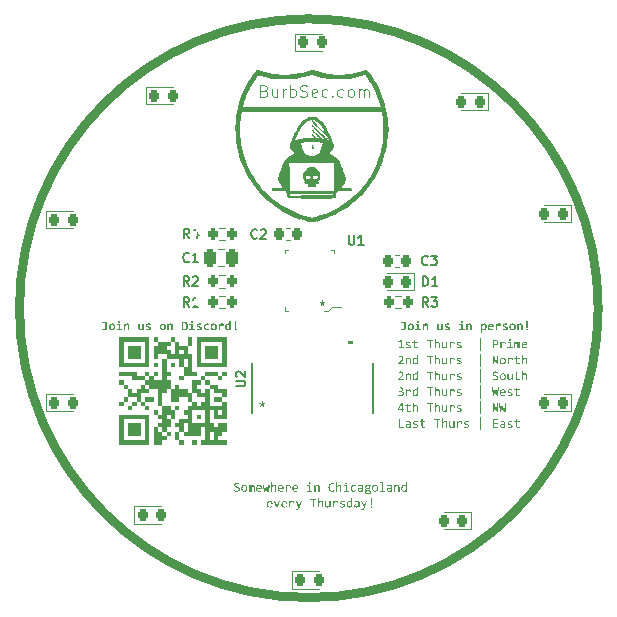
<source format=gbr>
G04 #@! TF.GenerationSoftware,KiCad,Pcbnew,8.0.6*
G04 #@! TF.CreationDate,2025-01-06T10:49:23-06:00*
G04 #@! TF.ProjectId,BurbSec_GenCoin,42757262-5365-4635-9f47-656e436f696e,0.1*
G04 #@! TF.SameCoordinates,Original*
G04 #@! TF.FileFunction,Legend,Top*
G04 #@! TF.FilePolarity,Positive*
%FSLAX46Y46*%
G04 Gerber Fmt 4.6, Leading zero omitted, Abs format (unit mm)*
G04 Created by KiCad (PCBNEW 8.0.6) date 2025-01-06 10:49:23*
%MOMM*%
%LPD*%
G01*
G04 APERTURE LIST*
G04 Aperture macros list*
%AMRoundRect*
0 Rectangle with rounded corners*
0 $1 Rounding radius*
0 $2 $3 $4 $5 $6 $7 $8 $9 X,Y pos of 4 corners*
0 Add a 4 corners polygon primitive as box body*
4,1,4,$2,$3,$4,$5,$6,$7,$8,$9,$2,$3,0*
0 Add four circle primitives for the rounded corners*
1,1,$1+$1,$2,$3*
1,1,$1+$1,$4,$5*
1,1,$1+$1,$6,$7*
1,1,$1+$1,$8,$9*
0 Add four rect primitives between the rounded corners*
20,1,$1+$1,$2,$3,$4,$5,0*
20,1,$1+$1,$4,$5,$6,$7,0*
20,1,$1+$1,$6,$7,$8,$9,0*
20,1,$1+$1,$8,$9,$2,$3,0*%
G04 Aperture macros list end*
%ADD10C,0.800000*%
%ADD11C,0.160000*%
%ADD12C,0.100000*%
%ADD13C,0.150000*%
%ADD14C,0.000000*%
%ADD15C,0.120000*%
%ADD16C,0.152400*%
%ADD17RoundRect,0.218750X-0.218750X-0.256250X0.218750X-0.256250X0.218750X0.256250X-0.218750X0.256250X0*%
%ADD18RoundRect,0.218750X0.218750X0.256250X-0.218750X0.256250X-0.218750X-0.256250X0.218750X-0.256250X0*%
%ADD19R,2.000000X0.600000*%
%ADD20RoundRect,0.250000X-0.250000X-0.475000X0.250000X-0.475000X0.250000X0.475000X-0.250000X0.475000X0*%
%ADD21R,0.533400X1.460500*%
%ADD22RoundRect,0.200000X0.200000X0.275000X-0.200000X0.275000X-0.200000X-0.275000X0.200000X-0.275000X0*%
%ADD23RoundRect,0.225000X-0.225000X-0.250000X0.225000X-0.250000X0.225000X0.250000X-0.225000X0.250000X0*%
%ADD24RoundRect,0.200000X-0.200000X-0.275000X0.200000X-0.275000X0.200000X0.275000X-0.200000X0.275000X0*%
%ADD25C,0.600000*%
G04 APERTURE END LIST*
D10*
X159000000Y-90000000D02*
G75*
G02*
X110000000Y-90000000I-24500000J0D01*
G01*
X110000000Y-90000000D02*
G75*
G02*
X159000000Y-90000000I24500000J0D01*
G01*
D11*
G36*
X117412370Y-91651801D02*
G01*
X117409726Y-91691310D01*
X117400963Y-91730611D01*
X117396348Y-91743832D01*
X117378204Y-91780048D01*
X117353449Y-91811026D01*
X117349648Y-91814760D01*
X117317583Y-91839501D01*
X117281690Y-91857325D01*
X117273249Y-91860482D01*
X117233808Y-91870856D01*
X117193050Y-91875738D01*
X117167346Y-91876505D01*
X117126310Y-91874143D01*
X117086734Y-91867059D01*
X117081567Y-91865758D01*
X117042977Y-91853790D01*
X117009662Y-91838989D01*
X117009662Y-91713937D01*
X117041707Y-91733672D01*
X117078401Y-91748635D01*
X117080981Y-91749498D01*
X117119678Y-91759487D01*
X117123773Y-91760245D01*
X117163310Y-91763925D01*
X117167346Y-91763958D01*
X117204861Y-91757510D01*
X117238868Y-91736570D01*
X117239837Y-91735625D01*
X117261851Y-91703091D01*
X117265043Y-91695570D01*
X117274035Y-91655908D01*
X117275008Y-91634216D01*
X117275008Y-91263748D01*
X117015133Y-91263748D01*
X117015133Y-91151201D01*
X117412370Y-91151201D01*
X117412370Y-91651801D01*
G37*
G36*
X117886539Y-91290952D02*
G01*
X117927984Y-91298348D01*
X117956543Y-91307321D01*
X117993908Y-91325370D01*
X118026307Y-91349352D01*
X118039586Y-91362422D01*
X118064533Y-91395012D01*
X118082810Y-91430247D01*
X118091365Y-91453085D01*
X118101600Y-91492170D01*
X118107217Y-91531188D01*
X118109324Y-91573526D01*
X118109341Y-91577942D01*
X118107510Y-91618357D01*
X118101263Y-91660256D01*
X118090583Y-91699478D01*
X118074326Y-91738605D01*
X118053398Y-91773337D01*
X118036850Y-91794048D01*
X118008219Y-91821031D01*
X117975081Y-91843068D01*
X117950486Y-91855011D01*
X117910204Y-91868109D01*
X117869707Y-91874805D01*
X117834031Y-91876505D01*
X117792971Y-91874357D01*
X117751654Y-91867117D01*
X117723047Y-91858333D01*
X117685808Y-91840443D01*
X117653471Y-91816619D01*
X117640200Y-91803623D01*
X117615188Y-91771095D01*
X117596737Y-91735745D01*
X117588029Y-91712764D01*
X117577684Y-91673161D01*
X117572005Y-91633472D01*
X117569875Y-91590271D01*
X117569858Y-91585758D01*
X117570009Y-91582436D01*
X117709369Y-91582436D01*
X117711567Y-91624703D01*
X117719295Y-91665625D01*
X117734408Y-91702864D01*
X117744540Y-91718235D01*
X117774545Y-91746097D01*
X117811805Y-91761100D01*
X117840674Y-91763958D01*
X117880914Y-91757983D01*
X117898902Y-91750085D01*
X117929627Y-91724590D01*
X117938958Y-91711592D01*
X117955851Y-91675320D01*
X117962014Y-91653364D01*
X117968334Y-91614010D01*
X117969830Y-91581264D01*
X117967778Y-91539205D01*
X117960565Y-91498546D01*
X117946460Y-91461635D01*
X117937004Y-91446442D01*
X117908162Y-91418937D01*
X117870582Y-91404127D01*
X117840674Y-91401306D01*
X117800756Y-91406878D01*
X117780688Y-91415570D01*
X117749739Y-91441345D01*
X117740046Y-91454453D01*
X117722892Y-91490385D01*
X117716794Y-91512094D01*
X117710595Y-91552729D01*
X117709369Y-91582436D01*
X117570009Y-91582436D01*
X117571709Y-91545053D01*
X117578020Y-91503011D01*
X117588811Y-91463832D01*
X117605334Y-91424933D01*
X117626473Y-91390596D01*
X117643131Y-91370238D01*
X117671973Y-91343549D01*
X117705156Y-91321805D01*
X117729690Y-91310057D01*
X117769926Y-91297078D01*
X117810044Y-91290443D01*
X117845168Y-91288759D01*
X117886539Y-91290952D01*
G37*
G36*
X118550346Y-91151397D02*
G01*
X118543703Y-91185591D01*
X118525336Y-91213337D01*
X118497590Y-91231899D01*
X118463005Y-91238738D01*
X118428029Y-91231899D01*
X118399893Y-91213337D01*
X118381526Y-91185591D01*
X118375078Y-91151397D01*
X118381526Y-91117593D01*
X118399893Y-91089457D01*
X118428029Y-91070503D01*
X118463005Y-91063665D01*
X118497590Y-91070503D01*
X118525336Y-91089457D01*
X118543703Y-91117593D01*
X118550346Y-91151397D01*
G37*
G36*
X118401847Y-91401306D02*
G01*
X118244163Y-91401306D01*
X118244163Y-91301264D01*
X118539404Y-91301264D01*
X118539404Y-91763958D01*
X118700409Y-91763958D01*
X118700409Y-91864000D01*
X118225015Y-91864000D01*
X118225015Y-91763958D01*
X118401847Y-91763958D01*
X118401847Y-91401306D01*
G37*
G36*
X119169746Y-91864000D02*
G01*
X119169746Y-91494509D01*
X119165484Y-91453733D01*
X119145706Y-91416688D01*
X119105749Y-91401397D01*
X119101553Y-91401306D01*
X119062213Y-91411156D01*
X119036487Y-91429247D01*
X119008630Y-91457511D01*
X118983680Y-91487809D01*
X118970835Y-91505060D01*
X118970835Y-91864000D01*
X118836794Y-91864000D01*
X118836794Y-91301264D01*
X118952663Y-91301264D01*
X118955985Y-91384307D01*
X118982253Y-91353972D01*
X118991351Y-91344837D01*
X119022025Y-91320274D01*
X119031212Y-91314551D01*
X119068202Y-91298100D01*
X119077325Y-91295402D01*
X119116125Y-91289284D01*
X119133012Y-91288759D01*
X119173068Y-91292325D01*
X119207653Y-91303023D01*
X119241917Y-91323862D01*
X119260995Y-91342883D01*
X119282730Y-91377068D01*
X119293235Y-91404823D01*
X119301295Y-91443316D01*
X119303971Y-91483307D01*
X119303982Y-91486107D01*
X119303982Y-91864000D01*
X119169746Y-91864000D01*
G37*
G36*
X120200060Y-91301264D02*
G01*
X120200060Y-91670364D01*
X120204310Y-91710908D01*
X120217059Y-91740315D01*
X120250682Y-91762087D01*
X120268839Y-91763958D01*
X120307690Y-91754038D01*
X120333319Y-91735821D01*
X120361176Y-91707386D01*
X120386126Y-91676942D01*
X120398971Y-91659617D01*
X120398971Y-91301264D01*
X120533012Y-91301264D01*
X120533012Y-91864000D01*
X120417143Y-91864000D01*
X120413821Y-91780957D01*
X120387113Y-91811109D01*
X120378064Y-91820231D01*
X120346600Y-91845454D01*
X120338790Y-91850322D01*
X120301919Y-91866714D01*
X120292677Y-91869471D01*
X120253999Y-91875948D01*
X120237380Y-91876505D01*
X120197080Y-91872988D01*
X120162154Y-91862436D01*
X120127820Y-91841365D01*
X120108616Y-91822185D01*
X120087044Y-91787743D01*
X120076571Y-91760050D01*
X120068511Y-91721557D01*
X120065835Y-91681566D01*
X120065824Y-91678766D01*
X120065824Y-91301264D01*
X120200060Y-91301264D01*
G37*
G36*
X121142642Y-91698110D02*
G01*
X121138566Y-91737609D01*
X121123923Y-91776065D01*
X121121344Y-91780371D01*
X121096773Y-91811243D01*
X121065266Y-91835863D01*
X121028092Y-91854230D01*
X120988894Y-91866125D01*
X120986131Y-91866735D01*
X120947118Y-91873414D01*
X120907357Y-91876352D01*
X120895859Y-91876505D01*
X120854976Y-91876112D01*
X120813640Y-91874789D01*
X120784875Y-91873183D01*
X120745612Y-91870159D01*
X120705349Y-91865821D01*
X120691477Y-91864000D01*
X120691477Y-91738947D01*
X120730137Y-91752237D01*
X120768743Y-91762504D01*
X120794449Y-91767670D01*
X120835268Y-91773363D01*
X120877134Y-91776248D01*
X120891560Y-91776463D01*
X120932599Y-91773059D01*
X120970304Y-91758682D01*
X120994416Y-91727289D01*
X120996487Y-91711983D01*
X120991016Y-91688731D01*
X120970304Y-91668605D01*
X120934401Y-91651209D01*
X120927708Y-91648675D01*
X120889162Y-91635551D01*
X120855803Y-91625618D01*
X120817115Y-91613162D01*
X120783507Y-91599240D01*
X120748871Y-91578861D01*
X120732119Y-91564655D01*
X120708156Y-91532675D01*
X120701637Y-91518347D01*
X120692677Y-91479855D01*
X120691477Y-91456602D01*
X120696850Y-91417143D01*
X120706717Y-91391732D01*
X120730352Y-91358221D01*
X120752635Y-91338389D01*
X120787025Y-91317775D01*
X120826008Y-91302886D01*
X120828839Y-91302046D01*
X120868409Y-91293443D01*
X120909515Y-91289395D01*
X120935524Y-91288759D01*
X120976389Y-91289404D01*
X121015926Y-91291541D01*
X121028923Y-91292667D01*
X121069458Y-91297039D01*
X121100828Y-91301264D01*
X121100828Y-91413811D01*
X121062899Y-91404020D01*
X121024218Y-91396433D01*
X121010946Y-91394467D01*
X120971734Y-91390400D01*
X120930286Y-91388806D01*
X120927708Y-91388801D01*
X120888481Y-91392992D01*
X120861470Y-91403651D01*
X120837339Y-91435392D01*
X120836459Y-91444879D01*
X120841344Y-91467545D01*
X120860884Y-91487084D01*
X120896753Y-91504886D01*
X120901526Y-91506819D01*
X120938473Y-91519573D01*
X120970500Y-91529094D01*
X121009946Y-91541607D01*
X121047791Y-91556823D01*
X121051979Y-91558794D01*
X121086577Y-91579035D01*
X121104931Y-91594551D01*
X121128007Y-91626128D01*
X121133849Y-91640078D01*
X121141783Y-91678421D01*
X121142642Y-91698110D01*
G37*
G36*
X122192247Y-91290952D02*
G01*
X122233692Y-91298348D01*
X122262251Y-91307321D01*
X122299616Y-91325370D01*
X122332015Y-91349352D01*
X122345294Y-91362422D01*
X122370241Y-91395012D01*
X122388518Y-91430247D01*
X122397073Y-91453085D01*
X122407308Y-91492170D01*
X122412925Y-91531188D01*
X122415032Y-91573526D01*
X122415050Y-91577942D01*
X122413218Y-91618357D01*
X122406971Y-91660256D01*
X122396292Y-91699478D01*
X122380034Y-91738605D01*
X122359106Y-91773337D01*
X122342558Y-91794048D01*
X122313927Y-91821031D01*
X122280789Y-91843068D01*
X122256194Y-91855011D01*
X122215912Y-91868109D01*
X122175415Y-91874805D01*
X122139739Y-91876505D01*
X122098679Y-91874357D01*
X122057362Y-91867117D01*
X122028755Y-91858333D01*
X121991517Y-91840443D01*
X121959180Y-91816619D01*
X121945908Y-91803623D01*
X121920896Y-91771095D01*
X121902445Y-91735745D01*
X121893738Y-91712764D01*
X121883392Y-91673161D01*
X121877713Y-91633472D01*
X121875584Y-91590271D01*
X121875566Y-91585758D01*
X121875717Y-91582436D01*
X122015078Y-91582436D01*
X122017276Y-91624703D01*
X122025004Y-91665625D01*
X122040116Y-91702864D01*
X122050249Y-91718235D01*
X122080254Y-91746097D01*
X122117513Y-91761100D01*
X122146382Y-91763958D01*
X122186622Y-91757983D01*
X122204610Y-91750085D01*
X122235336Y-91724590D01*
X122244666Y-91711592D01*
X122261560Y-91675320D01*
X122267722Y-91653364D01*
X122274042Y-91614010D01*
X122275538Y-91581264D01*
X122273486Y-91539205D01*
X122266274Y-91498546D01*
X122252169Y-91461635D01*
X122242712Y-91446442D01*
X122213870Y-91418937D01*
X122176290Y-91404127D01*
X122146382Y-91401306D01*
X122106464Y-91406878D01*
X122086396Y-91415570D01*
X122055447Y-91441345D01*
X122045754Y-91454453D01*
X122028600Y-91490385D01*
X122022503Y-91512094D01*
X122016303Y-91552729D01*
X122015078Y-91582436D01*
X121875717Y-91582436D01*
X121877417Y-91545053D01*
X121883729Y-91503011D01*
X121894519Y-91463832D01*
X121911042Y-91424933D01*
X121932182Y-91390596D01*
X121948839Y-91370238D01*
X121977681Y-91343549D01*
X122010864Y-91321805D01*
X122035399Y-91310057D01*
X122075635Y-91297078D01*
X122115752Y-91290443D01*
X122150877Y-91288759D01*
X122192247Y-91290952D01*
G37*
G36*
X122860353Y-91864000D02*
G01*
X122860353Y-91494509D01*
X122856091Y-91453733D01*
X122836313Y-91416688D01*
X122796356Y-91401397D01*
X122792161Y-91401306D01*
X122752821Y-91411156D01*
X122727094Y-91429247D01*
X122699237Y-91457511D01*
X122674287Y-91487809D01*
X122661442Y-91505060D01*
X122661442Y-91864000D01*
X122527401Y-91864000D01*
X122527401Y-91301264D01*
X122643270Y-91301264D01*
X122646592Y-91384307D01*
X122672860Y-91353972D01*
X122681958Y-91344837D01*
X122712632Y-91320274D01*
X122721819Y-91314551D01*
X122758809Y-91298100D01*
X122767932Y-91295402D01*
X122806733Y-91289284D01*
X122823619Y-91288759D01*
X122863675Y-91292325D01*
X122898260Y-91303023D01*
X122932524Y-91323862D01*
X122951602Y-91342883D01*
X122973337Y-91377068D01*
X122983842Y-91404823D01*
X122991902Y-91443316D01*
X122994579Y-91483307D01*
X122994589Y-91486107D01*
X122994589Y-91864000D01*
X122860353Y-91864000D01*
G37*
G36*
X123981013Y-91152483D02*
G01*
X124022843Y-91156991D01*
X124061398Y-91164745D01*
X124085280Y-91171718D01*
X124121970Y-91186593D01*
X124157656Y-91207982D01*
X124188448Y-91234635D01*
X124214345Y-91266621D01*
X124235347Y-91304009D01*
X124250193Y-91342688D01*
X124260205Y-91381486D01*
X124266940Y-91424240D01*
X124270176Y-91465566D01*
X124270904Y-91498612D01*
X124269610Y-91539083D01*
X124265059Y-91582336D01*
X124257231Y-91623178D01*
X124250193Y-91649066D01*
X124235099Y-91689393D01*
X124215464Y-91725865D01*
X124191288Y-91758483D01*
X124185908Y-91764544D01*
X124156271Y-91792223D01*
X124121825Y-91815667D01*
X124086712Y-91833144D01*
X124074142Y-91838207D01*
X124033667Y-91850675D01*
X123994133Y-91858332D01*
X123951253Y-91862765D01*
X123910988Y-91864000D01*
X123728490Y-91864000D01*
X123728490Y-91751452D01*
X123863703Y-91751452D01*
X123923103Y-91751452D01*
X123964248Y-91748638D01*
X124005683Y-91738529D01*
X124041160Y-91721069D01*
X124073947Y-91692639D01*
X124096601Y-91659006D01*
X124111113Y-91622646D01*
X124120670Y-91579815D01*
X124124917Y-91537954D01*
X124125727Y-91507405D01*
X124124408Y-91465813D01*
X124120002Y-91424787D01*
X124116348Y-91404432D01*
X124104721Y-91365025D01*
X124086073Y-91329805D01*
X124084694Y-91327838D01*
X124056878Y-91298714D01*
X124025098Y-91280161D01*
X123986118Y-91268380D01*
X123945875Y-91264005D01*
X123932286Y-91263748D01*
X123863703Y-91263748D01*
X123863703Y-91751452D01*
X123728490Y-91751452D01*
X123728490Y-91151201D01*
X123941079Y-91151201D01*
X123981013Y-91152483D01*
G37*
G36*
X124701358Y-91151397D02*
G01*
X124694715Y-91185591D01*
X124676348Y-91213337D01*
X124648602Y-91231899D01*
X124614017Y-91238738D01*
X124579041Y-91231899D01*
X124550904Y-91213337D01*
X124532537Y-91185591D01*
X124526089Y-91151397D01*
X124532537Y-91117593D01*
X124550904Y-91089457D01*
X124579041Y-91070503D01*
X124614017Y-91063665D01*
X124648602Y-91070503D01*
X124676348Y-91089457D01*
X124694715Y-91117593D01*
X124701358Y-91151397D01*
G37*
G36*
X124552858Y-91401306D02*
G01*
X124395175Y-91401306D01*
X124395175Y-91301264D01*
X124690416Y-91301264D01*
X124690416Y-91763958D01*
X124851421Y-91763958D01*
X124851421Y-91864000D01*
X124376027Y-91864000D01*
X124376027Y-91763958D01*
X124552858Y-91763958D01*
X124552858Y-91401306D01*
G37*
G36*
X125448350Y-91698110D02*
G01*
X125444274Y-91737609D01*
X125429631Y-91776065D01*
X125427052Y-91780371D01*
X125402482Y-91811243D01*
X125370974Y-91835863D01*
X125333801Y-91854230D01*
X125294602Y-91866125D01*
X125291840Y-91866735D01*
X125252826Y-91873414D01*
X125213065Y-91876352D01*
X125201567Y-91876505D01*
X125160684Y-91876112D01*
X125119349Y-91874789D01*
X125090583Y-91873183D01*
X125051321Y-91870159D01*
X125011057Y-91865821D01*
X124997185Y-91864000D01*
X124997185Y-91738947D01*
X125035846Y-91752237D01*
X125074451Y-91762504D01*
X125100158Y-91767670D01*
X125140976Y-91773363D01*
X125182842Y-91776248D01*
X125197269Y-91776463D01*
X125238307Y-91773059D01*
X125276013Y-91758682D01*
X125300124Y-91727289D01*
X125302195Y-91711983D01*
X125296724Y-91688731D01*
X125276013Y-91668605D01*
X125240109Y-91651209D01*
X125233417Y-91648675D01*
X125194871Y-91635551D01*
X125161512Y-91625618D01*
X125122824Y-91613162D01*
X125089216Y-91599240D01*
X125054579Y-91578861D01*
X125037827Y-91564655D01*
X125013865Y-91532675D01*
X125007346Y-91518347D01*
X124998386Y-91479855D01*
X124997185Y-91456602D01*
X125002558Y-91417143D01*
X125012426Y-91391732D01*
X125036060Y-91358221D01*
X125058343Y-91338389D01*
X125092733Y-91317775D01*
X125131716Y-91302886D01*
X125134547Y-91302046D01*
X125174118Y-91293443D01*
X125215224Y-91289395D01*
X125241232Y-91288759D01*
X125282098Y-91289404D01*
X125321635Y-91291541D01*
X125334631Y-91292667D01*
X125375166Y-91297039D01*
X125406536Y-91301264D01*
X125406536Y-91413811D01*
X125368608Y-91404020D01*
X125329926Y-91396433D01*
X125316655Y-91394467D01*
X125277442Y-91390400D01*
X125235994Y-91388806D01*
X125233417Y-91388801D01*
X125194189Y-91392992D01*
X125167178Y-91403651D01*
X125143047Y-91435392D01*
X125142168Y-91444879D01*
X125147052Y-91467545D01*
X125166592Y-91487084D01*
X125202461Y-91504886D01*
X125207234Y-91506819D01*
X125244181Y-91519573D01*
X125276208Y-91529094D01*
X125315654Y-91541607D01*
X125353499Y-91556823D01*
X125357687Y-91558794D01*
X125392285Y-91579035D01*
X125410639Y-91594551D01*
X125433715Y-91626128D01*
X125439558Y-91640078D01*
X125447492Y-91678421D01*
X125448350Y-91698110D01*
G37*
G36*
X126054659Y-91851494D02*
G01*
X126016872Y-91861941D01*
X125977883Y-91869469D01*
X125972593Y-91870252D01*
X125932167Y-91874740D01*
X125892887Y-91876450D01*
X125884275Y-91876505D01*
X125844089Y-91874711D01*
X125802971Y-91868595D01*
X125765085Y-91858138D01*
X125727743Y-91841715D01*
X125694852Y-91820292D01*
X125675399Y-91803232D01*
X125648390Y-91770833D01*
X125628496Y-91735831D01*
X125619125Y-91713155D01*
X125608000Y-91674140D01*
X125601894Y-91635305D01*
X125599605Y-91593265D01*
X125599586Y-91588884D01*
X125601646Y-91547420D01*
X125607829Y-91508513D01*
X125619390Y-91468669D01*
X125620688Y-91465200D01*
X125637339Y-91428988D01*
X125660086Y-91393909D01*
X125680283Y-91370629D01*
X125711351Y-91343701D01*
X125746815Y-91321829D01*
X125772900Y-91310057D01*
X125811677Y-91297931D01*
X125853316Y-91290839D01*
X125893654Y-91288759D01*
X125934951Y-91289952D01*
X125975549Y-91294294D01*
X125985098Y-91295988D01*
X126024515Y-91305076D01*
X126051923Y-91313769D01*
X126051923Y-91438822D01*
X126014145Y-91422038D01*
X125978064Y-91411076D01*
X125939230Y-91403748D01*
X125902447Y-91401306D01*
X125862872Y-91405510D01*
X125835426Y-91414593D01*
X125801965Y-91435246D01*
X125785406Y-91451522D01*
X125763744Y-91485045D01*
X125754338Y-91508968D01*
X125745648Y-91549099D01*
X125743591Y-91583218D01*
X125746473Y-91623274D01*
X125755119Y-91659031D01*
X125772185Y-91695195D01*
X125787750Y-91715891D01*
X125819238Y-91741781D01*
X125838553Y-91751648D01*
X125878273Y-91762227D01*
X125904596Y-91763958D01*
X125941721Y-91761222D01*
X125980800Y-91753211D01*
X126019292Y-91741292D01*
X126054659Y-91726442D01*
X126054659Y-91851494D01*
G37*
G36*
X126497955Y-91290952D02*
G01*
X126539400Y-91298348D01*
X126567960Y-91307321D01*
X126605325Y-91325370D01*
X126637724Y-91349352D01*
X126651002Y-91362422D01*
X126675949Y-91395012D01*
X126694226Y-91430247D01*
X126702782Y-91453085D01*
X126713016Y-91492170D01*
X126718634Y-91531188D01*
X126720740Y-91573526D01*
X126720758Y-91577942D01*
X126718926Y-91618357D01*
X126712680Y-91660256D01*
X126702000Y-91699478D01*
X126685743Y-91738605D01*
X126664814Y-91773337D01*
X126648267Y-91794048D01*
X126619635Y-91821031D01*
X126586498Y-91843068D01*
X126561902Y-91855011D01*
X126521621Y-91868109D01*
X126481123Y-91874805D01*
X126445447Y-91876505D01*
X126404388Y-91874357D01*
X126363071Y-91867117D01*
X126334463Y-91858333D01*
X126297225Y-91840443D01*
X126264888Y-91816619D01*
X126251616Y-91803623D01*
X126226604Y-91771095D01*
X126208153Y-91735745D01*
X126199446Y-91712764D01*
X126189100Y-91673161D01*
X126183422Y-91633472D01*
X126181292Y-91590271D01*
X126181274Y-91585758D01*
X126181425Y-91582436D01*
X126320786Y-91582436D01*
X126322984Y-91624703D01*
X126330712Y-91665625D01*
X126345825Y-91702864D01*
X126355957Y-91718235D01*
X126385962Y-91746097D01*
X126423221Y-91761100D01*
X126452091Y-91763958D01*
X126492330Y-91757983D01*
X126510318Y-91750085D01*
X126541044Y-91724590D01*
X126550374Y-91711592D01*
X126567268Y-91675320D01*
X126573431Y-91653364D01*
X126579750Y-91614010D01*
X126581246Y-91581264D01*
X126579195Y-91539205D01*
X126571982Y-91498546D01*
X126557877Y-91461635D01*
X126548420Y-91446442D01*
X126519578Y-91418937D01*
X126481998Y-91404127D01*
X126452091Y-91401306D01*
X126412172Y-91406878D01*
X126392105Y-91415570D01*
X126361155Y-91441345D01*
X126351463Y-91454453D01*
X126334308Y-91490385D01*
X126328211Y-91512094D01*
X126322011Y-91552729D01*
X126320786Y-91582436D01*
X126181425Y-91582436D01*
X126183125Y-91545053D01*
X126189437Y-91503011D01*
X126200228Y-91463832D01*
X126216751Y-91424933D01*
X126237890Y-91390596D01*
X126254547Y-91370238D01*
X126283389Y-91343549D01*
X126316573Y-91321805D01*
X126341107Y-91310057D01*
X126381343Y-91297078D01*
X126421460Y-91290443D01*
X126456585Y-91288759D01*
X126497955Y-91290952D01*
G37*
G36*
X127192440Y-91513853D02*
G01*
X127191121Y-91473773D01*
X127189313Y-91462660D01*
X127176222Y-91427879D01*
X127153947Y-91407754D01*
X127123661Y-91401306D01*
X127085941Y-91411534D01*
X127062503Y-91427489D01*
X127033609Y-91456906D01*
X127009227Y-91489150D01*
X126992942Y-91513853D01*
X126992942Y-91864000D01*
X126855580Y-91864000D01*
X126855580Y-91301264D01*
X126977115Y-91301264D01*
X126982000Y-91388801D01*
X127005518Y-91355942D01*
X127012872Y-91347768D01*
X127043582Y-91321275D01*
X127051365Y-91316114D01*
X127087386Y-91299170D01*
X127098455Y-91295793D01*
X127138156Y-91289315D01*
X127155119Y-91288759D01*
X127194931Y-91292325D01*
X127229955Y-91303023D01*
X127263546Y-91323459D01*
X127285057Y-91345423D01*
X127305470Y-91379344D01*
X127318078Y-91415960D01*
X127325088Y-91455471D01*
X127327311Y-91496780D01*
X127327066Y-91513853D01*
X127192440Y-91513853D01*
G37*
G36*
X127915399Y-91864000D02*
G01*
X127799334Y-91864000D01*
X127796013Y-91781739D01*
X127768975Y-91811597D01*
X127759669Y-91820622D01*
X127728877Y-91844879D01*
X127719613Y-91850517D01*
X127682811Y-91866909D01*
X127673696Y-91869666D01*
X127634092Y-91876077D01*
X127619572Y-91876505D01*
X127578411Y-91872690D01*
X127538958Y-91860136D01*
X127531644Y-91856575D01*
X127498402Y-91834014D01*
X127470484Y-91804070D01*
X127467164Y-91799519D01*
X127446744Y-91764177D01*
X127431935Y-91725933D01*
X127427304Y-91709833D01*
X127418969Y-91668416D01*
X127414708Y-91627457D01*
X127413626Y-91591815D01*
X127413929Y-91584390D01*
X127554310Y-91584390D01*
X127555507Y-91623756D01*
X127560178Y-91664317D01*
X127560563Y-91666456D01*
X127570912Y-91704222D01*
X127579320Y-91722339D01*
X127606446Y-91752021D01*
X127609802Y-91753993D01*
X127648167Y-91763919D01*
X127651030Y-91763958D01*
X127690232Y-91753901D01*
X127715706Y-91735430D01*
X127743429Y-91706296D01*
X127768324Y-91674953D01*
X127781163Y-91657077D01*
X127781163Y-91403064D01*
X127743335Y-91393150D01*
X127741888Y-91392904D01*
X127702373Y-91388901D01*
X127694994Y-91388801D01*
X127655283Y-91394691D01*
X127636766Y-91402478D01*
X127604719Y-91426734D01*
X127592412Y-91441362D01*
X127572735Y-91477220D01*
X127564080Y-91502911D01*
X127556752Y-91541452D01*
X127554319Y-91581578D01*
X127554310Y-91584390D01*
X127413929Y-91584390D01*
X127415342Y-91549710D01*
X127420489Y-91510881D01*
X127430232Y-91471581D01*
X127435315Y-91456993D01*
X127452211Y-91420077D01*
X127475173Y-91385071D01*
X127495496Y-91362422D01*
X127526372Y-91337033D01*
X127561259Y-91317140D01*
X127586745Y-91306930D01*
X127627604Y-91295857D01*
X127667327Y-91290196D01*
X127701442Y-91288759D01*
X127740815Y-91291163D01*
X127743452Y-91291494D01*
X127781163Y-91298528D01*
X127781163Y-91088675D01*
X127915399Y-91088675D01*
X127915399Y-91864000D01*
G37*
G36*
X128354059Y-91638905D02*
G01*
X128239167Y-91638905D01*
X128218846Y-91088675D01*
X128374380Y-91088675D01*
X128354059Y-91638905D01*
G37*
G36*
X128296417Y-91701431D02*
G01*
X128329634Y-91708270D01*
X128356794Y-91726833D01*
X128375161Y-91754579D01*
X128382000Y-91788968D01*
X128375161Y-91823553D01*
X128356794Y-91851299D01*
X128329634Y-91869666D01*
X128296417Y-91876505D01*
X128263005Y-91869666D01*
X128235845Y-91851299D01*
X128217673Y-91823553D01*
X128211225Y-91788968D01*
X128217673Y-91754579D01*
X128235845Y-91726833D01*
X128263005Y-91708270D01*
X128296417Y-91701431D01*
G37*
D12*
X135620550Y-89346895D02*
X135620550Y-89537371D01*
X135430074Y-89461180D02*
X135620550Y-89537371D01*
X135620550Y-89537371D02*
X135811027Y-89461180D01*
X135506265Y-89689752D02*
X135620550Y-89537371D01*
X135620550Y-89537371D02*
X135734836Y-89689752D01*
X130738095Y-71598609D02*
X130880952Y-71646228D01*
X130880952Y-71646228D02*
X130928571Y-71693847D01*
X130928571Y-71693847D02*
X130976190Y-71789085D01*
X130976190Y-71789085D02*
X130976190Y-71931942D01*
X130976190Y-71931942D02*
X130928571Y-72027180D01*
X130928571Y-72027180D02*
X130880952Y-72074800D01*
X130880952Y-72074800D02*
X130785714Y-72122419D01*
X130785714Y-72122419D02*
X130404762Y-72122419D01*
X130404762Y-72122419D02*
X130404762Y-71122419D01*
X130404762Y-71122419D02*
X130738095Y-71122419D01*
X130738095Y-71122419D02*
X130833333Y-71170038D01*
X130833333Y-71170038D02*
X130880952Y-71217657D01*
X130880952Y-71217657D02*
X130928571Y-71312895D01*
X130928571Y-71312895D02*
X130928571Y-71408133D01*
X130928571Y-71408133D02*
X130880952Y-71503371D01*
X130880952Y-71503371D02*
X130833333Y-71550990D01*
X130833333Y-71550990D02*
X130738095Y-71598609D01*
X130738095Y-71598609D02*
X130404762Y-71598609D01*
X131833333Y-71455752D02*
X131833333Y-72122419D01*
X131404762Y-71455752D02*
X131404762Y-71979561D01*
X131404762Y-71979561D02*
X131452381Y-72074800D01*
X131452381Y-72074800D02*
X131547619Y-72122419D01*
X131547619Y-72122419D02*
X131690476Y-72122419D01*
X131690476Y-72122419D02*
X131785714Y-72074800D01*
X131785714Y-72074800D02*
X131833333Y-72027180D01*
X132309524Y-72122419D02*
X132309524Y-71455752D01*
X132309524Y-71646228D02*
X132357143Y-71550990D01*
X132357143Y-71550990D02*
X132404762Y-71503371D01*
X132404762Y-71503371D02*
X132500000Y-71455752D01*
X132500000Y-71455752D02*
X132595238Y-71455752D01*
X132928572Y-72122419D02*
X132928572Y-71122419D01*
X132928572Y-71503371D02*
X133023810Y-71455752D01*
X133023810Y-71455752D02*
X133214286Y-71455752D01*
X133214286Y-71455752D02*
X133309524Y-71503371D01*
X133309524Y-71503371D02*
X133357143Y-71550990D01*
X133357143Y-71550990D02*
X133404762Y-71646228D01*
X133404762Y-71646228D02*
X133404762Y-71931942D01*
X133404762Y-71931942D02*
X133357143Y-72027180D01*
X133357143Y-72027180D02*
X133309524Y-72074800D01*
X133309524Y-72074800D02*
X133214286Y-72122419D01*
X133214286Y-72122419D02*
X133023810Y-72122419D01*
X133023810Y-72122419D02*
X132928572Y-72074800D01*
X133785715Y-72074800D02*
X133928572Y-72122419D01*
X133928572Y-72122419D02*
X134166667Y-72122419D01*
X134166667Y-72122419D02*
X134261905Y-72074800D01*
X134261905Y-72074800D02*
X134309524Y-72027180D01*
X134309524Y-72027180D02*
X134357143Y-71931942D01*
X134357143Y-71931942D02*
X134357143Y-71836704D01*
X134357143Y-71836704D02*
X134309524Y-71741466D01*
X134309524Y-71741466D02*
X134261905Y-71693847D01*
X134261905Y-71693847D02*
X134166667Y-71646228D01*
X134166667Y-71646228D02*
X133976191Y-71598609D01*
X133976191Y-71598609D02*
X133880953Y-71550990D01*
X133880953Y-71550990D02*
X133833334Y-71503371D01*
X133833334Y-71503371D02*
X133785715Y-71408133D01*
X133785715Y-71408133D02*
X133785715Y-71312895D01*
X133785715Y-71312895D02*
X133833334Y-71217657D01*
X133833334Y-71217657D02*
X133880953Y-71170038D01*
X133880953Y-71170038D02*
X133976191Y-71122419D01*
X133976191Y-71122419D02*
X134214286Y-71122419D01*
X134214286Y-71122419D02*
X134357143Y-71170038D01*
X135166667Y-72074800D02*
X135071429Y-72122419D01*
X135071429Y-72122419D02*
X134880953Y-72122419D01*
X134880953Y-72122419D02*
X134785715Y-72074800D01*
X134785715Y-72074800D02*
X134738096Y-71979561D01*
X134738096Y-71979561D02*
X134738096Y-71598609D01*
X134738096Y-71598609D02*
X134785715Y-71503371D01*
X134785715Y-71503371D02*
X134880953Y-71455752D01*
X134880953Y-71455752D02*
X135071429Y-71455752D01*
X135071429Y-71455752D02*
X135166667Y-71503371D01*
X135166667Y-71503371D02*
X135214286Y-71598609D01*
X135214286Y-71598609D02*
X135214286Y-71693847D01*
X135214286Y-71693847D02*
X134738096Y-71789085D01*
X136071429Y-72074800D02*
X135976191Y-72122419D01*
X135976191Y-72122419D02*
X135785715Y-72122419D01*
X135785715Y-72122419D02*
X135690477Y-72074800D01*
X135690477Y-72074800D02*
X135642858Y-72027180D01*
X135642858Y-72027180D02*
X135595239Y-71931942D01*
X135595239Y-71931942D02*
X135595239Y-71646228D01*
X135595239Y-71646228D02*
X135642858Y-71550990D01*
X135642858Y-71550990D02*
X135690477Y-71503371D01*
X135690477Y-71503371D02*
X135785715Y-71455752D01*
X135785715Y-71455752D02*
X135976191Y-71455752D01*
X135976191Y-71455752D02*
X136071429Y-71503371D01*
X136500001Y-72027180D02*
X136547620Y-72074800D01*
X136547620Y-72074800D02*
X136500001Y-72122419D01*
X136500001Y-72122419D02*
X136452382Y-72074800D01*
X136452382Y-72074800D02*
X136500001Y-72027180D01*
X136500001Y-72027180D02*
X136500001Y-72122419D01*
X137404762Y-72074800D02*
X137309524Y-72122419D01*
X137309524Y-72122419D02*
X137119048Y-72122419D01*
X137119048Y-72122419D02*
X137023810Y-72074800D01*
X137023810Y-72074800D02*
X136976191Y-72027180D01*
X136976191Y-72027180D02*
X136928572Y-71931942D01*
X136928572Y-71931942D02*
X136928572Y-71646228D01*
X136928572Y-71646228D02*
X136976191Y-71550990D01*
X136976191Y-71550990D02*
X137023810Y-71503371D01*
X137023810Y-71503371D02*
X137119048Y-71455752D01*
X137119048Y-71455752D02*
X137309524Y-71455752D01*
X137309524Y-71455752D02*
X137404762Y-71503371D01*
X137976191Y-72122419D02*
X137880953Y-72074800D01*
X137880953Y-72074800D02*
X137833334Y-72027180D01*
X137833334Y-72027180D02*
X137785715Y-71931942D01*
X137785715Y-71931942D02*
X137785715Y-71646228D01*
X137785715Y-71646228D02*
X137833334Y-71550990D01*
X137833334Y-71550990D02*
X137880953Y-71503371D01*
X137880953Y-71503371D02*
X137976191Y-71455752D01*
X137976191Y-71455752D02*
X138119048Y-71455752D01*
X138119048Y-71455752D02*
X138214286Y-71503371D01*
X138214286Y-71503371D02*
X138261905Y-71550990D01*
X138261905Y-71550990D02*
X138309524Y-71646228D01*
X138309524Y-71646228D02*
X138309524Y-71931942D01*
X138309524Y-71931942D02*
X138261905Y-72027180D01*
X138261905Y-72027180D02*
X138214286Y-72074800D01*
X138214286Y-72074800D02*
X138119048Y-72122419D01*
X138119048Y-72122419D02*
X137976191Y-72122419D01*
X138738096Y-72122419D02*
X138738096Y-71455752D01*
X138738096Y-71550990D02*
X138785715Y-71503371D01*
X138785715Y-71503371D02*
X138880953Y-71455752D01*
X138880953Y-71455752D02*
X139023810Y-71455752D01*
X139023810Y-71455752D02*
X139119048Y-71503371D01*
X139119048Y-71503371D02*
X139166667Y-71598609D01*
X139166667Y-71598609D02*
X139166667Y-72122419D01*
X139166667Y-71598609D02*
X139214286Y-71503371D01*
X139214286Y-71503371D02*
X139309524Y-71455752D01*
X139309524Y-71455752D02*
X139452381Y-71455752D01*
X139452381Y-71455752D02*
X139547620Y-71503371D01*
X139547620Y-71503371D02*
X139595239Y-71598609D01*
X139595239Y-71598609D02*
X139595239Y-72122419D01*
G36*
X128666671Y-105328122D02*
G01*
X128663221Y-105367621D01*
X128651787Y-105405469D01*
X128645764Y-105417808D01*
X128622557Y-105450921D01*
X128592137Y-105478453D01*
X128587536Y-105481702D01*
X128551964Y-105501631D01*
X128513708Y-105515716D01*
X128497655Y-105520000D01*
X128456842Y-105527620D01*
X128416727Y-105531516D01*
X128381982Y-105532505D01*
X128342849Y-105531396D01*
X128325122Y-105530160D01*
X128285505Y-105526465D01*
X128270607Y-105524689D01*
X128231790Y-105518903D01*
X128221563Y-105517069D01*
X128183303Y-105508442D01*
X128179749Y-105507494D01*
X128179749Y-105411946D01*
X128217768Y-105424182D01*
X128256554Y-105433265D01*
X128272365Y-105436175D01*
X128312885Y-105441533D01*
X128353504Y-105444273D01*
X128389211Y-105444968D01*
X128430450Y-105443380D01*
X128469714Y-105437739D01*
X128508094Y-105425048D01*
X128524033Y-105416050D01*
X128551627Y-105387199D01*
X128554906Y-105380879D01*
X128564246Y-105341755D01*
X128564480Y-105333593D01*
X128555357Y-105294759D01*
X128548262Y-105283963D01*
X128519700Y-105256512D01*
X128505666Y-105247034D01*
X128469793Y-105227906D01*
X128445485Y-105217529D01*
X128409183Y-105202984D01*
X128376511Y-105189783D01*
X128339527Y-105173814D01*
X128307536Y-105158715D01*
X128271857Y-105137895D01*
X128247355Y-105119050D01*
X128219613Y-105089147D01*
X128204759Y-105065512D01*
X128191645Y-105027291D01*
X128188541Y-104992435D01*
X128193425Y-104951418D01*
X128203977Y-104919944D01*
X128225176Y-104884213D01*
X128251849Y-104856441D01*
X128286293Y-104832790D01*
X128322673Y-104816113D01*
X128335087Y-104811695D01*
X128375937Y-104801336D01*
X128418210Y-104796041D01*
X128456231Y-104794696D01*
X128495506Y-104796454D01*
X128535588Y-104800759D01*
X128538297Y-104801144D01*
X128577126Y-104807259D01*
X128581088Y-104807983D01*
X128619419Y-104815726D01*
X128620558Y-104815994D01*
X128620558Y-104903726D01*
X128580807Y-104893657D01*
X128541057Y-104886163D01*
X128535757Y-104885359D01*
X128496791Y-104880871D01*
X128456552Y-104879112D01*
X128454082Y-104879106D01*
X128414759Y-104880865D01*
X128373436Y-104888009D01*
X128335334Y-104903836D01*
X128330202Y-104907243D01*
X128303221Y-104935528D01*
X128291079Y-104973968D01*
X128290732Y-104982665D01*
X128299855Y-105021720D01*
X128306950Y-105032686D01*
X128335512Y-105060419D01*
X128349546Y-105070006D01*
X128385419Y-105089378D01*
X128409728Y-105099902D01*
X128446030Y-105114447D01*
X128478702Y-105127648D01*
X128515685Y-105143630D01*
X128547676Y-105159106D01*
X128581496Y-105178933D01*
X128607857Y-105199357D01*
X128635600Y-105229862D01*
X128650453Y-105254068D01*
X128663567Y-105292886D01*
X128666671Y-105328122D01*
G37*
G36*
X129088111Y-104959457D02*
G01*
X129127609Y-104966853D01*
X129154961Y-104975826D01*
X129190836Y-104993746D01*
X129224132Y-105019392D01*
X129234682Y-105030146D01*
X129258774Y-105061942D01*
X129277706Y-105099543D01*
X129284703Y-105118855D01*
X129294604Y-105157107D01*
X129300395Y-105199052D01*
X129302093Y-105240390D01*
X129300319Y-105279866D01*
X129294267Y-105320821D01*
X129283922Y-105359190D01*
X129268159Y-105397466D01*
X129247835Y-105431400D01*
X129231751Y-105451612D01*
X129201644Y-105479922D01*
X129166571Y-105502622D01*
X129148709Y-105511207D01*
X129110204Y-105524185D01*
X129071625Y-105530820D01*
X129037725Y-105532505D01*
X128998453Y-105530311D01*
X128958877Y-105522915D01*
X128931430Y-105513942D01*
X128895650Y-105495990D01*
X128864514Y-105472298D01*
X128851709Y-105459427D01*
X128827712Y-105427410D01*
X128808746Y-105389782D01*
X128801689Y-105370523D01*
X128791899Y-105332091D01*
X128786173Y-105289872D01*
X128784494Y-105248206D01*
X128784651Y-105244689D01*
X128882191Y-105244689D01*
X128884061Y-105284378D01*
X128890868Y-105325045D01*
X128893524Y-105334961D01*
X128908212Y-105372428D01*
X128925568Y-105399441D01*
X128955137Y-105426720D01*
X128976176Y-105438325D01*
X129014131Y-105449092D01*
X129043196Y-105451221D01*
X129083056Y-105447020D01*
X129116664Y-105434417D01*
X129149003Y-105410304D01*
X129166685Y-105389281D01*
X129185328Y-105354563D01*
X129195213Y-105323628D01*
X129202100Y-105285136D01*
X129204396Y-105244689D01*
X129202526Y-105204937D01*
X129195719Y-105164440D01*
X129193063Y-105154612D01*
X129178320Y-105117298D01*
X129160823Y-105090327D01*
X129131178Y-105063125D01*
X129110021Y-105051639D01*
X129072040Y-105040709D01*
X129043196Y-105038548D01*
X129003482Y-105042798D01*
X128969923Y-105055547D01*
X128937584Y-105079566D01*
X128919902Y-105100683D01*
X128901197Y-105135305D01*
X128891179Y-105166336D01*
X128884166Y-105207036D01*
X128882191Y-105244689D01*
X128784651Y-105244689D01*
X128786249Y-105208891D01*
X128792236Y-105168200D01*
X128802470Y-105130188D01*
X128818324Y-105092178D01*
X128838630Y-105058454D01*
X128854640Y-105038353D01*
X128884842Y-105009915D01*
X128919880Y-104987153D01*
X128937683Y-104978562D01*
X128976307Y-104965584D01*
X129014947Y-104958949D01*
X129048862Y-104957264D01*
X129088111Y-104959457D01*
G37*
G36*
X129830439Y-105520000D02*
G01*
X129830439Y-105124131D01*
X129828722Y-105084014D01*
X129828485Y-105081926D01*
X129822428Y-105055938D01*
X129811877Y-105042456D01*
X129796245Y-105038548D01*
X129775924Y-105045191D01*
X129755994Y-105066489D01*
X129735542Y-105099807D01*
X129732351Y-105105764D01*
X129714400Y-105140721D01*
X129701870Y-105165945D01*
X129701870Y-105520000D01*
X129614333Y-105520000D01*
X129614333Y-105134682D01*
X129613141Y-105094515D01*
X129612379Y-105085833D01*
X129606518Y-105056720D01*
X129595771Y-105042456D01*
X129579749Y-105038548D01*
X129561186Y-105044019D01*
X129541647Y-105063754D01*
X129520082Y-105098273D01*
X129517613Y-105102833D01*
X129499264Y-105139026D01*
X129486350Y-105165945D01*
X129486350Y-105520000D01*
X129398423Y-105520000D01*
X129398423Y-104969769D01*
X129471500Y-104969769D01*
X129475994Y-105074501D01*
X129493519Y-105038261D01*
X129503740Y-105020181D01*
X129527048Y-104988522D01*
X129531486Y-104984033D01*
X129561968Y-104963712D01*
X129597920Y-104957264D01*
X129637097Y-104964689D01*
X129665527Y-104986964D01*
X129682819Y-105024773D01*
X129688223Y-105063772D01*
X129688583Y-105078799D01*
X129705685Y-105043364D01*
X129714375Y-105027020D01*
X129737059Y-104993918D01*
X129741535Y-104988918D01*
X129773775Y-104965471D01*
X129812981Y-104957272D01*
X129814417Y-104957264D01*
X129854921Y-104964931D01*
X129889029Y-104992469D01*
X129908215Y-105032995D01*
X129915829Y-105071329D01*
X129918367Y-105117487D01*
X129918367Y-105520000D01*
X129830439Y-105520000D01*
G37*
G36*
X130320455Y-104959792D02*
G01*
X130361139Y-104968236D01*
X130381256Y-104975240D01*
X130417544Y-104993678D01*
X130448447Y-105017876D01*
X130456287Y-105025847D01*
X130480116Y-105057301D01*
X130498260Y-105094214D01*
X130502400Y-105105764D01*
X130512521Y-105145704D01*
X130517284Y-105185834D01*
X130518032Y-105210690D01*
X130517446Y-105244494D01*
X130515882Y-105269895D01*
X130128416Y-105269895D01*
X130131371Y-105311123D01*
X130141761Y-105351432D01*
X130162079Y-105388679D01*
X130175701Y-105404326D01*
X130209319Y-105429056D01*
X130246525Y-105443481D01*
X130285124Y-105450076D01*
X130311891Y-105451221D01*
X130351263Y-105449931D01*
X130360349Y-105449267D01*
X130399983Y-105444666D01*
X130407048Y-105443600D01*
X130446171Y-105436584D01*
X130450035Y-105435785D01*
X130488332Y-105426210D01*
X130488332Y-105504368D01*
X130449463Y-105515061D01*
X130409157Y-105523182D01*
X130400014Y-105524689D01*
X130359553Y-105529749D01*
X130317866Y-105532230D01*
X130298213Y-105532505D01*
X130255810Y-105530616D01*
X130213619Y-105524174D01*
X130176092Y-105513161D01*
X130140399Y-105496207D01*
X130107499Y-105472322D01*
X130092268Y-105457083D01*
X130068561Y-105424369D01*
X130050465Y-105386237D01*
X130044005Y-105366810D01*
X130035106Y-105328475D01*
X130029900Y-105286815D01*
X130028374Y-105246057D01*
X130030359Y-105206519D01*
X130032244Y-105194863D01*
X130128416Y-105194863D01*
X130418576Y-105194863D01*
X130416782Y-105154374D01*
X130411347Y-105129211D01*
X130394731Y-105092168D01*
X130384187Y-105078018D01*
X130353040Y-105051966D01*
X130338269Y-105044410D01*
X130300564Y-105033999D01*
X130274571Y-105032295D01*
X130235810Y-105037428D01*
X130217320Y-105044214D01*
X130183878Y-105066114D01*
X130172770Y-105077431D01*
X130150572Y-105110872D01*
X130142679Y-105128820D01*
X130132089Y-105166619D01*
X130128416Y-105194863D01*
X130032244Y-105194863D01*
X130037055Y-105165124D01*
X130045178Y-105135268D01*
X130059924Y-105097807D01*
X130080736Y-105061318D01*
X130094026Y-105043433D01*
X130122608Y-105013914D01*
X130155962Y-104989812D01*
X130172966Y-104980516D01*
X130209776Y-104966347D01*
X130250158Y-104958717D01*
X130279065Y-104957264D01*
X130320455Y-104959792D01*
G37*
G36*
X131178269Y-104969769D02*
G01*
X131097962Y-105520000D01*
X130982093Y-105520000D01*
X130902372Y-105290216D01*
X130886350Y-105234333D01*
X130868178Y-105293342D01*
X130791779Y-105520000D01*
X130679232Y-105520000D01*
X130599511Y-104969769D01*
X130692910Y-104969769D01*
X130739023Y-105343754D01*
X130748988Y-105426992D01*
X130772631Y-105354110D01*
X130852938Y-105107327D01*
X130921521Y-105107327D01*
X131007885Y-105350788D01*
X131032505Y-105423670D01*
X131040907Y-105346489D01*
X131083698Y-104969769D01*
X131178269Y-104969769D01*
G37*
G36*
X131725764Y-105520000D02*
G01*
X131630021Y-105520000D01*
X131630021Y-105166140D01*
X131627204Y-105125912D01*
X131616612Y-105088251D01*
X131606183Y-105070397D01*
X131575009Y-105045546D01*
X131537795Y-105038548D01*
X131501647Y-105043824D01*
X131466866Y-105061995D01*
X131436446Y-105087870D01*
X131427201Y-105097166D01*
X131399499Y-105127243D01*
X131377767Y-105152267D01*
X131377767Y-105520000D01*
X131282219Y-105520000D01*
X131282219Y-104744675D01*
X131377767Y-104744675D01*
X131377767Y-104968011D01*
X131374640Y-105054180D01*
X131401048Y-105025190D01*
X131418799Y-105008848D01*
X131451333Y-104984961D01*
X131462177Y-104978757D01*
X131499333Y-104964033D01*
X131506336Y-104962344D01*
X131545697Y-104957388D01*
X131553231Y-104957264D01*
X131596566Y-104961252D01*
X131634028Y-104973215D01*
X131668764Y-104995860D01*
X131680628Y-105007676D01*
X131704430Y-105044144D01*
X131718315Y-105085449D01*
X131724662Y-105128913D01*
X131725764Y-105159302D01*
X131725764Y-105520000D01*
G37*
G36*
X132165758Y-104959792D02*
G01*
X132206442Y-104968236D01*
X132226559Y-104975240D01*
X132262848Y-104993678D01*
X132293751Y-105017876D01*
X132301591Y-105025847D01*
X132325420Y-105057301D01*
X132343564Y-105094214D01*
X132347704Y-105105764D01*
X132357825Y-105145704D01*
X132362587Y-105185834D01*
X132363335Y-105210690D01*
X132362749Y-105244494D01*
X132361186Y-105269895D01*
X131973719Y-105269895D01*
X131976675Y-105311123D01*
X131987064Y-105351432D01*
X132007382Y-105388679D01*
X132021005Y-105404326D01*
X132054622Y-105429056D01*
X132091828Y-105443481D01*
X132130428Y-105450076D01*
X132157194Y-105451221D01*
X132196566Y-105449931D01*
X132205652Y-105449267D01*
X132245287Y-105444666D01*
X132252351Y-105443600D01*
X132291474Y-105436584D01*
X132295338Y-105435785D01*
X132333635Y-105426210D01*
X132333635Y-105504368D01*
X132294767Y-105515061D01*
X132254460Y-105523182D01*
X132245317Y-105524689D01*
X132204856Y-105529749D01*
X132163170Y-105532230D01*
X132143517Y-105532505D01*
X132101114Y-105530616D01*
X132058923Y-105524174D01*
X132021395Y-105513161D01*
X131985702Y-105496207D01*
X131952802Y-105472322D01*
X131937571Y-105457083D01*
X131913864Y-105424369D01*
X131895768Y-105386237D01*
X131889309Y-105366810D01*
X131880409Y-105328475D01*
X131875204Y-105286815D01*
X131873677Y-105246057D01*
X131875663Y-105206519D01*
X131877548Y-105194863D01*
X131973719Y-105194863D01*
X132263880Y-105194863D01*
X132262085Y-105154374D01*
X132256650Y-105129211D01*
X132240035Y-105092168D01*
X132229490Y-105078018D01*
X132198343Y-105051966D01*
X132183573Y-105044410D01*
X132145868Y-105033999D01*
X132119874Y-105032295D01*
X132081113Y-105037428D01*
X132062624Y-105044214D01*
X132029181Y-105066114D01*
X132018074Y-105077431D01*
X131995875Y-105110872D01*
X131987983Y-105128820D01*
X131977393Y-105166619D01*
X131973719Y-105194863D01*
X131877548Y-105194863D01*
X131882358Y-105165124D01*
X131890481Y-105135268D01*
X131905227Y-105097807D01*
X131926040Y-105061318D01*
X131939330Y-105043433D01*
X131967911Y-105013914D01*
X132001265Y-104989812D01*
X132018269Y-104980516D01*
X132055080Y-104966347D01*
X132095462Y-104958717D01*
X132124368Y-104957264D01*
X132165758Y-104959792D01*
G37*
G36*
X132534892Y-104969769D02*
G01*
X132622428Y-104969769D01*
X132625164Y-105072547D01*
X132652533Y-105041023D01*
X132682689Y-105012233D01*
X132715553Y-104988145D01*
X132721493Y-104984619D01*
X132757241Y-104967950D01*
X132796278Y-104958573D01*
X132817432Y-104957264D01*
X132857720Y-104960806D01*
X132896825Y-104973256D01*
X132932553Y-104997604D01*
X132947369Y-105013928D01*
X132968547Y-105050161D01*
X132981040Y-105089685D01*
X132987083Y-105129919D01*
X132988563Y-105175427D01*
X132988402Y-105182358D01*
X132891682Y-105182358D01*
X132890629Y-105143115D01*
X132884095Y-105104094D01*
X132870384Y-105072742D01*
X132840290Y-105046061D01*
X132803754Y-105038548D01*
X132764871Y-105045778D01*
X132729971Y-105065012D01*
X132724815Y-105068834D01*
X132695312Y-105094668D01*
X132681046Y-105109281D01*
X132654057Y-105140316D01*
X132631612Y-105169071D01*
X132631612Y-105520000D01*
X132534892Y-105520000D01*
X132534892Y-104969769D01*
G37*
G36*
X133395961Y-104959792D02*
G01*
X133436645Y-104968236D01*
X133456762Y-104975240D01*
X133493050Y-104993678D01*
X133523953Y-105017876D01*
X133531793Y-105025847D01*
X133555622Y-105057301D01*
X133573766Y-105094214D01*
X133577906Y-105105764D01*
X133588027Y-105145704D01*
X133592790Y-105185834D01*
X133593538Y-105210690D01*
X133592952Y-105244494D01*
X133591388Y-105269895D01*
X133203922Y-105269895D01*
X133206877Y-105311123D01*
X133217267Y-105351432D01*
X133237585Y-105388679D01*
X133251207Y-105404326D01*
X133284825Y-105429056D01*
X133322031Y-105443481D01*
X133360630Y-105450076D01*
X133387397Y-105451221D01*
X133426769Y-105449931D01*
X133435855Y-105449267D01*
X133475489Y-105444666D01*
X133482554Y-105443600D01*
X133521677Y-105436584D01*
X133525541Y-105435785D01*
X133563838Y-105426210D01*
X133563838Y-105504368D01*
X133524969Y-105515061D01*
X133484663Y-105523182D01*
X133475520Y-105524689D01*
X133435059Y-105529749D01*
X133393372Y-105532230D01*
X133373719Y-105532505D01*
X133331316Y-105530616D01*
X133289125Y-105524174D01*
X133251598Y-105513161D01*
X133215905Y-105496207D01*
X133183005Y-105472322D01*
X133167774Y-105457083D01*
X133144067Y-105424369D01*
X133125971Y-105386237D01*
X133119511Y-105366810D01*
X133110612Y-105328475D01*
X133105406Y-105286815D01*
X133103880Y-105246057D01*
X133105865Y-105206519D01*
X133107750Y-105194863D01*
X133203922Y-105194863D01*
X133494082Y-105194863D01*
X133492287Y-105154374D01*
X133486852Y-105129211D01*
X133470237Y-105092168D01*
X133459693Y-105078018D01*
X133428546Y-105051966D01*
X133413775Y-105044410D01*
X133376070Y-105033999D01*
X133350076Y-105032295D01*
X133311316Y-105037428D01*
X133292826Y-105044214D01*
X133259384Y-105066114D01*
X133248276Y-105077431D01*
X133226077Y-105110872D01*
X133218185Y-105128820D01*
X133207595Y-105166619D01*
X133203922Y-105194863D01*
X133107750Y-105194863D01*
X133112561Y-105165124D01*
X133120684Y-105135268D01*
X133135430Y-105097807D01*
X133156242Y-105061318D01*
X133169532Y-105043433D01*
X133198114Y-105013914D01*
X133231468Y-104989812D01*
X133248471Y-104980516D01*
X133285282Y-104966347D01*
X133325664Y-104958717D01*
X133354571Y-104957264D01*
X133395961Y-104959792D01*
G37*
G36*
X134545694Y-105047927D02*
G01*
X134382540Y-105047927D01*
X134382540Y-104969769D01*
X134642414Y-104969769D01*
X134642414Y-105438715D01*
X134806741Y-105438715D01*
X134806741Y-105520000D01*
X134364368Y-105520000D01*
X134364368Y-105438715D01*
X134545694Y-105438715D01*
X134545694Y-105047927D01*
G37*
G36*
X134579107Y-104744675D02*
G01*
X134608806Y-104750537D01*
X134632840Y-104766559D01*
X134648667Y-104790397D01*
X134654529Y-104819706D01*
X134648667Y-104848820D01*
X134632840Y-104872854D01*
X134608806Y-104889071D01*
X134579107Y-104894738D01*
X134549407Y-104889071D01*
X134525568Y-104872854D01*
X134509546Y-104848820D01*
X134503880Y-104819706D01*
X134509546Y-104790397D01*
X134525568Y-104766559D01*
X134549407Y-104750537D01*
X134579107Y-104744675D01*
G37*
G36*
X134972826Y-104969769D02*
G01*
X135058018Y-104969769D01*
X135061926Y-105058478D01*
X135088469Y-105028658D01*
X135108430Y-105009825D01*
X135140507Y-104985955D01*
X135152784Y-104978757D01*
X135189940Y-104963791D01*
X135196943Y-104962149D01*
X135236304Y-104957383D01*
X135243838Y-104957264D01*
X135283833Y-104960415D01*
X135322608Y-104971492D01*
X135357970Y-104993153D01*
X135372603Y-105007676D01*
X135395684Y-105044144D01*
X135409148Y-105085449D01*
X135415302Y-105128913D01*
X135416371Y-105159302D01*
X135416371Y-105520000D01*
X135320628Y-105520000D01*
X135320628Y-105166140D01*
X135317765Y-105125314D01*
X135306999Y-105087482D01*
X135296399Y-105069811D01*
X135264136Y-105045417D01*
X135224494Y-105038548D01*
X135190104Y-105043824D01*
X135155324Y-105061995D01*
X135125023Y-105087870D01*
X135115855Y-105097166D01*
X135088935Y-105127243D01*
X135068374Y-105152267D01*
X135068374Y-105520000D01*
X134972826Y-105520000D01*
X134972826Y-104969769D01*
G37*
G36*
X136661814Y-105501242D02*
G01*
X136623713Y-105513423D01*
X136584808Y-105522613D01*
X136545099Y-105528811D01*
X136504586Y-105532016D01*
X136481074Y-105532505D01*
X136435230Y-105530282D01*
X136392830Y-105523613D01*
X136353874Y-105512498D01*
X136311674Y-105493291D01*
X136274433Y-105467682D01*
X136247187Y-105441451D01*
X136219497Y-105404162D01*
X136200798Y-105368397D01*
X136186078Y-105328367D01*
X136175336Y-105284072D01*
X136168573Y-105235512D01*
X136166026Y-105193594D01*
X136165708Y-105171612D01*
X136167112Y-105129370D01*
X136171326Y-105089204D01*
X136179423Y-105046499D01*
X136188178Y-105015101D01*
X136202348Y-104977438D01*
X136221681Y-104939542D01*
X136244793Y-104905806D01*
X136252463Y-104896496D01*
X136280295Y-104868160D01*
X136311524Y-104844213D01*
X136346149Y-104824655D01*
X136353482Y-104821270D01*
X136392000Y-104807256D01*
X136433304Y-104798433D01*
X136472859Y-104794929D01*
X136486545Y-104794696D01*
X136525994Y-104796341D01*
X136565809Y-104801790D01*
X136579358Y-104804661D01*
X136618885Y-104816365D01*
X136656867Y-104832791D01*
X136661814Y-104835338D01*
X136661814Y-104932254D01*
X136627230Y-104913126D01*
X136588931Y-104897613D01*
X136581116Y-104895129D01*
X136540241Y-104885872D01*
X136499069Y-104882346D01*
X136489867Y-104882233D01*
X136450329Y-104885361D01*
X136411284Y-104895726D01*
X136398227Y-104901186D01*
X136362647Y-104922733D01*
X136334319Y-104949660D01*
X136328862Y-104956287D01*
X136306406Y-104990946D01*
X136290042Y-105028554D01*
X136284899Y-105044410D01*
X136275492Y-105085452D01*
X136270683Y-105126694D01*
X136269462Y-105163014D01*
X136270846Y-105205054D01*
X136276158Y-105251070D01*
X136285455Y-105292249D01*
X136301336Y-105334180D01*
X136322641Y-105369528D01*
X136326127Y-105374040D01*
X136357744Y-105405071D01*
X136395931Y-105427236D01*
X136434735Y-105439358D01*
X136478569Y-105444691D01*
X136492016Y-105444968D01*
X136531751Y-105443098D01*
X136572581Y-105436944D01*
X136580530Y-105435198D01*
X136619508Y-105424139D01*
X136656940Y-105409644D01*
X136661814Y-105407452D01*
X136661814Y-105501242D01*
G37*
G36*
X137261675Y-105520000D02*
G01*
X137165931Y-105520000D01*
X137165931Y-105166140D01*
X137163115Y-105125912D01*
X137152522Y-105088251D01*
X137142093Y-105070397D01*
X137110920Y-105045546D01*
X137073705Y-105038548D01*
X137037557Y-105043824D01*
X137002777Y-105061995D01*
X136972356Y-105087870D01*
X136963112Y-105097166D01*
X136935410Y-105127243D01*
X136913677Y-105152267D01*
X136913677Y-105520000D01*
X136818130Y-105520000D01*
X136818130Y-104744675D01*
X136913677Y-104744675D01*
X136913677Y-104968011D01*
X136910551Y-105054180D01*
X136936959Y-105025190D01*
X136954710Y-105008848D01*
X136987243Y-104984961D01*
X136998088Y-104978757D01*
X137035244Y-104964033D01*
X137042247Y-104962344D01*
X137081608Y-104957388D01*
X137089141Y-104957264D01*
X137132477Y-104961252D01*
X137169938Y-104973215D01*
X137204674Y-104995860D01*
X137216538Y-105007676D01*
X137240341Y-105044144D01*
X137254225Y-105085449D01*
X137260573Y-105128913D01*
X137261675Y-105159302D01*
X137261675Y-105520000D01*
G37*
G36*
X137621200Y-105047927D02*
G01*
X137458046Y-105047927D01*
X137458046Y-104969769D01*
X137717920Y-104969769D01*
X137717920Y-105438715D01*
X137882247Y-105438715D01*
X137882247Y-105520000D01*
X137439874Y-105520000D01*
X137439874Y-105438715D01*
X137621200Y-105438715D01*
X137621200Y-105047927D01*
G37*
G36*
X137654612Y-104744675D02*
G01*
X137684312Y-104750537D01*
X137708346Y-104766559D01*
X137724173Y-104790397D01*
X137730035Y-104819706D01*
X137724173Y-104848820D01*
X137708346Y-104872854D01*
X137684312Y-104889071D01*
X137654612Y-104894738D01*
X137624913Y-104889071D01*
X137601074Y-104872854D01*
X137585052Y-104848820D01*
X137579386Y-104819706D01*
X137585052Y-104790397D01*
X137601074Y-104766559D01*
X137624913Y-104750537D01*
X137654612Y-104744675D01*
G37*
G36*
X138477027Y-105504368D02*
G01*
X138439169Y-105516775D01*
X138400237Y-105525471D01*
X138360377Y-105530746D01*
X138319344Y-105532505D01*
X138279902Y-105530749D01*
X138236452Y-105524008D01*
X138197232Y-105512211D01*
X138156825Y-105492058D01*
X138122176Y-105465023D01*
X138117697Y-105460600D01*
X138090212Y-105425972D01*
X138072027Y-105391245D01*
X138058801Y-105351861D01*
X138050535Y-105307819D01*
X138047435Y-105267560D01*
X138047160Y-105250551D01*
X138049144Y-105210251D01*
X138055911Y-105168742D01*
X138067481Y-105130188D01*
X138085148Y-105091793D01*
X138107378Y-105057794D01*
X138124731Y-105037571D01*
X138154315Y-105011174D01*
X138187966Y-104989724D01*
X138212658Y-104978171D01*
X138252510Y-104965431D01*
X138291599Y-104958918D01*
X138325401Y-104957264D01*
X138366825Y-104958925D01*
X138405513Y-104963907D01*
X138444283Y-104973185D01*
X138477027Y-104985401D01*
X138477027Y-105076064D01*
X138440928Y-105059162D01*
X138404145Y-105047536D01*
X138364038Y-105040523D01*
X138327550Y-105038548D01*
X138287365Y-105043123D01*
X138257990Y-105053007D01*
X138223753Y-105073072D01*
X138200544Y-105094235D01*
X138177253Y-105126096D01*
X138161465Y-105159888D01*
X138151227Y-105198390D01*
X138147327Y-105238355D01*
X138147201Y-105247424D01*
X138149530Y-105289674D01*
X138157892Y-105331937D01*
X138174569Y-105371805D01*
X138195855Y-105400418D01*
X138229946Y-105427209D01*
X138266925Y-105442836D01*
X138309870Y-105450427D01*
X138330872Y-105451221D01*
X138371524Y-105448574D01*
X138406294Y-105441842D01*
X138444455Y-105429230D01*
X138477027Y-105413705D01*
X138477027Y-105504368D01*
G37*
G36*
X138929997Y-104959396D02*
G01*
X138970615Y-104966411D01*
X138978213Y-104968401D01*
X139015338Y-104982274D01*
X139046210Y-105002009D01*
X139073344Y-105030998D01*
X139088806Y-105058674D01*
X139100393Y-105098271D01*
X139103656Y-105138981D01*
X139103656Y-105520000D01*
X139017878Y-105520000D01*
X139015729Y-105446140D01*
X138984536Y-105474573D01*
X138950139Y-105498744D01*
X138924089Y-105512184D01*
X138885657Y-105525341D01*
X138845613Y-105531790D01*
X138826587Y-105532505D01*
X138785263Y-105529843D01*
X138745694Y-105520390D01*
X138710150Y-105502836D01*
X138690593Y-105487173D01*
X138666220Y-105454471D01*
X138658744Y-105437348D01*
X138649784Y-105397629D01*
X138648583Y-105375212D01*
X138649043Y-105370523D01*
X138749797Y-105370523D01*
X138754682Y-105401004D01*
X138770509Y-105426796D01*
X138799232Y-105444773D01*
X138838902Y-105451196D01*
X138842023Y-105451221D01*
X138882202Y-105444915D01*
X138917641Y-105431290D01*
X138953024Y-105411101D01*
X138987059Y-105385652D01*
X139007522Y-105367787D01*
X139007522Y-105269895D01*
X138885987Y-105269895D01*
X138845183Y-105272719D01*
X138824438Y-105277124D01*
X138788588Y-105292683D01*
X138782037Y-105297445D01*
X138757613Y-105329099D01*
X138749828Y-105367659D01*
X138749797Y-105370523D01*
X138649043Y-105370523D01*
X138652442Y-105335865D01*
X138666009Y-105297029D01*
X138689344Y-105263943D01*
X138710328Y-105245080D01*
X138744986Y-105224478D01*
X138787020Y-105209762D01*
X138829851Y-105201715D01*
X138871057Y-105198404D01*
X138893217Y-105197990D01*
X139007522Y-105197990D01*
X139007522Y-105148555D01*
X139001501Y-105108639D01*
X138981686Y-105074421D01*
X138976064Y-105068639D01*
X138942388Y-105048069D01*
X138903462Y-105039606D01*
X138880516Y-105038548D01*
X138839916Y-105040418D01*
X138799840Y-105046028D01*
X138788485Y-105048318D01*
X138748222Y-105058437D01*
X138709763Y-105070646D01*
X138694696Y-105076064D01*
X138694696Y-104988527D01*
X138732374Y-104977708D01*
X138735143Y-104976999D01*
X138774401Y-104968410D01*
X138782037Y-104967034D01*
X138822123Y-104961204D01*
X138833817Y-104960000D01*
X138874483Y-104957435D01*
X138888137Y-104957264D01*
X138929997Y-104959396D01*
G37*
G36*
X139531179Y-104960781D02*
G01*
X139564396Y-104969769D01*
X139764284Y-104969769D01*
X139764284Y-105047927D01*
X139675771Y-105047927D01*
X139696211Y-105081455D01*
X139699609Y-105090327D01*
X139707669Y-105128869D01*
X139708206Y-105142693D01*
X139704298Y-105183091D01*
X139692575Y-105219874D01*
X139672327Y-105254223D01*
X139648416Y-105279860D01*
X139614907Y-105303290D01*
X139580028Y-105318743D01*
X139540898Y-105328561D01*
X139501201Y-105332301D01*
X139492296Y-105332421D01*
X139452742Y-105329803D01*
X139427425Y-105324996D01*
X139389323Y-105311880D01*
X139379749Y-105306629D01*
X139361968Y-105335743D01*
X139354933Y-105366810D01*
X139374864Y-105401591D01*
X139412306Y-105415256D01*
X139428011Y-105416636D01*
X139573189Y-105421912D01*
X139612707Y-105425233D01*
X139649197Y-105432854D01*
X139687218Y-105447323D01*
X139709183Y-105460795D01*
X139737213Y-105488432D01*
X139748067Y-105505931D01*
X139760473Y-105544768D01*
X139762135Y-105568066D01*
X139757613Y-105607599D01*
X139746113Y-105640558D01*
X139724389Y-105674573D01*
X139697069Y-105700739D01*
X139661978Y-105722784D01*
X139625176Y-105738139D01*
X139612658Y-105742163D01*
X139571571Y-105751569D01*
X139529176Y-105756378D01*
X139491123Y-105757599D01*
X139451182Y-105756492D01*
X139411742Y-105752718D01*
X139377013Y-105746266D01*
X139339159Y-105734875D01*
X139303683Y-105717827D01*
X139299832Y-105715394D01*
X139269817Y-105689272D01*
X139255869Y-105668304D01*
X139243807Y-105630128D01*
X139242191Y-105608318D01*
X139242958Y-105601870D01*
X139343991Y-105601870D01*
X139355462Y-105640206D01*
X139384633Y-105663224D01*
X139422911Y-105675748D01*
X139463512Y-105681359D01*
X139497767Y-105682568D01*
X139537368Y-105680593D01*
X139574361Y-105673579D01*
X139611353Y-105658719D01*
X139624382Y-105650132D01*
X139650102Y-105620201D01*
X139651737Y-105616720D01*
X139659944Y-105578422D01*
X139649182Y-105540397D01*
X139632393Y-105524689D01*
X139595057Y-105510500D01*
X139555342Y-105505157D01*
X139548374Y-105504759D01*
X139404368Y-105499874D01*
X139374277Y-105525275D01*
X139355910Y-105550481D01*
X139346727Y-105576078D01*
X139343991Y-105601870D01*
X139242958Y-105601870D01*
X139246880Y-105568897D01*
X139260949Y-105534654D01*
X139286559Y-105501836D01*
X139316180Y-105475720D01*
X139318590Y-105473886D01*
X139293775Y-105457473D01*
X139276776Y-105435785D01*
X139267006Y-105410774D01*
X139263684Y-105384982D01*
X139269608Y-105344725D01*
X139280488Y-105319720D01*
X139302647Y-105285623D01*
X139320349Y-105263642D01*
X139301786Y-105239218D01*
X139288109Y-105213621D01*
X139279316Y-105183726D01*
X139276385Y-105146992D01*
X139276593Y-105144842D01*
X139373105Y-105144842D01*
X139378910Y-105183917D01*
X139381898Y-105192128D01*
X139403612Y-105225949D01*
X139406518Y-105228862D01*
X139440212Y-105250676D01*
X139444229Y-105252309D01*
X139482569Y-105260227D01*
X139492296Y-105260516D01*
X139531570Y-105255240D01*
X139543098Y-105251137D01*
X139576544Y-105229488D01*
X139580418Y-105225540D01*
X139601944Y-105192294D01*
X139603475Y-105188415D01*
X139611416Y-105149077D01*
X139611486Y-105144842D01*
X139605682Y-105105768D01*
X139602693Y-105097557D01*
X139580819Y-105063896D01*
X139577878Y-105061018D01*
X139544378Y-105039172D01*
X139540363Y-105037571D01*
X139502023Y-105029464D01*
X139492296Y-105029169D01*
X139453021Y-105034665D01*
X139441493Y-105038939D01*
X139407898Y-105060631D01*
X139403977Y-105064535D01*
X139382485Y-105097394D01*
X139380921Y-105101270D01*
X139373174Y-105140608D01*
X139373105Y-105144842D01*
X139276593Y-105144842D01*
X139280293Y-105106594D01*
X139292016Y-105069811D01*
X139312209Y-105035517D01*
X139335980Y-105010020D01*
X139369337Y-104986590D01*
X139404173Y-104971137D01*
X139443388Y-104961179D01*
X139483320Y-104957386D01*
X139492296Y-104957264D01*
X139531179Y-104960781D01*
G37*
G36*
X140159932Y-104959457D02*
G01*
X140199431Y-104966853D01*
X140226783Y-104975826D01*
X140262657Y-104993746D01*
X140295953Y-105019392D01*
X140306504Y-105030146D01*
X140330595Y-105061942D01*
X140349527Y-105099543D01*
X140356525Y-105118855D01*
X140366425Y-105157107D01*
X140372216Y-105199052D01*
X140373915Y-105240390D01*
X140372140Y-105279866D01*
X140366089Y-105320821D01*
X140355743Y-105359190D01*
X140339980Y-105397466D01*
X140319656Y-105431400D01*
X140303573Y-105451612D01*
X140273466Y-105479922D01*
X140238393Y-105502622D01*
X140220530Y-105511207D01*
X140182025Y-105524185D01*
X140143446Y-105530820D01*
X140109546Y-105532505D01*
X140070275Y-105530311D01*
X140030698Y-105522915D01*
X140003252Y-105513942D01*
X139967472Y-105495990D01*
X139936335Y-105472298D01*
X139923531Y-105459427D01*
X139899534Y-105427410D01*
X139880567Y-105389782D01*
X139873510Y-105370523D01*
X139863720Y-105332091D01*
X139857994Y-105289872D01*
X139856315Y-105248206D01*
X139856472Y-105244689D01*
X139954012Y-105244689D01*
X139955883Y-105284378D01*
X139962689Y-105325045D01*
X139965345Y-105334961D01*
X139980033Y-105372428D01*
X139997390Y-105399441D01*
X140026958Y-105426720D01*
X140047997Y-105438325D01*
X140085952Y-105449092D01*
X140115017Y-105451221D01*
X140154878Y-105447020D01*
X140188485Y-105434417D01*
X140220825Y-105410304D01*
X140238506Y-105389281D01*
X140257150Y-105354563D01*
X140267034Y-105323628D01*
X140273922Y-105285136D01*
X140276217Y-105244689D01*
X140274347Y-105204937D01*
X140267541Y-105164440D01*
X140264885Y-105154612D01*
X140250141Y-105117298D01*
X140232645Y-105090327D01*
X140203000Y-105063125D01*
X140181842Y-105051639D01*
X140143861Y-105040709D01*
X140115017Y-105038548D01*
X140075303Y-105042798D01*
X140041744Y-105055547D01*
X140009405Y-105079566D01*
X139991723Y-105100683D01*
X139973018Y-105135305D01*
X139963000Y-105166336D01*
X139955987Y-105207036D01*
X139954012Y-105244689D01*
X139856472Y-105244689D01*
X139858071Y-105208891D01*
X139864057Y-105168200D01*
X139874291Y-105130188D01*
X139890146Y-105092178D01*
X139910452Y-105058454D01*
X139926462Y-105038353D01*
X139956663Y-105009915D01*
X139991701Y-104987153D01*
X140009504Y-104978562D01*
X140048128Y-104965584D01*
X140086768Y-104958949D01*
X140120684Y-104957264D01*
X140159932Y-104959457D01*
G37*
G36*
X140696706Y-104822833D02*
G01*
X140533552Y-104822833D01*
X140533552Y-104744675D01*
X140793426Y-104744675D01*
X140793426Y-105438715D01*
X140957753Y-105438715D01*
X140957753Y-105520000D01*
X140515380Y-105520000D01*
X140515380Y-105438715D01*
X140696706Y-105438715D01*
X140696706Y-104822833D01*
G37*
G36*
X141390402Y-104959396D02*
G01*
X141431020Y-104966411D01*
X141438618Y-104968401D01*
X141475743Y-104982274D01*
X141506615Y-105002009D01*
X141533749Y-105030998D01*
X141549211Y-105058674D01*
X141560798Y-105098271D01*
X141564061Y-105138981D01*
X141564061Y-105520000D01*
X141478283Y-105520000D01*
X141476134Y-105446140D01*
X141444941Y-105474573D01*
X141410544Y-105498744D01*
X141384494Y-105512184D01*
X141346062Y-105525341D01*
X141306018Y-105531790D01*
X141286992Y-105532505D01*
X141245667Y-105529843D01*
X141206099Y-105520390D01*
X141170555Y-105502836D01*
X141150998Y-105487173D01*
X141126624Y-105454471D01*
X141119148Y-105437348D01*
X141110188Y-105397629D01*
X141108988Y-105375212D01*
X141109448Y-105370523D01*
X141210202Y-105370523D01*
X141215087Y-105401004D01*
X141230914Y-105426796D01*
X141259637Y-105444773D01*
X141299307Y-105451196D01*
X141302428Y-105451221D01*
X141342607Y-105444915D01*
X141378046Y-105431290D01*
X141413429Y-105411101D01*
X141447464Y-105385652D01*
X141467927Y-105367787D01*
X141467927Y-105269895D01*
X141346392Y-105269895D01*
X141305588Y-105272719D01*
X141284843Y-105277124D01*
X141248993Y-105292683D01*
X141242442Y-105297445D01*
X141218018Y-105329099D01*
X141210233Y-105367659D01*
X141210202Y-105370523D01*
X141109448Y-105370523D01*
X141112847Y-105335865D01*
X141126414Y-105297029D01*
X141149749Y-105263943D01*
X141170732Y-105245080D01*
X141205391Y-105224478D01*
X141247425Y-105209762D01*
X141290255Y-105201715D01*
X141331462Y-105198404D01*
X141353622Y-105197990D01*
X141467927Y-105197990D01*
X141467927Y-105148555D01*
X141461906Y-105108639D01*
X141442091Y-105074421D01*
X141436469Y-105068639D01*
X141402793Y-105048069D01*
X141363867Y-105039606D01*
X141340921Y-105038548D01*
X141300321Y-105040418D01*
X141260244Y-105046028D01*
X141248890Y-105048318D01*
X141208627Y-105058437D01*
X141170168Y-105070646D01*
X141155101Y-105076064D01*
X141155101Y-104988527D01*
X141192779Y-104977708D01*
X141195548Y-104976999D01*
X141234806Y-104968410D01*
X141242442Y-104967034D01*
X141282528Y-104961204D01*
X141294222Y-104960000D01*
X141334888Y-104957435D01*
X141348541Y-104957264D01*
X141390402Y-104959396D01*
G37*
G36*
X141738939Y-104969769D02*
G01*
X141824131Y-104969769D01*
X141828039Y-105058478D01*
X141854582Y-105028658D01*
X141874543Y-105009825D01*
X141906620Y-104985955D01*
X141918897Y-104978757D01*
X141956053Y-104963791D01*
X141963056Y-104962149D01*
X142002418Y-104957383D01*
X142009951Y-104957264D01*
X142049946Y-104960415D01*
X142088721Y-104971492D01*
X142124083Y-104993153D01*
X142138716Y-105007676D01*
X142161797Y-105044144D01*
X142175261Y-105085449D01*
X142181415Y-105128913D01*
X142182484Y-105159302D01*
X142182484Y-105520000D01*
X142086741Y-105520000D01*
X142086741Y-105166140D01*
X142083878Y-105125314D01*
X142073112Y-105087482D01*
X142062512Y-105069811D01*
X142030249Y-105045417D01*
X141990607Y-105038548D01*
X141956217Y-105043824D01*
X141921437Y-105061995D01*
X141891136Y-105087870D01*
X141881968Y-105097166D01*
X141855048Y-105127243D01*
X141834487Y-105152267D01*
X141834487Y-105520000D01*
X141738939Y-105520000D01*
X141738939Y-104969769D01*
G37*
G36*
X142794264Y-105520000D02*
G01*
X142708485Y-105520000D01*
X142705164Y-105416831D01*
X142679480Y-105450716D01*
X142649729Y-105481069D01*
X142618409Y-105504173D01*
X142582285Y-105521437D01*
X142543963Y-105530734D01*
X142517194Y-105532505D01*
X142477989Y-105528690D01*
X142440797Y-105516136D01*
X142433956Y-105512575D01*
X142400984Y-105488394D01*
X142375484Y-105458361D01*
X142373970Y-105456106D01*
X142355356Y-105421329D01*
X142342090Y-105384014D01*
X142338018Y-105368374D01*
X142330755Y-105328412D01*
X142327042Y-105289030D01*
X142326099Y-105254849D01*
X142326371Y-105248597D01*
X142423796Y-105248597D01*
X142425198Y-105290818D01*
X142430236Y-105332981D01*
X142440282Y-105372648D01*
X142453105Y-105401004D01*
X142478668Y-105431605D01*
X142514113Y-105448818D01*
X142536538Y-105451221D01*
X142576159Y-105441901D01*
X142610609Y-105420231D01*
X142613133Y-105418199D01*
X142644045Y-105388808D01*
X142670687Y-105357472D01*
X142695349Y-105323951D01*
X142698130Y-105319916D01*
X142698130Y-105058478D01*
X142659808Y-105044556D01*
X142645764Y-105041284D01*
X142606816Y-105035994D01*
X142589295Y-105035422D01*
X142548051Y-105039502D01*
X142508606Y-105053607D01*
X142475878Y-105077787D01*
X142467369Y-105087006D01*
X142446306Y-105120643D01*
X142433370Y-105158302D01*
X142426519Y-105197245D01*
X142423839Y-105241778D01*
X142423796Y-105248597D01*
X142326371Y-105248597D01*
X142327969Y-105211943D01*
X142333579Y-105172127D01*
X142344069Y-105131901D01*
X142345247Y-105128429D01*
X142360329Y-105092334D01*
X142381152Y-105057643D01*
X142399762Y-105034836D01*
X142430978Y-105006909D01*
X142466838Y-104985045D01*
X142484954Y-104976999D01*
X142523917Y-104964973D01*
X142566067Y-104958497D01*
X142595938Y-104957264D01*
X142636558Y-104959291D01*
X142647718Y-104960586D01*
X142687236Y-104968161D01*
X142698130Y-104971137D01*
X142698130Y-104744675D01*
X142794264Y-104744675D01*
X142794264Y-105520000D01*
G37*
G36*
X131243107Y-106303792D02*
G01*
X131283791Y-106312236D01*
X131303908Y-106319240D01*
X131340197Y-106337678D01*
X131371099Y-106361876D01*
X131378940Y-106369847D01*
X131402769Y-106401301D01*
X131420913Y-106438214D01*
X131425053Y-106449764D01*
X131435174Y-106489704D01*
X131439936Y-106529834D01*
X131440684Y-106554690D01*
X131440098Y-106588494D01*
X131438535Y-106613895D01*
X131051068Y-106613895D01*
X131054023Y-106655123D01*
X131064413Y-106695432D01*
X131084731Y-106732679D01*
X131098354Y-106748326D01*
X131131971Y-106773056D01*
X131169177Y-106787481D01*
X131207777Y-106794076D01*
X131234543Y-106795221D01*
X131273915Y-106793931D01*
X131283001Y-106793267D01*
X131322635Y-106788666D01*
X131329700Y-106787600D01*
X131368823Y-106780584D01*
X131372687Y-106779785D01*
X131410984Y-106770210D01*
X131410984Y-106848368D01*
X131372115Y-106859061D01*
X131331809Y-106867182D01*
X131322666Y-106868689D01*
X131282205Y-106873749D01*
X131240519Y-106876230D01*
X131220866Y-106876505D01*
X131178463Y-106874616D01*
X131136272Y-106868174D01*
X131098744Y-106857161D01*
X131063051Y-106840207D01*
X131030151Y-106816322D01*
X131014920Y-106801083D01*
X130991213Y-106768369D01*
X130973117Y-106730237D01*
X130966658Y-106710810D01*
X130957758Y-106672475D01*
X130952553Y-106630815D01*
X130951026Y-106590057D01*
X130953012Y-106550519D01*
X130954897Y-106538863D01*
X131051068Y-106538863D01*
X131341229Y-106538863D01*
X131339434Y-106498374D01*
X131333999Y-106473211D01*
X131317384Y-106436168D01*
X131306839Y-106422018D01*
X131275692Y-106395966D01*
X131260922Y-106388410D01*
X131223217Y-106377999D01*
X131197223Y-106376295D01*
X131158462Y-106381428D01*
X131139972Y-106388214D01*
X131106530Y-106410114D01*
X131095423Y-106421431D01*
X131073224Y-106454872D01*
X131065332Y-106472820D01*
X131054742Y-106510619D01*
X131051068Y-106538863D01*
X130954897Y-106538863D01*
X130959707Y-106509124D01*
X130967830Y-106479268D01*
X130982576Y-106441807D01*
X131003388Y-106405318D01*
X131016679Y-106387433D01*
X131045260Y-106357914D01*
X131078614Y-106333812D01*
X131095618Y-106324516D01*
X131132428Y-106310347D01*
X131172811Y-106302717D01*
X131201717Y-106301264D01*
X131243107Y-106303792D01*
G37*
G36*
X131538186Y-106313769D02*
G01*
X131647021Y-106313769D01*
X131782038Y-106677789D01*
X131811152Y-106766498D01*
X131841438Y-106675444D01*
X131975478Y-106313769D01*
X132080601Y-106313769D01*
X131863908Y-106864000D01*
X131754097Y-106864000D01*
X131538186Y-106313769D01*
G37*
G36*
X132473309Y-106303792D02*
G01*
X132513994Y-106312236D01*
X132534111Y-106319240D01*
X132570399Y-106337678D01*
X132601302Y-106361876D01*
X132609142Y-106369847D01*
X132632971Y-106401301D01*
X132651115Y-106438214D01*
X132655255Y-106449764D01*
X132665376Y-106489704D01*
X132670139Y-106529834D01*
X132670887Y-106554690D01*
X132670300Y-106588494D01*
X132668737Y-106613895D01*
X132281270Y-106613895D01*
X132284226Y-106655123D01*
X132294616Y-106695432D01*
X132314934Y-106732679D01*
X132328556Y-106748326D01*
X132362174Y-106773056D01*
X132399380Y-106787481D01*
X132437979Y-106794076D01*
X132464746Y-106795221D01*
X132504118Y-106793931D01*
X132513203Y-106793267D01*
X132552838Y-106788666D01*
X132559903Y-106787600D01*
X132599025Y-106780584D01*
X132602889Y-106779785D01*
X132641187Y-106770210D01*
X132641187Y-106848368D01*
X132602318Y-106859061D01*
X132562012Y-106867182D01*
X132552869Y-106868689D01*
X132512408Y-106873749D01*
X132470721Y-106876230D01*
X132451068Y-106876505D01*
X132408665Y-106874616D01*
X132366474Y-106868174D01*
X132328947Y-106857161D01*
X132293254Y-106840207D01*
X132260354Y-106816322D01*
X132245123Y-106801083D01*
X132221416Y-106768369D01*
X132203320Y-106730237D01*
X132196860Y-106710810D01*
X132187961Y-106672475D01*
X132182755Y-106630815D01*
X132181229Y-106590057D01*
X132183214Y-106550519D01*
X132185099Y-106538863D01*
X132281270Y-106538863D01*
X132571431Y-106538863D01*
X132569636Y-106498374D01*
X132564201Y-106473211D01*
X132547586Y-106436168D01*
X132537042Y-106422018D01*
X132505895Y-106395966D01*
X132491124Y-106388410D01*
X132453419Y-106377999D01*
X132427425Y-106376295D01*
X132388665Y-106381428D01*
X132370175Y-106388214D01*
X132336733Y-106410114D01*
X132325625Y-106421431D01*
X132303426Y-106454872D01*
X132295534Y-106472820D01*
X132284944Y-106510619D01*
X132281270Y-106538863D01*
X132185099Y-106538863D01*
X132189910Y-106509124D01*
X132198032Y-106479268D01*
X132212779Y-106441807D01*
X132233591Y-106405318D01*
X132246881Y-106387433D01*
X132275462Y-106357914D01*
X132308816Y-106333812D01*
X132325820Y-106324516D01*
X132362631Y-106310347D01*
X132403013Y-106302717D01*
X132431919Y-106301264D01*
X132473309Y-106303792D01*
G37*
G36*
X132842443Y-106313769D02*
G01*
X132929979Y-106313769D01*
X132932715Y-106416547D01*
X132960084Y-106385023D01*
X132990240Y-106356233D01*
X133023104Y-106332145D01*
X133029044Y-106328619D01*
X133064792Y-106311950D01*
X133103829Y-106302573D01*
X133124983Y-106301264D01*
X133165271Y-106304806D01*
X133204376Y-106317256D01*
X133240104Y-106341604D01*
X133254920Y-106357928D01*
X133276098Y-106394161D01*
X133288591Y-106433685D01*
X133294634Y-106473919D01*
X133296114Y-106519427D01*
X133295953Y-106526358D01*
X133199233Y-106526358D01*
X133198180Y-106487115D01*
X133191646Y-106448094D01*
X133177935Y-106416742D01*
X133147842Y-106390061D01*
X133111305Y-106382548D01*
X133072422Y-106389778D01*
X133037523Y-106409012D01*
X133032366Y-106412834D01*
X133002863Y-106438668D01*
X132988598Y-106453281D01*
X132961608Y-106484316D01*
X132939163Y-106513071D01*
X132939163Y-106864000D01*
X132842443Y-106864000D01*
X132842443Y-106313769D01*
G37*
G36*
X133925904Y-106313769D02*
G01*
X133737935Y-106812025D01*
X133723256Y-106848710D01*
X133706450Y-106886828D01*
X133687414Y-106925266D01*
X133677753Y-106942939D01*
X133655702Y-106978355D01*
X133630065Y-107011671D01*
X133609756Y-107033016D01*
X133578717Y-107058655D01*
X133542620Y-107079342D01*
X133529058Y-107084990D01*
X133488608Y-107096344D01*
X133447497Y-107101193D01*
X133430775Y-107101599D01*
X133404788Y-107102381D01*
X133379582Y-107104725D01*
X133379582Y-107017189D01*
X133405960Y-107017189D01*
X133436246Y-107017189D01*
X133475196Y-107012180D01*
X133485290Y-107008982D01*
X133519460Y-106989958D01*
X133528472Y-106982408D01*
X133555582Y-106951982D01*
X133567356Y-106934732D01*
X133586955Y-106900172D01*
X133603699Y-106864000D01*
X133383490Y-106313769D01*
X133492324Y-106313769D01*
X133631836Y-106677593D01*
X133659777Y-106763176D01*
X133691626Y-106675444D01*
X133820782Y-106313769D01*
X133925904Y-106313769D01*
G37*
G36*
X135148877Y-106235612D02*
G01*
X134936288Y-106235612D01*
X134936288Y-106864000D01*
X134837223Y-106864000D01*
X134837223Y-106235612D01*
X134624634Y-106235612D01*
X134624634Y-106151201D01*
X135148877Y-106151201D01*
X135148877Y-106235612D01*
G37*
G36*
X135723922Y-106864000D02*
G01*
X135628179Y-106864000D01*
X135628179Y-106510140D01*
X135625362Y-106469912D01*
X135614770Y-106432251D01*
X135604341Y-106414397D01*
X135573168Y-106389546D01*
X135535953Y-106382548D01*
X135499805Y-106387824D01*
X135465025Y-106405995D01*
X135434604Y-106431870D01*
X135425360Y-106441166D01*
X135397657Y-106471243D01*
X135375925Y-106496267D01*
X135375925Y-106864000D01*
X135280377Y-106864000D01*
X135280377Y-106088675D01*
X135375925Y-106088675D01*
X135375925Y-106312011D01*
X135372799Y-106398180D01*
X135399207Y-106369190D01*
X135416958Y-106352848D01*
X135449491Y-106328961D01*
X135460335Y-106322757D01*
X135497492Y-106308033D01*
X135504494Y-106306344D01*
X135543856Y-106301388D01*
X135551389Y-106301264D01*
X135594724Y-106305252D01*
X135632186Y-106317215D01*
X135666922Y-106339860D01*
X135678786Y-106351676D01*
X135702588Y-106388144D01*
X135716473Y-106429449D01*
X135722820Y-106472913D01*
X135723922Y-106503302D01*
X135723922Y-106864000D01*
G37*
G36*
X136339023Y-106864000D02*
G01*
X136253245Y-106864000D01*
X136249924Y-106775290D01*
X136222968Y-106805110D01*
X136203029Y-106823944D01*
X136171110Y-106847915D01*
X136158675Y-106855207D01*
X136121467Y-106869983D01*
X136114515Y-106871620D01*
X136075118Y-106876385D01*
X136067425Y-106876505D01*
X136027443Y-106873378D01*
X135988710Y-106862387D01*
X135953432Y-106840894D01*
X135938856Y-106826484D01*
X135915981Y-106790118D01*
X135902637Y-106748873D01*
X135896537Y-106705438D01*
X135895478Y-106675053D01*
X135895478Y-106313769D01*
X135991026Y-106313769D01*
X135991026Y-106667824D01*
X135994392Y-106711119D01*
X136006828Y-106750308D01*
X136032259Y-106780167D01*
X136069659Y-106794101D01*
X136086769Y-106795221D01*
X136120963Y-106789945D01*
X136156134Y-106771773D01*
X136186689Y-106746018D01*
X136195799Y-106736798D01*
X136222719Y-106706514D01*
X136243280Y-106681110D01*
X136243280Y-106313769D01*
X136339023Y-106313769D01*
X136339023Y-106864000D01*
G37*
G36*
X136533050Y-106313769D02*
G01*
X136620587Y-106313769D01*
X136623322Y-106416547D01*
X136650691Y-106385023D01*
X136680848Y-106356233D01*
X136713711Y-106332145D01*
X136719651Y-106328619D01*
X136755399Y-106311950D01*
X136794437Y-106302573D01*
X136815590Y-106301264D01*
X136855878Y-106304806D01*
X136894983Y-106317256D01*
X136930711Y-106341604D01*
X136945527Y-106357928D01*
X136966705Y-106394161D01*
X136979198Y-106433685D01*
X136985241Y-106473919D01*
X136986721Y-106519427D01*
X136986560Y-106526358D01*
X136889840Y-106526358D01*
X136888787Y-106487115D01*
X136882253Y-106448094D01*
X136868542Y-106416742D01*
X136838449Y-106390061D01*
X136801912Y-106382548D01*
X136763029Y-106389778D01*
X136728130Y-106409012D01*
X136722973Y-106412834D01*
X136693470Y-106438668D01*
X136679205Y-106453281D01*
X136652215Y-106484316D01*
X136629770Y-106513071D01*
X136629770Y-106864000D01*
X136533050Y-106864000D01*
X136533050Y-106313769D01*
G37*
G36*
X137562582Y-106715109D02*
G01*
X137557434Y-106754112D01*
X137552617Y-106767670D01*
X137531840Y-106801783D01*
X137525653Y-106808703D01*
X137494417Y-106834432D01*
X137486183Y-106839380D01*
X137450719Y-106856013D01*
X137438116Y-106860482D01*
X137398952Y-106870374D01*
X137385555Y-106872597D01*
X137345841Y-106876260D01*
X137332799Y-106876505D01*
X137292032Y-106875790D01*
X137250782Y-106873404D01*
X137229826Y-106871424D01*
X137189130Y-106865953D01*
X137149107Y-106858089D01*
X137137795Y-106855402D01*
X137137795Y-106767279D01*
X137176944Y-106777328D01*
X137215964Y-106785249D01*
X137233929Y-106788187D01*
X137275705Y-106792995D01*
X137317256Y-106795111D01*
X137329086Y-106795221D01*
X137368478Y-106793389D01*
X137409304Y-106785530D01*
X137430691Y-106776463D01*
X137458263Y-106748376D01*
X137463713Y-106722729D01*
X137458437Y-106695960D01*
X137439484Y-106673295D01*
X137403879Y-106653697D01*
X137396888Y-106650824D01*
X137357678Y-106636742D01*
X137317949Y-106624251D01*
X137279895Y-106611742D01*
X137248975Y-106599240D01*
X137214511Y-106580511D01*
X137194264Y-106565632D01*
X137167179Y-106535894D01*
X137157921Y-106520301D01*
X137146376Y-106482153D01*
X137144829Y-106458947D01*
X137151389Y-106419992D01*
X137155576Y-106408145D01*
X137176161Y-106373411D01*
X137192115Y-106356561D01*
X137224800Y-106333549D01*
X137262066Y-106317091D01*
X137301398Y-106306844D01*
X137340321Y-106302253D01*
X137371878Y-106301264D01*
X137412875Y-106302573D01*
X137443783Y-106304976D01*
X137484229Y-106309861D01*
X137523568Y-106316925D01*
X137526239Y-106317482D01*
X137526239Y-106404041D01*
X137487776Y-106395552D01*
X137448475Y-106388863D01*
X137440852Y-106387824D01*
X137400910Y-106383707D01*
X137370705Y-106382548D01*
X137330527Y-106384685D01*
X137310524Y-106388019D01*
X137272971Y-106401884D01*
X137271054Y-106403064D01*
X137249365Y-106425339D01*
X137242722Y-106452890D01*
X137248388Y-106480050D01*
X137269882Y-106503497D01*
X137305024Y-106522621D01*
X137313455Y-106526163D01*
X137350487Y-106539531D01*
X137386728Y-106550782D01*
X137426515Y-106563696D01*
X137464752Y-106579096D01*
X137468989Y-106581069D01*
X137504420Y-106600940D01*
X137523504Y-106616044D01*
X137548160Y-106647918D01*
X137553399Y-106659812D01*
X137561856Y-106698174D01*
X137562582Y-106715109D01*
G37*
G36*
X138181005Y-106864000D02*
G01*
X138095227Y-106864000D01*
X138091905Y-106760831D01*
X138066222Y-106794716D01*
X138036471Y-106825069D01*
X138005150Y-106848173D01*
X137969027Y-106865437D01*
X137930705Y-106874734D01*
X137903936Y-106876505D01*
X137864731Y-106872690D01*
X137827539Y-106860136D01*
X137820698Y-106856575D01*
X137787725Y-106832394D01*
X137762226Y-106802361D01*
X137760712Y-106800106D01*
X137742098Y-106765329D01*
X137728832Y-106728014D01*
X137724760Y-106712374D01*
X137717496Y-106672412D01*
X137713783Y-106633030D01*
X137712841Y-106598849D01*
X137713113Y-106592597D01*
X137810538Y-106592597D01*
X137811940Y-106634818D01*
X137816978Y-106676981D01*
X137827024Y-106716648D01*
X137839847Y-106745004D01*
X137865410Y-106775605D01*
X137900855Y-106792818D01*
X137923280Y-106795221D01*
X137962901Y-106785901D01*
X137997351Y-106764231D01*
X137999875Y-106762199D01*
X138030787Y-106732808D01*
X138057428Y-106701472D01*
X138082091Y-106667951D01*
X138084871Y-106663916D01*
X138084871Y-106402478D01*
X138046550Y-106388556D01*
X138032506Y-106385284D01*
X137993557Y-106379994D01*
X137976037Y-106379422D01*
X137934793Y-106383502D01*
X137895348Y-106397607D01*
X137862619Y-106421787D01*
X137854111Y-106431006D01*
X137833048Y-106464643D01*
X137820112Y-106502302D01*
X137813261Y-106541245D01*
X137810580Y-106585778D01*
X137810538Y-106592597D01*
X137713113Y-106592597D01*
X137714711Y-106555943D01*
X137720321Y-106516127D01*
X137730811Y-106475901D01*
X137731989Y-106472429D01*
X137747070Y-106436334D01*
X137767894Y-106401643D01*
X137786504Y-106378836D01*
X137817720Y-106350909D01*
X137853579Y-106329045D01*
X137871696Y-106320999D01*
X137910659Y-106308973D01*
X137952809Y-106302497D01*
X137982680Y-106301264D01*
X138023300Y-106303291D01*
X138034460Y-106304586D01*
X138073977Y-106312161D01*
X138084871Y-106315137D01*
X138084871Y-106088675D01*
X138181005Y-106088675D01*
X138181005Y-106864000D01*
G37*
G36*
X138622448Y-106303396D02*
G01*
X138663065Y-106310411D01*
X138670663Y-106312401D01*
X138707788Y-106326274D01*
X138738661Y-106346009D01*
X138765794Y-106374998D01*
X138781257Y-106402674D01*
X138792844Y-106442271D01*
X138796106Y-106482981D01*
X138796106Y-106864000D01*
X138710328Y-106864000D01*
X138708179Y-106790140D01*
X138676986Y-106818573D01*
X138642589Y-106842744D01*
X138616539Y-106856184D01*
X138578107Y-106869341D01*
X138538063Y-106875790D01*
X138519037Y-106876505D01*
X138477713Y-106873843D01*
X138438144Y-106864390D01*
X138402600Y-106846836D01*
X138383043Y-106831173D01*
X138358670Y-106798471D01*
X138351194Y-106781348D01*
X138342234Y-106741629D01*
X138341033Y-106719212D01*
X138341493Y-106714523D01*
X138442247Y-106714523D01*
X138447132Y-106745004D01*
X138462959Y-106770796D01*
X138491682Y-106788773D01*
X138531353Y-106795196D01*
X138534474Y-106795221D01*
X138574652Y-106788915D01*
X138610091Y-106775290D01*
X138645474Y-106755101D01*
X138679510Y-106729652D01*
X138699972Y-106711787D01*
X138699972Y-106613895D01*
X138578437Y-106613895D01*
X138537633Y-106616719D01*
X138516888Y-106621124D01*
X138481039Y-106636683D01*
X138474487Y-106641445D01*
X138450063Y-106673099D01*
X138442278Y-106711659D01*
X138442247Y-106714523D01*
X138341493Y-106714523D01*
X138344892Y-106679865D01*
X138358459Y-106641029D01*
X138381794Y-106607943D01*
X138402778Y-106589080D01*
X138437436Y-106568478D01*
X138479470Y-106553762D01*
X138522301Y-106545715D01*
X138563508Y-106542404D01*
X138585667Y-106541990D01*
X138699972Y-106541990D01*
X138699972Y-106492555D01*
X138693951Y-106452639D01*
X138674136Y-106418421D01*
X138668514Y-106412639D01*
X138634838Y-106392069D01*
X138595912Y-106383606D01*
X138572966Y-106382548D01*
X138532366Y-106384418D01*
X138492290Y-106390028D01*
X138480935Y-106392318D01*
X138440672Y-106402437D01*
X138402213Y-106414646D01*
X138387146Y-106420064D01*
X138387146Y-106332527D01*
X138424825Y-106321708D01*
X138427593Y-106320999D01*
X138466851Y-106312410D01*
X138474487Y-106311034D01*
X138514573Y-106305204D01*
X138526267Y-106304000D01*
X138566933Y-106301435D01*
X138580587Y-106301264D01*
X138622448Y-106303396D01*
G37*
G36*
X139461815Y-106313769D02*
G01*
X139273845Y-106812025D01*
X139259166Y-106848710D01*
X139242361Y-106886828D01*
X139223325Y-106925266D01*
X139213664Y-106942939D01*
X139191612Y-106978355D01*
X139165976Y-107011671D01*
X139145667Y-107033016D01*
X139114627Y-107058655D01*
X139078531Y-107079342D01*
X139064969Y-107084990D01*
X139024519Y-107096344D01*
X138983408Y-107101193D01*
X138966686Y-107101599D01*
X138940698Y-107102381D01*
X138915492Y-107104725D01*
X138915492Y-107017189D01*
X138941871Y-107017189D01*
X138972157Y-107017189D01*
X139011107Y-107012180D01*
X139021201Y-107008982D01*
X139055371Y-106989958D01*
X139064383Y-106982408D01*
X139091493Y-106951982D01*
X139103266Y-106934732D01*
X139122866Y-106900172D01*
X139139610Y-106864000D01*
X138919400Y-106313769D01*
X139028235Y-106313769D01*
X139167746Y-106677593D01*
X139195688Y-106763176D01*
X139227537Y-106675444D01*
X139356693Y-106313769D01*
X139461815Y-106313769D01*
G37*
G36*
X139864132Y-106088675D02*
G01*
X139849282Y-106657663D01*
X139764676Y-106657663D01*
X139748263Y-106088675D01*
X139864132Y-106088675D01*
G37*
G36*
X139806490Y-106732695D02*
G01*
X139834432Y-106738556D01*
X139857293Y-106753993D01*
X139872534Y-106777244D01*
X139878395Y-106805186D01*
X139872534Y-106832932D01*
X139857293Y-106855598D01*
X139834432Y-106870643D01*
X139806490Y-106876505D01*
X139777767Y-106870643D01*
X139754711Y-106855598D01*
X139739079Y-106832932D01*
X139733413Y-106805186D01*
X139739079Y-106777244D01*
X139754711Y-106753993D01*
X139777767Y-106738556D01*
X139806490Y-106732695D01*
G37*
D11*
G36*
X142711368Y-91651801D02*
G01*
X142708724Y-91691310D01*
X142699961Y-91730611D01*
X142695346Y-91743832D01*
X142677202Y-91780048D01*
X142652447Y-91811026D01*
X142648646Y-91814760D01*
X142616581Y-91839501D01*
X142580688Y-91857325D01*
X142572247Y-91860482D01*
X142532806Y-91870856D01*
X142492048Y-91875738D01*
X142466344Y-91876505D01*
X142425308Y-91874143D01*
X142385732Y-91867059D01*
X142380565Y-91865758D01*
X142341975Y-91853790D01*
X142308660Y-91838989D01*
X142308660Y-91713937D01*
X142340705Y-91733672D01*
X142377399Y-91748635D01*
X142379979Y-91749498D01*
X142418676Y-91759487D01*
X142422771Y-91760245D01*
X142462308Y-91763925D01*
X142466344Y-91763958D01*
X142503859Y-91757510D01*
X142537866Y-91736570D01*
X142538835Y-91735625D01*
X142560849Y-91703091D01*
X142564041Y-91695570D01*
X142573033Y-91655908D01*
X142574006Y-91634216D01*
X142574006Y-91263748D01*
X142314131Y-91263748D01*
X142314131Y-91151201D01*
X142711368Y-91151201D01*
X142711368Y-91651801D01*
G37*
G36*
X143185537Y-91290952D02*
G01*
X143226982Y-91298348D01*
X143255541Y-91307321D01*
X143292906Y-91325370D01*
X143325305Y-91349352D01*
X143338584Y-91362422D01*
X143363531Y-91395012D01*
X143381808Y-91430247D01*
X143390363Y-91453085D01*
X143400598Y-91492170D01*
X143406215Y-91531188D01*
X143408322Y-91573526D01*
X143408339Y-91577942D01*
X143406508Y-91618357D01*
X143400261Y-91660256D01*
X143389581Y-91699478D01*
X143373324Y-91738605D01*
X143352396Y-91773337D01*
X143335848Y-91794048D01*
X143307217Y-91821031D01*
X143274079Y-91843068D01*
X143249484Y-91855011D01*
X143209202Y-91868109D01*
X143168705Y-91874805D01*
X143133029Y-91876505D01*
X143091969Y-91874357D01*
X143050652Y-91867117D01*
X143022045Y-91858333D01*
X142984806Y-91840443D01*
X142952469Y-91816619D01*
X142939198Y-91803623D01*
X142914186Y-91771095D01*
X142895735Y-91735745D01*
X142887027Y-91712764D01*
X142876682Y-91673161D01*
X142871003Y-91633472D01*
X142868873Y-91590271D01*
X142868856Y-91585758D01*
X142869007Y-91582436D01*
X143008367Y-91582436D01*
X143010565Y-91624703D01*
X143018293Y-91665625D01*
X143033406Y-91702864D01*
X143043538Y-91718235D01*
X143073543Y-91746097D01*
X143110803Y-91761100D01*
X143139672Y-91763958D01*
X143179912Y-91757983D01*
X143197900Y-91750085D01*
X143228625Y-91724590D01*
X143237956Y-91711592D01*
X143254849Y-91675320D01*
X143261012Y-91653364D01*
X143267332Y-91614010D01*
X143268828Y-91581264D01*
X143266776Y-91539205D01*
X143259563Y-91498546D01*
X143245458Y-91461635D01*
X143236002Y-91446442D01*
X143207160Y-91418937D01*
X143169580Y-91404127D01*
X143139672Y-91401306D01*
X143099754Y-91406878D01*
X143079686Y-91415570D01*
X143048737Y-91441345D01*
X143039044Y-91454453D01*
X143021890Y-91490385D01*
X143015792Y-91512094D01*
X143009593Y-91552729D01*
X143008367Y-91582436D01*
X142869007Y-91582436D01*
X142870707Y-91545053D01*
X142877018Y-91503011D01*
X142887809Y-91463832D01*
X142904332Y-91424933D01*
X142925471Y-91390596D01*
X142942129Y-91370238D01*
X142970971Y-91343549D01*
X143004154Y-91321805D01*
X143028688Y-91310057D01*
X143068924Y-91297078D01*
X143109042Y-91290443D01*
X143144166Y-91288759D01*
X143185537Y-91290952D01*
G37*
G36*
X143849344Y-91151397D02*
G01*
X143842701Y-91185591D01*
X143824334Y-91213337D01*
X143796588Y-91231899D01*
X143762003Y-91238738D01*
X143727027Y-91231899D01*
X143698891Y-91213337D01*
X143680524Y-91185591D01*
X143674076Y-91151397D01*
X143680524Y-91117593D01*
X143698891Y-91089457D01*
X143727027Y-91070503D01*
X143762003Y-91063665D01*
X143796588Y-91070503D01*
X143824334Y-91089457D01*
X143842701Y-91117593D01*
X143849344Y-91151397D01*
G37*
G36*
X143700845Y-91401306D02*
G01*
X143543161Y-91401306D01*
X143543161Y-91301264D01*
X143838402Y-91301264D01*
X143838402Y-91763958D01*
X143999407Y-91763958D01*
X143999407Y-91864000D01*
X143524013Y-91864000D01*
X143524013Y-91763958D01*
X143700845Y-91763958D01*
X143700845Y-91401306D01*
G37*
G36*
X144468744Y-91864000D02*
G01*
X144468744Y-91494509D01*
X144464482Y-91453733D01*
X144444704Y-91416688D01*
X144404747Y-91401397D01*
X144400551Y-91401306D01*
X144361211Y-91411156D01*
X144335485Y-91429247D01*
X144307628Y-91457511D01*
X144282678Y-91487809D01*
X144269833Y-91505060D01*
X144269833Y-91864000D01*
X144135792Y-91864000D01*
X144135792Y-91301264D01*
X144251661Y-91301264D01*
X144254983Y-91384307D01*
X144281251Y-91353972D01*
X144290349Y-91344837D01*
X144321023Y-91320274D01*
X144330210Y-91314551D01*
X144367200Y-91298100D01*
X144376323Y-91295402D01*
X144415123Y-91289284D01*
X144432010Y-91288759D01*
X144472066Y-91292325D01*
X144506651Y-91303023D01*
X144540915Y-91323862D01*
X144559993Y-91342883D01*
X144581728Y-91377068D01*
X144592233Y-91404823D01*
X144600293Y-91443316D01*
X144602969Y-91483307D01*
X144602980Y-91486107D01*
X144602980Y-91864000D01*
X144468744Y-91864000D01*
G37*
G36*
X145499058Y-91301264D02*
G01*
X145499058Y-91670364D01*
X145503308Y-91710908D01*
X145516057Y-91740315D01*
X145549680Y-91762087D01*
X145567837Y-91763958D01*
X145606688Y-91754038D01*
X145632317Y-91735821D01*
X145660174Y-91707386D01*
X145685124Y-91676942D01*
X145697969Y-91659617D01*
X145697969Y-91301264D01*
X145832010Y-91301264D01*
X145832010Y-91864000D01*
X145716141Y-91864000D01*
X145712819Y-91780957D01*
X145686111Y-91811109D01*
X145677062Y-91820231D01*
X145645598Y-91845454D01*
X145637788Y-91850322D01*
X145600917Y-91866714D01*
X145591675Y-91869471D01*
X145552997Y-91875948D01*
X145536378Y-91876505D01*
X145496078Y-91872988D01*
X145461152Y-91862436D01*
X145426818Y-91841365D01*
X145407614Y-91822185D01*
X145386042Y-91787743D01*
X145375569Y-91760050D01*
X145367509Y-91721557D01*
X145364833Y-91681566D01*
X145364822Y-91678766D01*
X145364822Y-91301264D01*
X145499058Y-91301264D01*
G37*
G36*
X146441640Y-91698110D02*
G01*
X146437564Y-91737609D01*
X146422921Y-91776065D01*
X146420342Y-91780371D01*
X146395771Y-91811243D01*
X146364264Y-91835863D01*
X146327090Y-91854230D01*
X146287892Y-91866125D01*
X146285129Y-91866735D01*
X146246116Y-91873414D01*
X146206355Y-91876352D01*
X146194857Y-91876505D01*
X146153974Y-91876112D01*
X146112638Y-91874789D01*
X146083873Y-91873183D01*
X146044610Y-91870159D01*
X146004347Y-91865821D01*
X145990475Y-91864000D01*
X145990475Y-91738947D01*
X146029135Y-91752237D01*
X146067741Y-91762504D01*
X146093447Y-91767670D01*
X146134266Y-91773363D01*
X146176132Y-91776248D01*
X146190558Y-91776463D01*
X146231597Y-91773059D01*
X146269302Y-91758682D01*
X146293414Y-91727289D01*
X146295485Y-91711983D01*
X146290014Y-91688731D01*
X146269302Y-91668605D01*
X146233399Y-91651209D01*
X146226706Y-91648675D01*
X146188160Y-91635551D01*
X146154801Y-91625618D01*
X146116113Y-91613162D01*
X146082505Y-91599240D01*
X146047869Y-91578861D01*
X146031117Y-91564655D01*
X146007154Y-91532675D01*
X146000635Y-91518347D01*
X145991675Y-91479855D01*
X145990475Y-91456602D01*
X145995848Y-91417143D01*
X146005715Y-91391732D01*
X146029350Y-91358221D01*
X146051633Y-91338389D01*
X146086023Y-91317775D01*
X146125006Y-91302886D01*
X146127837Y-91302046D01*
X146167407Y-91293443D01*
X146208513Y-91289395D01*
X146234522Y-91288759D01*
X146275387Y-91289404D01*
X146314924Y-91291541D01*
X146327921Y-91292667D01*
X146368456Y-91297039D01*
X146399826Y-91301264D01*
X146399826Y-91413811D01*
X146361897Y-91404020D01*
X146323216Y-91396433D01*
X146309944Y-91394467D01*
X146270732Y-91390400D01*
X146229284Y-91388806D01*
X146226706Y-91388801D01*
X146187479Y-91392992D01*
X146160468Y-91403651D01*
X146136337Y-91435392D01*
X146135457Y-91444879D01*
X146140342Y-91467545D01*
X146159882Y-91487084D01*
X146195751Y-91504886D01*
X146200524Y-91506819D01*
X146237471Y-91519573D01*
X146269498Y-91529094D01*
X146308944Y-91541607D01*
X146346789Y-91556823D01*
X146350977Y-91558794D01*
X146385575Y-91579035D01*
X146403929Y-91594551D01*
X146427005Y-91626128D01*
X146432847Y-91640078D01*
X146440781Y-91678421D01*
X146441640Y-91698110D01*
G37*
G36*
X147539951Y-91151397D02*
G01*
X147533308Y-91185591D01*
X147514941Y-91213337D01*
X147487195Y-91231899D01*
X147452610Y-91238738D01*
X147417635Y-91231899D01*
X147389498Y-91213337D01*
X147371131Y-91185591D01*
X147364683Y-91151397D01*
X147371131Y-91117593D01*
X147389498Y-91089457D01*
X147417635Y-91070503D01*
X147452610Y-91063665D01*
X147487195Y-91070503D01*
X147514941Y-91089457D01*
X147533308Y-91117593D01*
X147539951Y-91151397D01*
G37*
G36*
X147391452Y-91401306D02*
G01*
X147233768Y-91401306D01*
X147233768Y-91301264D01*
X147529009Y-91301264D01*
X147529009Y-91763958D01*
X147690014Y-91763958D01*
X147690014Y-91864000D01*
X147214620Y-91864000D01*
X147214620Y-91763958D01*
X147391452Y-91763958D01*
X147391452Y-91401306D01*
G37*
G36*
X148159351Y-91864000D02*
G01*
X148159351Y-91494509D01*
X148155089Y-91453733D01*
X148135311Y-91416688D01*
X148095354Y-91401397D01*
X148091159Y-91401306D01*
X148051819Y-91411156D01*
X148026092Y-91429247D01*
X147998235Y-91457511D01*
X147973285Y-91487809D01*
X147960440Y-91505060D01*
X147960440Y-91864000D01*
X147826399Y-91864000D01*
X147826399Y-91301264D01*
X147942268Y-91301264D01*
X147945590Y-91384307D01*
X147971858Y-91353972D01*
X147980956Y-91344837D01*
X148011630Y-91320274D01*
X148020817Y-91314551D01*
X148057807Y-91298100D01*
X148066930Y-91295402D01*
X148105731Y-91289284D01*
X148122617Y-91288759D01*
X148162673Y-91292325D01*
X148197258Y-91303023D01*
X148231522Y-91323862D01*
X148250600Y-91342883D01*
X148272335Y-91377068D01*
X148282840Y-91404823D01*
X148290900Y-91443316D01*
X148293577Y-91483307D01*
X148293587Y-91486107D01*
X148293587Y-91864000D01*
X148159351Y-91864000D01*
G37*
G36*
X149393980Y-91292611D02*
G01*
X149433433Y-91305288D01*
X149440747Y-91308884D01*
X149474086Y-91331347D01*
X149501930Y-91361366D01*
X149505227Y-91365939D01*
X149525743Y-91401245D01*
X149540508Y-91439386D01*
X149545087Y-91455430D01*
X149553541Y-91496692D01*
X149557863Y-91537750D01*
X149558960Y-91573644D01*
X149557245Y-91615828D01*
X149552098Y-91654674D01*
X149542355Y-91693921D01*
X149537272Y-91708466D01*
X149520329Y-91745183D01*
X149497211Y-91780129D01*
X149476699Y-91802841D01*
X149445705Y-91828258D01*
X149410754Y-91848234D01*
X149385255Y-91858528D01*
X149344369Y-91869483D01*
X149304572Y-91875083D01*
X149270363Y-91876505D01*
X149231162Y-91874100D01*
X149228549Y-91873769D01*
X149190642Y-91866540D01*
X149190642Y-92076588D01*
X149056602Y-92076588D01*
X149056602Y-91507796D01*
X149190642Y-91507796D01*
X149190642Y-91762199D01*
X149228470Y-91772296D01*
X149229916Y-91772555D01*
X149270040Y-91776367D01*
X149277593Y-91776463D01*
X149316870Y-91770572D01*
X149335429Y-91762785D01*
X149367737Y-91738353D01*
X149379979Y-91723706D01*
X149399748Y-91687849D01*
X149408311Y-91662157D01*
X149415785Y-91623567D01*
X149418267Y-91583307D01*
X149418277Y-91580482D01*
X149417005Y-91541154D01*
X149412042Y-91500739D01*
X149411633Y-91498612D01*
X149400473Y-91459463D01*
X149392680Y-91443120D01*
X149365715Y-91413438D01*
X149362394Y-91411466D01*
X149324418Y-91401346D01*
X149321556Y-91401306D01*
X149282053Y-91411432D01*
X149256295Y-91430029D01*
X149228437Y-91458955D01*
X149203488Y-91490059D01*
X149190642Y-91507796D01*
X149056602Y-91507796D01*
X149056602Y-91301264D01*
X149172471Y-91301264D01*
X149175792Y-91384307D01*
X149202061Y-91353972D01*
X149211159Y-91344837D01*
X149241832Y-91320274D01*
X149251019Y-91314551D01*
X149288010Y-91298100D01*
X149297132Y-91295402D01*
X149335933Y-91289284D01*
X149352819Y-91288759D01*
X149393980Y-91292611D01*
G37*
G36*
X149953190Y-91290929D02*
G01*
X149992212Y-91298247D01*
X150018919Y-91307126D01*
X150056046Y-91326002D01*
X150087413Y-91350488D01*
X150095318Y-91358515D01*
X150119451Y-91389802D01*
X150137825Y-91425877D01*
X150142017Y-91437063D01*
X150152391Y-91475505D01*
X150157476Y-91516849D01*
X150158039Y-91536909D01*
X150157258Y-91572862D01*
X150154827Y-91612695D01*
X150154718Y-91613895D01*
X149787572Y-91613895D01*
X149791498Y-91654417D01*
X149798709Y-91678570D01*
X149818633Y-91712741D01*
X149830558Y-91725465D01*
X149864571Y-91747887D01*
X149880189Y-91754188D01*
X149918779Y-91762584D01*
X149944278Y-91763958D01*
X149983625Y-91762670D01*
X150022595Y-91759143D01*
X150031228Y-91758096D01*
X150072592Y-91751546D01*
X150112207Y-91742918D01*
X150127753Y-91738947D01*
X150127753Y-91851494D01*
X150088840Y-91860031D01*
X150081054Y-91861459D01*
X150040954Y-91867885D01*
X150029470Y-91869471D01*
X149989573Y-91873757D01*
X149976127Y-91874746D01*
X149936670Y-91876395D01*
X149923957Y-91876505D01*
X149881711Y-91874357D01*
X149842559Y-91867916D01*
X149809651Y-91858333D01*
X149773867Y-91842112D01*
X149739999Y-91819020D01*
X149723873Y-91804209D01*
X149698006Y-91772383D01*
X149678936Y-91738082D01*
X149669944Y-91715891D01*
X149659376Y-91677681D01*
X149653195Y-91635593D01*
X149651382Y-91593965D01*
X149653195Y-91552302D01*
X149658521Y-91513853D01*
X149789916Y-91513853D01*
X150021849Y-91513853D01*
X150018046Y-91473939D01*
X150013447Y-91458361D01*
X149994210Y-91424116D01*
X149989609Y-91419087D01*
X149956934Y-91397185D01*
X149954438Y-91396226D01*
X149915747Y-91388866D01*
X149911452Y-91388801D01*
X149870649Y-91395084D01*
X149834650Y-91415760D01*
X149828409Y-91421627D01*
X149805077Y-91455340D01*
X149792453Y-91495888D01*
X149789916Y-91513853D01*
X149658521Y-91513853D01*
X149658633Y-91513044D01*
X149668802Y-91472637D01*
X149669944Y-91469108D01*
X149684641Y-91432336D01*
X149704782Y-91396593D01*
X149722701Y-91372778D01*
X149750380Y-91345173D01*
X149784954Y-91321096D01*
X149805548Y-91310643D01*
X149843604Y-91297307D01*
X149884793Y-91290127D01*
X149913992Y-91288759D01*
X149953190Y-91290929D01*
G37*
G36*
X150646134Y-91513853D02*
G01*
X150644815Y-91473773D01*
X150643008Y-91462660D01*
X150629916Y-91427879D01*
X150607641Y-91407754D01*
X150577355Y-91401306D01*
X150539635Y-91411534D01*
X150516197Y-91427489D01*
X150487303Y-91456906D01*
X150462921Y-91489150D01*
X150446637Y-91513853D01*
X150446637Y-91864000D01*
X150309274Y-91864000D01*
X150309274Y-91301264D01*
X150430810Y-91301264D01*
X150435695Y-91388801D01*
X150459212Y-91355942D01*
X150466567Y-91347768D01*
X150497277Y-91321275D01*
X150505059Y-91316114D01*
X150541081Y-91299170D01*
X150552150Y-91295793D01*
X150591850Y-91289315D01*
X150608814Y-91288759D01*
X150648625Y-91292325D01*
X150683650Y-91303023D01*
X150717241Y-91323459D01*
X150738751Y-91345423D01*
X150759165Y-91379344D01*
X150771773Y-91415960D01*
X150778782Y-91455471D01*
X150781005Y-91496780D01*
X150780761Y-91513853D01*
X150646134Y-91513853D01*
G37*
G36*
X151362450Y-91698110D02*
G01*
X151358373Y-91737609D01*
X151343731Y-91776065D01*
X151341152Y-91780371D01*
X151316581Y-91811243D01*
X151285073Y-91835863D01*
X151247900Y-91854230D01*
X151208702Y-91866125D01*
X151205939Y-91866735D01*
X151166926Y-91873414D01*
X151127164Y-91876352D01*
X151115667Y-91876505D01*
X151074783Y-91876112D01*
X151033448Y-91874789D01*
X151004683Y-91873183D01*
X150965420Y-91870159D01*
X150925156Y-91865821D01*
X150911284Y-91864000D01*
X150911284Y-91738947D01*
X150949945Y-91752237D01*
X150988550Y-91762504D01*
X151014257Y-91767670D01*
X151055075Y-91773363D01*
X151096941Y-91776248D01*
X151111368Y-91776463D01*
X151152406Y-91773059D01*
X151190112Y-91758682D01*
X151214224Y-91727289D01*
X151216295Y-91711983D01*
X151210824Y-91688731D01*
X151190112Y-91668605D01*
X151154208Y-91651209D01*
X151147516Y-91648675D01*
X151108970Y-91635551D01*
X151075611Y-91625618D01*
X151036923Y-91613162D01*
X151003315Y-91599240D01*
X150968678Y-91578861D01*
X150951926Y-91564655D01*
X150927964Y-91532675D01*
X150921445Y-91518347D01*
X150912485Y-91479855D01*
X150911284Y-91456602D01*
X150916657Y-91417143D01*
X150926525Y-91391732D01*
X150950159Y-91358221D01*
X150972443Y-91338389D01*
X151006832Y-91317775D01*
X151045815Y-91302886D01*
X151048646Y-91302046D01*
X151088217Y-91293443D01*
X151129323Y-91289395D01*
X151155332Y-91288759D01*
X151196197Y-91289404D01*
X151235734Y-91291541D01*
X151248730Y-91292667D01*
X151289265Y-91297039D01*
X151320635Y-91301264D01*
X151320635Y-91413811D01*
X151282707Y-91404020D01*
X151244025Y-91396433D01*
X151230754Y-91394467D01*
X151191541Y-91390400D01*
X151150093Y-91388806D01*
X151147516Y-91388801D01*
X151108288Y-91392992D01*
X151081277Y-91403651D01*
X151057146Y-91435392D01*
X151056267Y-91444879D01*
X151061152Y-91467545D01*
X151080691Y-91487084D01*
X151116560Y-91504886D01*
X151121333Y-91506819D01*
X151158280Y-91519573D01*
X151190307Y-91529094D01*
X151229753Y-91541607D01*
X151267599Y-91556823D01*
X151271787Y-91558794D01*
X151306385Y-91579035D01*
X151324738Y-91594551D01*
X151347814Y-91626128D01*
X151353657Y-91640078D01*
X151361591Y-91678421D01*
X151362450Y-91698110D01*
G37*
G36*
X151796953Y-91290952D02*
G01*
X151838398Y-91298348D01*
X151866958Y-91307321D01*
X151904323Y-91325370D01*
X151936722Y-91349352D01*
X151950000Y-91362422D01*
X151974947Y-91395012D01*
X151993224Y-91430247D01*
X152001780Y-91453085D01*
X152012014Y-91492170D01*
X152017632Y-91531188D01*
X152019738Y-91573526D01*
X152019756Y-91577942D01*
X152017924Y-91618357D01*
X152011678Y-91660256D01*
X152000998Y-91699478D01*
X151984741Y-91738605D01*
X151963812Y-91773337D01*
X151947265Y-91794048D01*
X151918633Y-91821031D01*
X151885496Y-91843068D01*
X151860900Y-91855011D01*
X151820619Y-91868109D01*
X151780121Y-91874805D01*
X151744445Y-91876505D01*
X151703386Y-91874357D01*
X151662069Y-91867117D01*
X151633461Y-91858333D01*
X151596223Y-91840443D01*
X151563886Y-91816619D01*
X151550614Y-91803623D01*
X151525602Y-91771095D01*
X151507151Y-91735745D01*
X151498444Y-91712764D01*
X151488098Y-91673161D01*
X151482420Y-91633472D01*
X151480290Y-91590271D01*
X151480272Y-91585758D01*
X151480423Y-91582436D01*
X151619784Y-91582436D01*
X151621982Y-91624703D01*
X151629710Y-91665625D01*
X151644823Y-91702864D01*
X151654955Y-91718235D01*
X151684960Y-91746097D01*
X151722219Y-91761100D01*
X151751089Y-91763958D01*
X151791328Y-91757983D01*
X151809316Y-91750085D01*
X151840042Y-91724590D01*
X151849372Y-91711592D01*
X151866266Y-91675320D01*
X151872429Y-91653364D01*
X151878748Y-91614010D01*
X151880244Y-91581264D01*
X151878193Y-91539205D01*
X151870980Y-91498546D01*
X151856875Y-91461635D01*
X151847418Y-91446442D01*
X151818576Y-91418937D01*
X151780996Y-91404127D01*
X151751089Y-91401306D01*
X151711170Y-91406878D01*
X151691103Y-91415570D01*
X151660153Y-91441345D01*
X151650461Y-91454453D01*
X151633306Y-91490385D01*
X151627209Y-91512094D01*
X151621009Y-91552729D01*
X151619784Y-91582436D01*
X151480423Y-91582436D01*
X151482123Y-91545053D01*
X151488435Y-91503011D01*
X151499226Y-91463832D01*
X151515749Y-91424933D01*
X151536888Y-91390596D01*
X151553545Y-91370238D01*
X151582387Y-91343549D01*
X151615571Y-91321805D01*
X151640105Y-91310057D01*
X151680341Y-91297078D01*
X151720458Y-91290443D01*
X151755583Y-91288759D01*
X151796953Y-91290952D01*
G37*
G36*
X152465059Y-91864000D02*
G01*
X152465059Y-91494509D01*
X152460797Y-91453733D01*
X152441019Y-91416688D01*
X152401062Y-91401397D01*
X152396867Y-91401306D01*
X152357527Y-91411156D01*
X152331801Y-91429247D01*
X152303943Y-91457511D01*
X152278994Y-91487809D01*
X152266148Y-91505060D01*
X152266148Y-91864000D01*
X152132108Y-91864000D01*
X152132108Y-91301264D01*
X152247976Y-91301264D01*
X152251298Y-91384307D01*
X152277566Y-91353972D01*
X152286665Y-91344837D01*
X152317338Y-91320274D01*
X152326525Y-91314551D01*
X152363516Y-91298100D01*
X152372638Y-91295402D01*
X152411439Y-91289284D01*
X152428325Y-91288759D01*
X152468381Y-91292325D01*
X152502966Y-91303023D01*
X152537230Y-91323862D01*
X152556309Y-91342883D01*
X152578043Y-91377068D01*
X152588549Y-91404823D01*
X152596609Y-91443316D01*
X152599285Y-91483307D01*
X152599295Y-91486107D01*
X152599295Y-91864000D01*
X152465059Y-91864000D01*
G37*
G36*
X153037956Y-91638905D02*
G01*
X152923064Y-91638905D01*
X152902743Y-91088675D01*
X153058277Y-91088675D01*
X153037956Y-91638905D01*
G37*
G36*
X152980314Y-91701431D02*
G01*
X153013531Y-91708270D01*
X153040691Y-91726833D01*
X153059058Y-91754579D01*
X153065897Y-91788968D01*
X153059058Y-91823553D01*
X153040691Y-91851299D01*
X153013531Y-91869666D01*
X152980314Y-91876505D01*
X152946902Y-91869666D01*
X152919742Y-91851299D01*
X152901570Y-91823553D01*
X152895122Y-91788968D01*
X152901570Y-91754579D01*
X152919742Y-91726833D01*
X152946902Y-91708270D01*
X152980314Y-91701431D01*
G37*
D12*
X130499999Y-97872419D02*
X130499999Y-98110514D01*
X130309523Y-98015276D02*
X130499999Y-98110514D01*
X130499999Y-98110514D02*
X130690476Y-98015276D01*
X130385714Y-98300990D02*
X130499999Y-98110514D01*
X130499999Y-98110514D02*
X130614285Y-98300990D01*
G36*
X142547885Y-93394000D02*
G01*
X142096720Y-93394000D01*
X142096720Y-93303337D01*
X142281367Y-93303337D01*
X142281367Y-92774990D01*
X142109420Y-92881285D01*
X142074249Y-92800001D01*
X142302861Y-92681201D01*
X142387466Y-92681201D01*
X142387466Y-93303337D01*
X142547885Y-93303337D01*
X142547885Y-93394000D01*
G37*
G36*
X143139930Y-93245109D02*
G01*
X143134782Y-93284112D01*
X143129965Y-93297670D01*
X143109187Y-93331783D01*
X143103000Y-93338703D01*
X143071765Y-93364432D01*
X143063531Y-93369380D01*
X143028066Y-93386013D01*
X143015464Y-93390482D01*
X142976299Y-93400374D01*
X142962903Y-93402597D01*
X142923189Y-93406260D01*
X142910146Y-93406505D01*
X142869379Y-93405790D01*
X142828129Y-93403404D01*
X142807173Y-93401424D01*
X142766477Y-93395953D01*
X142726454Y-93388089D01*
X142715143Y-93385402D01*
X142715143Y-93297279D01*
X142754291Y-93307328D01*
X142793311Y-93315249D01*
X142811277Y-93318187D01*
X142853052Y-93322995D01*
X142894603Y-93325111D01*
X142906434Y-93325221D01*
X142945825Y-93323389D01*
X142986651Y-93315530D01*
X143008039Y-93306463D01*
X143035610Y-93278376D01*
X143041060Y-93252729D01*
X143035785Y-93225960D01*
X143016831Y-93203295D01*
X142981227Y-93183697D01*
X142974235Y-93180824D01*
X142935025Y-93166742D01*
X142895296Y-93154251D01*
X142857242Y-93141742D01*
X142826322Y-93129240D01*
X142791858Y-93110511D01*
X142771612Y-93095632D01*
X142744526Y-93065894D01*
X142735268Y-93050301D01*
X142723724Y-93012153D01*
X142722177Y-92988947D01*
X142728736Y-92949992D01*
X142732923Y-92938145D01*
X142753508Y-92903411D01*
X142769462Y-92886561D01*
X142802147Y-92863549D01*
X142839413Y-92847091D01*
X142878746Y-92836844D01*
X142917669Y-92832253D01*
X142949225Y-92831264D01*
X142990222Y-92832573D01*
X143021130Y-92834976D01*
X143061577Y-92839861D01*
X143100915Y-92846925D01*
X143103586Y-92847482D01*
X143103586Y-92934041D01*
X143065123Y-92925552D01*
X143025822Y-92918863D01*
X143018199Y-92917824D01*
X142978258Y-92913707D01*
X142948053Y-92912548D01*
X142907875Y-92914685D01*
X142887871Y-92918019D01*
X142850319Y-92931884D01*
X142848401Y-92933064D01*
X142826713Y-92955339D01*
X142820069Y-92982890D01*
X142825736Y-93010050D01*
X142847229Y-93033497D01*
X142882371Y-93052621D01*
X142890802Y-93056163D01*
X142927835Y-93069531D01*
X142964075Y-93080782D01*
X143003863Y-93093696D01*
X143042099Y-93109096D01*
X143046336Y-93111069D01*
X143081768Y-93130940D01*
X143100851Y-93146044D01*
X143125507Y-93177918D01*
X143130746Y-93189812D01*
X143139203Y-93228174D01*
X143139930Y-93245109D01*
G37*
G36*
X143762651Y-93394000D02*
G01*
X143723376Y-93400580D01*
X143695631Y-93403574D01*
X143656352Y-93405944D01*
X143625289Y-93406505D01*
X143582412Y-93404251D01*
X143539568Y-93396158D01*
X143499223Y-93380017D01*
X143470341Y-93359415D01*
X143445689Y-93328829D01*
X143429105Y-93290268D01*
X143421136Y-93249296D01*
X143419344Y-93214432D01*
X143419344Y-92925053D01*
X143264787Y-92925053D01*
X143264787Y-92843769D01*
X143419344Y-92843769D01*
X143419344Y-92693316D01*
X143514891Y-92668696D01*
X143514891Y-92843769D01*
X143762651Y-92843769D01*
X143762651Y-92925053D01*
X143514891Y-92925053D01*
X143514891Y-93206616D01*
X143519315Y-93247081D01*
X143535659Y-93283594D01*
X143546350Y-93295716D01*
X143582594Y-93316894D01*
X143621049Y-93324500D01*
X143639553Y-93325221D01*
X143679995Y-93323707D01*
X143697194Y-93322290D01*
X143737510Y-93317084D01*
X143762651Y-93312715D01*
X143762651Y-93394000D01*
G37*
G36*
X145031933Y-92765612D02*
G01*
X144819344Y-92765612D01*
X144819344Y-93394000D01*
X144720279Y-93394000D01*
X144720279Y-92765612D01*
X144507690Y-92765612D01*
X144507690Y-92681201D01*
X145031933Y-92681201D01*
X145031933Y-92765612D01*
G37*
G36*
X145606978Y-93394000D02*
G01*
X145511235Y-93394000D01*
X145511235Y-93040140D01*
X145508418Y-92999912D01*
X145497826Y-92962251D01*
X145487397Y-92944397D01*
X145456223Y-92919546D01*
X145419009Y-92912548D01*
X145382861Y-92917824D01*
X145348080Y-92935995D01*
X145317660Y-92961870D01*
X145308415Y-92971166D01*
X145280713Y-93001243D01*
X145258981Y-93026267D01*
X145258981Y-93394000D01*
X145163433Y-93394000D01*
X145163433Y-92618675D01*
X145258981Y-92618675D01*
X145258981Y-92842011D01*
X145255854Y-92928180D01*
X145282262Y-92899190D01*
X145300013Y-92882848D01*
X145332547Y-92858961D01*
X145343391Y-92852757D01*
X145380547Y-92838033D01*
X145387550Y-92836344D01*
X145426911Y-92831388D01*
X145434445Y-92831264D01*
X145477780Y-92835252D01*
X145515242Y-92847215D01*
X145549978Y-92869860D01*
X145561842Y-92881676D01*
X145585644Y-92918144D01*
X145599529Y-92959449D01*
X145605876Y-93002913D01*
X145606978Y-93033302D01*
X145606978Y-93394000D01*
G37*
G36*
X146222079Y-93394000D02*
G01*
X146136301Y-93394000D01*
X146132979Y-93305290D01*
X146106024Y-93335110D01*
X146086085Y-93353944D01*
X146054165Y-93377915D01*
X146041730Y-93385207D01*
X146004522Y-93399983D01*
X145997571Y-93401620D01*
X145958174Y-93406385D01*
X145950481Y-93406505D01*
X145910498Y-93403378D01*
X145871766Y-93392387D01*
X145836488Y-93370894D01*
X145821912Y-93356484D01*
X145799037Y-93320118D01*
X145785693Y-93278873D01*
X145779593Y-93235438D01*
X145778534Y-93205053D01*
X145778534Y-92843769D01*
X145874082Y-92843769D01*
X145874082Y-93197824D01*
X145877448Y-93241119D01*
X145889883Y-93280308D01*
X145915315Y-93310167D01*
X145952715Y-93324101D01*
X145969825Y-93325221D01*
X146004019Y-93319945D01*
X146039190Y-93301773D01*
X146069744Y-93276018D01*
X146078855Y-93266798D01*
X146105774Y-93236514D01*
X146126336Y-93211110D01*
X146126336Y-92843769D01*
X146222079Y-92843769D01*
X146222079Y-93394000D01*
G37*
G36*
X146416106Y-92843769D02*
G01*
X146503642Y-92843769D01*
X146506378Y-92946547D01*
X146533747Y-92915023D01*
X146563903Y-92886233D01*
X146596767Y-92862145D01*
X146602707Y-92858619D01*
X146638455Y-92841950D01*
X146677492Y-92832573D01*
X146698646Y-92831264D01*
X146738934Y-92834806D01*
X146778039Y-92847256D01*
X146813767Y-92871604D01*
X146828583Y-92887928D01*
X146849761Y-92924161D01*
X146862254Y-92963685D01*
X146868297Y-93003919D01*
X146869777Y-93049427D01*
X146869616Y-93056358D01*
X146772896Y-93056358D01*
X146771843Y-93017115D01*
X146765309Y-92978094D01*
X146751598Y-92946742D01*
X146721504Y-92920061D01*
X146684968Y-92912548D01*
X146646085Y-92919778D01*
X146611185Y-92939012D01*
X146606029Y-92942834D01*
X146576526Y-92968668D01*
X146562260Y-92983281D01*
X146535271Y-93014316D01*
X146512826Y-93043071D01*
X146512826Y-93394000D01*
X146416106Y-93394000D01*
X146416106Y-92843769D01*
G37*
G36*
X147445638Y-93245109D02*
G01*
X147440490Y-93284112D01*
X147435673Y-93297670D01*
X147414895Y-93331783D01*
X147408709Y-93338703D01*
X147377473Y-93364432D01*
X147369239Y-93369380D01*
X147333775Y-93386013D01*
X147321172Y-93390482D01*
X147282008Y-93400374D01*
X147268611Y-93402597D01*
X147228897Y-93406260D01*
X147215854Y-93406505D01*
X147175087Y-93405790D01*
X147133837Y-93403404D01*
X147112882Y-93401424D01*
X147072185Y-93395953D01*
X147032162Y-93388089D01*
X147020851Y-93385402D01*
X147020851Y-93297279D01*
X147060000Y-93307328D01*
X147099019Y-93315249D01*
X147116985Y-93318187D01*
X147158760Y-93322995D01*
X147200311Y-93325111D01*
X147212142Y-93325221D01*
X147251534Y-93323389D01*
X147292359Y-93315530D01*
X147313747Y-93306463D01*
X147341319Y-93278376D01*
X147346769Y-93252729D01*
X147341493Y-93225960D01*
X147322540Y-93203295D01*
X147286935Y-93183697D01*
X147279944Y-93180824D01*
X147240734Y-93166742D01*
X147201004Y-93154251D01*
X147162951Y-93141742D01*
X147132030Y-93129240D01*
X147097566Y-93110511D01*
X147077320Y-93095632D01*
X147050235Y-93065894D01*
X147040976Y-93050301D01*
X147029432Y-93012153D01*
X147027885Y-92988947D01*
X147034444Y-92949992D01*
X147038632Y-92938145D01*
X147059216Y-92903411D01*
X147075170Y-92886561D01*
X147107856Y-92863549D01*
X147145122Y-92847091D01*
X147184454Y-92836844D01*
X147223377Y-92832253D01*
X147254933Y-92831264D01*
X147295930Y-92832573D01*
X147326838Y-92834976D01*
X147367285Y-92839861D01*
X147406623Y-92846925D01*
X147409295Y-92847482D01*
X147409295Y-92934041D01*
X147370832Y-92925552D01*
X147331531Y-92918863D01*
X147323907Y-92917824D01*
X147283966Y-92913707D01*
X147253761Y-92912548D01*
X147213583Y-92914685D01*
X147193579Y-92918019D01*
X147156027Y-92931884D01*
X147154110Y-92933064D01*
X147132421Y-92955339D01*
X147125778Y-92982890D01*
X147131444Y-93010050D01*
X147152937Y-93033497D01*
X147188079Y-93052621D01*
X147196510Y-93056163D01*
X147233543Y-93069531D01*
X147269783Y-93080782D01*
X147309571Y-93093696D01*
X147347807Y-93109096D01*
X147352044Y-93111069D01*
X147387476Y-93130940D01*
X147406559Y-93146044D01*
X147431215Y-93177918D01*
X147436454Y-93189812D01*
X147444912Y-93228174D01*
X147445638Y-93245109D01*
G37*
G36*
X149120558Y-93619094D02*
G01*
X149030481Y-93619094D01*
X149030481Y-92493623D01*
X149120558Y-92493623D01*
X149120558Y-93619094D01*
G37*
G36*
X150324678Y-92682877D02*
G01*
X150365908Y-92688476D01*
X150387494Y-92693120D01*
X150425375Y-92705223D01*
X150461771Y-92723666D01*
X150473663Y-92731613D01*
X150503230Y-92757686D01*
X150526963Y-92789743D01*
X150532672Y-92800001D01*
X150546968Y-92837006D01*
X150553695Y-92876546D01*
X150554752Y-92901997D01*
X150551102Y-92943224D01*
X150541111Y-92981393D01*
X150538143Y-92989533D01*
X150520266Y-93025731D01*
X150495358Y-93058413D01*
X150486950Y-93067105D01*
X150455657Y-93092759D01*
X150421105Y-93112662D01*
X150398436Y-93122597D01*
X150359024Y-93134723D01*
X150318907Y-93141378D01*
X150279311Y-93143812D01*
X150270062Y-93143895D01*
X150180963Y-93143895D01*
X150180963Y-93394000D01*
X150083070Y-93394000D01*
X150083070Y-93059484D01*
X150180963Y-93059484D01*
X150272212Y-93059484D01*
X150313098Y-93057103D01*
X150353139Y-93048731D01*
X150390234Y-93032359D01*
X150405861Y-93021383D01*
X150432671Y-92990570D01*
X150448353Y-92950522D01*
X150452905Y-92910886D01*
X150452951Y-92906100D01*
X150448524Y-92865811D01*
X150433429Y-92828855D01*
X150407620Y-92799610D01*
X150372206Y-92778474D01*
X150332639Y-92766872D01*
X150291024Y-92762630D01*
X150281004Y-92762485D01*
X150180963Y-92762485D01*
X150180963Y-93059484D01*
X150083070Y-93059484D01*
X150083070Y-92681201D01*
X150285303Y-92681201D01*
X150324678Y-92682877D01*
G37*
G36*
X150721814Y-92843769D02*
G01*
X150809351Y-92843769D01*
X150812086Y-92946547D01*
X150839455Y-92915023D01*
X150869612Y-92886233D01*
X150902475Y-92862145D01*
X150908415Y-92858619D01*
X150944163Y-92841950D01*
X150983200Y-92832573D01*
X151004354Y-92831264D01*
X151044642Y-92834806D01*
X151083747Y-92847256D01*
X151119475Y-92871604D01*
X151134291Y-92887928D01*
X151155469Y-92924161D01*
X151167962Y-92963685D01*
X151174005Y-93003919D01*
X151175485Y-93049427D01*
X151175324Y-93056358D01*
X151078604Y-93056358D01*
X151077551Y-93017115D01*
X151071017Y-92978094D01*
X151057306Y-92946742D01*
X151027213Y-92920061D01*
X150990676Y-92912548D01*
X150951793Y-92919778D01*
X150916894Y-92939012D01*
X150911737Y-92942834D01*
X150882234Y-92968668D01*
X150867969Y-92983281D01*
X150840979Y-93014316D01*
X150818534Y-93043071D01*
X150818534Y-93394000D01*
X150721814Y-93394000D01*
X150721814Y-92843769D01*
G37*
G36*
X151502414Y-92921927D02*
G01*
X151339260Y-92921927D01*
X151339260Y-92843769D01*
X151599134Y-92843769D01*
X151599134Y-93312715D01*
X151763461Y-93312715D01*
X151763461Y-93394000D01*
X151321088Y-93394000D01*
X151321088Y-93312715D01*
X151502414Y-93312715D01*
X151502414Y-92921927D01*
G37*
G36*
X151535826Y-92618675D02*
G01*
X151565526Y-92624537D01*
X151589560Y-92640559D01*
X151605387Y-92664397D01*
X151611249Y-92693706D01*
X151605387Y-92722820D01*
X151589560Y-92746854D01*
X151565526Y-92763071D01*
X151535826Y-92768738D01*
X151506127Y-92763071D01*
X151482288Y-92746854D01*
X151466266Y-92722820D01*
X151460600Y-92693706D01*
X151466266Y-92664397D01*
X151482288Y-92640559D01*
X151506127Y-92624537D01*
X151535826Y-92618675D01*
G37*
G36*
X152323070Y-93394000D02*
G01*
X152323070Y-92998131D01*
X152321353Y-92958014D01*
X152321116Y-92955926D01*
X152315059Y-92929938D01*
X152304508Y-92916456D01*
X152288876Y-92912548D01*
X152268555Y-92919191D01*
X152248625Y-92940489D01*
X152228172Y-92973807D01*
X152224982Y-92979764D01*
X152207030Y-93014721D01*
X152194501Y-93039945D01*
X152194501Y-93394000D01*
X152106964Y-93394000D01*
X152106964Y-93008682D01*
X152105771Y-92968515D01*
X152105010Y-92959833D01*
X152099148Y-92930720D01*
X152088401Y-92916456D01*
X152072379Y-92912548D01*
X152053817Y-92918019D01*
X152034277Y-92937754D01*
X152012713Y-92972273D01*
X152010244Y-92976833D01*
X151991895Y-93013026D01*
X151978981Y-93039945D01*
X151978981Y-93394000D01*
X151891053Y-93394000D01*
X151891053Y-92843769D01*
X151964131Y-92843769D01*
X151968625Y-92948501D01*
X151986149Y-92912261D01*
X151996371Y-92894181D01*
X152019678Y-92862522D01*
X152024117Y-92858033D01*
X152054598Y-92837712D01*
X152090551Y-92831264D01*
X152129727Y-92838689D01*
X152158157Y-92860964D01*
X152175450Y-92898773D01*
X152180853Y-92937772D01*
X152181214Y-92952799D01*
X152198316Y-92917364D01*
X152207006Y-92901020D01*
X152229690Y-92867918D01*
X152234166Y-92862918D01*
X152266406Y-92839471D01*
X152305612Y-92831272D01*
X152307048Y-92831264D01*
X152347552Y-92838931D01*
X152381660Y-92866469D01*
X152400846Y-92906995D01*
X152408460Y-92945329D01*
X152410997Y-92991487D01*
X152410997Y-93394000D01*
X152323070Y-93394000D01*
G37*
G36*
X152813085Y-92833792D02*
G01*
X152853769Y-92842236D01*
X152873886Y-92849240D01*
X152910175Y-92867678D01*
X152941078Y-92891876D01*
X152948918Y-92899847D01*
X152972747Y-92931301D01*
X152990891Y-92968214D01*
X152995031Y-92979764D01*
X153005152Y-93019704D01*
X153009914Y-93059834D01*
X153010662Y-93084690D01*
X153010076Y-93118494D01*
X153008513Y-93143895D01*
X152621046Y-93143895D01*
X152624002Y-93185123D01*
X152634391Y-93225432D01*
X152654709Y-93262679D01*
X152668332Y-93278326D01*
X152701949Y-93303056D01*
X152739155Y-93317481D01*
X152777755Y-93324076D01*
X152804521Y-93325221D01*
X152843893Y-93323931D01*
X152852979Y-93323267D01*
X152892614Y-93318666D01*
X152899678Y-93317600D01*
X152938801Y-93310584D01*
X152942665Y-93309785D01*
X152980963Y-93300210D01*
X152980963Y-93378368D01*
X152942094Y-93389061D01*
X152901787Y-93397182D01*
X152892644Y-93398689D01*
X152852183Y-93403749D01*
X152810497Y-93406230D01*
X152790844Y-93406505D01*
X152748441Y-93404616D01*
X152706250Y-93398174D01*
X152668722Y-93387161D01*
X152633029Y-93370207D01*
X152600129Y-93346322D01*
X152584898Y-93331083D01*
X152561191Y-93298369D01*
X152543095Y-93260237D01*
X152536636Y-93240810D01*
X152527736Y-93202475D01*
X152522531Y-93160815D01*
X152521004Y-93120057D01*
X152522990Y-93080519D01*
X152524875Y-93068863D01*
X152621046Y-93068863D01*
X152911207Y-93068863D01*
X152909412Y-93028374D01*
X152903977Y-93003211D01*
X152887362Y-92966168D01*
X152876817Y-92952018D01*
X152845670Y-92925966D01*
X152830900Y-92918410D01*
X152793195Y-92907999D01*
X152767201Y-92906295D01*
X152728440Y-92911428D01*
X152709951Y-92918214D01*
X152676508Y-92940114D01*
X152665401Y-92951431D01*
X152643202Y-92984872D01*
X152635310Y-93002820D01*
X152624720Y-93040619D01*
X152621046Y-93068863D01*
X152524875Y-93068863D01*
X152529685Y-93039124D01*
X152537808Y-93009268D01*
X152552554Y-92971807D01*
X152573367Y-92935318D01*
X152586657Y-92917433D01*
X152615238Y-92887914D01*
X152648592Y-92863812D01*
X152665596Y-92854516D01*
X152702407Y-92840347D01*
X152742789Y-92832717D01*
X152771695Y-92831264D01*
X152813085Y-92833792D01*
G37*
G36*
X142553942Y-94738000D02*
G01*
X142080697Y-94738000D01*
X142080697Y-94652808D01*
X142266517Y-94468746D01*
X142295920Y-94439281D01*
X142323360Y-94410402D01*
X142340767Y-94390979D01*
X142366120Y-94359570D01*
X142385122Y-94330993D01*
X142402165Y-94295126D01*
X142406615Y-94279800D01*
X142411824Y-94239862D01*
X142412086Y-94227825D01*
X142407673Y-94188345D01*
X142404856Y-94177804D01*
X142387422Y-94141750D01*
X142382972Y-94135990D01*
X142351653Y-94110889D01*
X142344480Y-94107462D01*
X142305828Y-94097925D01*
X142288011Y-94097106D01*
X142246992Y-94101700D01*
X142209666Y-94115482D01*
X142204968Y-94118013D01*
X142171311Y-94140319D01*
X142140316Y-94168034D01*
X142136385Y-94172138D01*
X142083628Y-94108244D01*
X142113024Y-94080477D01*
X142145329Y-94056819D01*
X142177222Y-94038879D01*
X142215681Y-94023972D01*
X142254211Y-94015790D01*
X142296137Y-94012722D01*
X142300516Y-94012696D01*
X142340758Y-94015426D01*
X142380222Y-94024411D01*
X142387662Y-94026960D01*
X142424249Y-94044350D01*
X142455464Y-94067993D01*
X142480914Y-94097790D01*
X142499818Y-94133645D01*
X142511038Y-94172288D01*
X142515312Y-94212306D01*
X142515450Y-94221377D01*
X142512714Y-94260944D01*
X142504508Y-94297581D01*
X142489683Y-94334687D01*
X142471290Y-94367337D01*
X142447875Y-94400501D01*
X142421449Y-94432462D01*
X142415212Y-94439437D01*
X142388129Y-94468297D01*
X142360261Y-94496539D01*
X142335296Y-94520916D01*
X142204968Y-94647337D01*
X142553942Y-94647337D01*
X142553942Y-94738000D01*
G37*
G36*
X142703028Y-94187769D02*
G01*
X142788220Y-94187769D01*
X142792128Y-94276478D01*
X142818671Y-94246658D01*
X142838632Y-94227825D01*
X142870709Y-94203955D01*
X142882986Y-94196757D01*
X142920142Y-94181791D01*
X142927145Y-94180149D01*
X142966507Y-94175383D01*
X142974040Y-94175264D01*
X143014035Y-94178415D01*
X143052810Y-94189492D01*
X143088172Y-94211153D01*
X143102805Y-94225676D01*
X143125886Y-94262144D01*
X143139350Y-94303449D01*
X143145505Y-94346913D01*
X143146573Y-94377302D01*
X143146573Y-94738000D01*
X143050830Y-94738000D01*
X143050830Y-94384140D01*
X143047967Y-94343314D01*
X143037201Y-94305482D01*
X143026601Y-94287811D01*
X142994338Y-94263417D01*
X142954696Y-94256548D01*
X142920307Y-94261824D01*
X142885526Y-94279995D01*
X142855225Y-94305870D01*
X142846057Y-94315166D01*
X142819138Y-94345243D01*
X142798576Y-94370267D01*
X142798576Y-94738000D01*
X142703028Y-94738000D01*
X142703028Y-94187769D01*
G37*
G36*
X143758353Y-94738000D02*
G01*
X143672575Y-94738000D01*
X143669253Y-94634831D01*
X143643569Y-94668716D01*
X143613818Y-94699069D01*
X143582498Y-94722173D01*
X143546374Y-94739437D01*
X143508053Y-94748734D01*
X143481284Y-94750505D01*
X143442078Y-94746690D01*
X143404886Y-94734136D01*
X143398046Y-94730575D01*
X143365073Y-94706394D01*
X143339573Y-94676361D01*
X143338060Y-94674106D01*
X143319445Y-94639329D01*
X143306179Y-94602014D01*
X143302107Y-94586374D01*
X143294844Y-94546412D01*
X143291131Y-94507030D01*
X143290188Y-94472849D01*
X143290460Y-94466597D01*
X143387885Y-94466597D01*
X143389288Y-94508818D01*
X143394325Y-94550981D01*
X143404371Y-94590648D01*
X143417194Y-94619004D01*
X143442757Y-94649605D01*
X143478202Y-94666818D01*
X143500628Y-94669221D01*
X143540248Y-94659901D01*
X143574698Y-94638231D01*
X143577222Y-94636199D01*
X143608134Y-94606808D01*
X143634776Y-94575472D01*
X143659438Y-94541951D01*
X143662219Y-94537916D01*
X143662219Y-94276478D01*
X143623897Y-94262556D01*
X143609853Y-94259284D01*
X143570905Y-94253994D01*
X143553384Y-94253422D01*
X143512141Y-94257502D01*
X143472695Y-94271607D01*
X143439967Y-94295787D01*
X143431458Y-94305006D01*
X143410395Y-94338643D01*
X143397459Y-94376302D01*
X143390608Y-94415245D01*
X143387928Y-94459778D01*
X143387885Y-94466597D01*
X143290460Y-94466597D01*
X143292058Y-94429943D01*
X143297668Y-94390127D01*
X143308158Y-94349901D01*
X143309337Y-94346429D01*
X143324418Y-94310334D01*
X143345241Y-94275643D01*
X143363852Y-94252836D01*
X143395067Y-94224909D01*
X143430927Y-94203045D01*
X143449043Y-94194999D01*
X143488006Y-94182973D01*
X143530157Y-94176497D01*
X143560027Y-94175264D01*
X143600647Y-94177291D01*
X143611807Y-94178586D01*
X143651325Y-94186161D01*
X143662219Y-94189137D01*
X143662219Y-93962675D01*
X143758353Y-93962675D01*
X143758353Y-94738000D01*
G37*
G36*
X145031933Y-94109612D02*
G01*
X144819344Y-94109612D01*
X144819344Y-94738000D01*
X144720279Y-94738000D01*
X144720279Y-94109612D01*
X144507690Y-94109612D01*
X144507690Y-94025201D01*
X145031933Y-94025201D01*
X145031933Y-94109612D01*
G37*
G36*
X145606978Y-94738000D02*
G01*
X145511235Y-94738000D01*
X145511235Y-94384140D01*
X145508418Y-94343912D01*
X145497826Y-94306251D01*
X145487397Y-94288397D01*
X145456223Y-94263546D01*
X145419009Y-94256548D01*
X145382861Y-94261824D01*
X145348080Y-94279995D01*
X145317660Y-94305870D01*
X145308415Y-94315166D01*
X145280713Y-94345243D01*
X145258981Y-94370267D01*
X145258981Y-94738000D01*
X145163433Y-94738000D01*
X145163433Y-93962675D01*
X145258981Y-93962675D01*
X145258981Y-94186011D01*
X145255854Y-94272180D01*
X145282262Y-94243190D01*
X145300013Y-94226848D01*
X145332547Y-94202961D01*
X145343391Y-94196757D01*
X145380547Y-94182033D01*
X145387550Y-94180344D01*
X145426911Y-94175388D01*
X145434445Y-94175264D01*
X145477780Y-94179252D01*
X145515242Y-94191215D01*
X145549978Y-94213860D01*
X145561842Y-94225676D01*
X145585644Y-94262144D01*
X145599529Y-94303449D01*
X145605876Y-94346913D01*
X145606978Y-94377302D01*
X145606978Y-94738000D01*
G37*
G36*
X146222079Y-94738000D02*
G01*
X146136301Y-94738000D01*
X146132979Y-94649290D01*
X146106024Y-94679110D01*
X146086085Y-94697944D01*
X146054165Y-94721915D01*
X146041730Y-94729207D01*
X146004522Y-94743983D01*
X145997571Y-94745620D01*
X145958174Y-94750385D01*
X145950481Y-94750505D01*
X145910498Y-94747378D01*
X145871766Y-94736387D01*
X145836488Y-94714894D01*
X145821912Y-94700484D01*
X145799037Y-94664118D01*
X145785693Y-94622873D01*
X145779593Y-94579438D01*
X145778534Y-94549053D01*
X145778534Y-94187769D01*
X145874082Y-94187769D01*
X145874082Y-94541824D01*
X145877448Y-94585119D01*
X145889883Y-94624308D01*
X145915315Y-94654167D01*
X145952715Y-94668101D01*
X145969825Y-94669221D01*
X146004019Y-94663945D01*
X146039190Y-94645773D01*
X146069744Y-94620018D01*
X146078855Y-94610798D01*
X146105774Y-94580514D01*
X146126336Y-94555110D01*
X146126336Y-94187769D01*
X146222079Y-94187769D01*
X146222079Y-94738000D01*
G37*
G36*
X146416106Y-94187769D02*
G01*
X146503642Y-94187769D01*
X146506378Y-94290547D01*
X146533747Y-94259023D01*
X146563903Y-94230233D01*
X146596767Y-94206145D01*
X146602707Y-94202619D01*
X146638455Y-94185950D01*
X146677492Y-94176573D01*
X146698646Y-94175264D01*
X146738934Y-94178806D01*
X146778039Y-94191256D01*
X146813767Y-94215604D01*
X146828583Y-94231928D01*
X146849761Y-94268161D01*
X146862254Y-94307685D01*
X146868297Y-94347919D01*
X146869777Y-94393427D01*
X146869616Y-94400358D01*
X146772896Y-94400358D01*
X146771843Y-94361115D01*
X146765309Y-94322094D01*
X146751598Y-94290742D01*
X146721504Y-94264061D01*
X146684968Y-94256548D01*
X146646085Y-94263778D01*
X146611185Y-94283012D01*
X146606029Y-94286834D01*
X146576526Y-94312668D01*
X146562260Y-94327281D01*
X146535271Y-94358316D01*
X146512826Y-94387071D01*
X146512826Y-94738000D01*
X146416106Y-94738000D01*
X146416106Y-94187769D01*
G37*
G36*
X147445638Y-94589109D02*
G01*
X147440490Y-94628112D01*
X147435673Y-94641670D01*
X147414895Y-94675783D01*
X147408709Y-94682703D01*
X147377473Y-94708432D01*
X147369239Y-94713380D01*
X147333775Y-94730013D01*
X147321172Y-94734482D01*
X147282008Y-94744374D01*
X147268611Y-94746597D01*
X147228897Y-94750260D01*
X147215854Y-94750505D01*
X147175087Y-94749790D01*
X147133837Y-94747404D01*
X147112882Y-94745424D01*
X147072185Y-94739953D01*
X147032162Y-94732089D01*
X147020851Y-94729402D01*
X147020851Y-94641279D01*
X147060000Y-94651328D01*
X147099019Y-94659249D01*
X147116985Y-94662187D01*
X147158760Y-94666995D01*
X147200311Y-94669111D01*
X147212142Y-94669221D01*
X147251534Y-94667389D01*
X147292359Y-94659530D01*
X147313747Y-94650463D01*
X147341319Y-94622376D01*
X147346769Y-94596729D01*
X147341493Y-94569960D01*
X147322540Y-94547295D01*
X147286935Y-94527697D01*
X147279944Y-94524824D01*
X147240734Y-94510742D01*
X147201004Y-94498251D01*
X147162951Y-94485742D01*
X147132030Y-94473240D01*
X147097566Y-94454511D01*
X147077320Y-94439632D01*
X147050235Y-94409894D01*
X147040976Y-94394301D01*
X147029432Y-94356153D01*
X147027885Y-94332947D01*
X147034444Y-94293992D01*
X147038632Y-94282145D01*
X147059216Y-94247411D01*
X147075170Y-94230561D01*
X147107856Y-94207549D01*
X147145122Y-94191091D01*
X147184454Y-94180844D01*
X147223377Y-94176253D01*
X147254933Y-94175264D01*
X147295930Y-94176573D01*
X147326838Y-94178976D01*
X147367285Y-94183861D01*
X147406623Y-94190925D01*
X147409295Y-94191482D01*
X147409295Y-94278041D01*
X147370832Y-94269552D01*
X147331531Y-94262863D01*
X147323907Y-94261824D01*
X147283966Y-94257707D01*
X147253761Y-94256548D01*
X147213583Y-94258685D01*
X147193579Y-94262019D01*
X147156027Y-94275884D01*
X147154110Y-94277064D01*
X147132421Y-94299339D01*
X147125778Y-94326890D01*
X147131444Y-94354050D01*
X147152937Y-94377497D01*
X147188079Y-94396621D01*
X147196510Y-94400163D01*
X147233543Y-94413531D01*
X147269783Y-94424782D01*
X147309571Y-94437696D01*
X147347807Y-94453096D01*
X147352044Y-94455069D01*
X147387476Y-94474940D01*
X147406559Y-94490044D01*
X147431215Y-94521918D01*
X147436454Y-94533812D01*
X147444912Y-94572174D01*
X147445638Y-94589109D01*
G37*
G36*
X149120558Y-94963094D02*
G01*
X149030481Y-94963094D01*
X149030481Y-93837623D01*
X149120558Y-93837623D01*
X149120558Y-94963094D01*
G37*
G36*
X150550258Y-94738000D02*
G01*
X150422861Y-94738000D01*
X150213398Y-94293282D01*
X150153021Y-94150254D01*
X150153021Y-94509974D01*
X150153021Y-94738000D01*
X150061772Y-94738000D01*
X150061772Y-94025201D01*
X150187606Y-94025201D01*
X150387103Y-94448816D01*
X150459009Y-94612947D01*
X150459009Y-94228802D01*
X150459009Y-94025201D01*
X150550258Y-94025201D01*
X150550258Y-94738000D01*
G37*
G36*
X150965640Y-94177457D02*
G01*
X151005139Y-94184853D01*
X151032491Y-94193826D01*
X151068365Y-94211746D01*
X151101661Y-94237392D01*
X151112212Y-94248146D01*
X151136303Y-94279942D01*
X151155235Y-94317543D01*
X151162233Y-94336855D01*
X151172133Y-94375107D01*
X151177924Y-94417052D01*
X151179623Y-94458390D01*
X151177848Y-94497866D01*
X151171797Y-94538821D01*
X151161451Y-94577190D01*
X151145688Y-94615466D01*
X151125364Y-94649400D01*
X151109281Y-94669612D01*
X151079174Y-94697922D01*
X151044101Y-94720622D01*
X151026238Y-94729207D01*
X150987733Y-94742185D01*
X150949154Y-94748820D01*
X150915254Y-94750505D01*
X150875983Y-94748311D01*
X150836406Y-94740915D01*
X150808960Y-94731942D01*
X150773180Y-94713990D01*
X150742043Y-94690298D01*
X150729239Y-94677427D01*
X150705242Y-94645410D01*
X150686275Y-94607782D01*
X150679218Y-94588523D01*
X150669428Y-94550091D01*
X150663702Y-94507872D01*
X150662023Y-94466206D01*
X150662180Y-94462689D01*
X150759720Y-94462689D01*
X150761591Y-94502378D01*
X150768397Y-94543045D01*
X150771053Y-94552961D01*
X150785741Y-94590428D01*
X150803098Y-94617441D01*
X150832667Y-94644720D01*
X150853705Y-94656325D01*
X150891660Y-94667092D01*
X150920725Y-94669221D01*
X150960586Y-94665020D01*
X150994193Y-94652417D01*
X151026533Y-94628304D01*
X151044214Y-94607281D01*
X151062858Y-94572563D01*
X151072742Y-94541628D01*
X151079630Y-94503136D01*
X151081926Y-94462689D01*
X151080055Y-94422937D01*
X151073249Y-94382440D01*
X151070593Y-94372612D01*
X151055849Y-94335298D01*
X151038353Y-94308327D01*
X151008708Y-94281125D01*
X150987550Y-94269639D01*
X150949570Y-94258709D01*
X150920725Y-94256548D01*
X150881011Y-94260798D01*
X150847452Y-94273547D01*
X150815113Y-94297566D01*
X150797431Y-94318683D01*
X150778726Y-94353305D01*
X150768709Y-94384336D01*
X150761695Y-94425036D01*
X150759720Y-94462689D01*
X150662180Y-94462689D01*
X150663779Y-94426891D01*
X150669765Y-94386200D01*
X150680000Y-94348188D01*
X150695854Y-94310178D01*
X150716160Y-94276454D01*
X150732170Y-94256353D01*
X150762371Y-94227915D01*
X150797409Y-94205153D01*
X150815212Y-94196562D01*
X150853836Y-94183584D01*
X150892476Y-94176949D01*
X150926392Y-94175264D01*
X150965640Y-94177457D01*
G37*
G36*
X151336915Y-94187769D02*
G01*
X151424452Y-94187769D01*
X151427187Y-94290547D01*
X151454556Y-94259023D01*
X151484713Y-94230233D01*
X151517576Y-94206145D01*
X151523517Y-94202619D01*
X151559265Y-94185950D01*
X151598302Y-94176573D01*
X151619455Y-94175264D01*
X151659743Y-94178806D01*
X151698848Y-94191256D01*
X151734577Y-94215604D01*
X151749392Y-94231928D01*
X151770571Y-94268161D01*
X151783064Y-94307685D01*
X151789106Y-94347919D01*
X151790586Y-94393427D01*
X151790425Y-94400358D01*
X151693705Y-94400358D01*
X151692652Y-94361115D01*
X151686118Y-94322094D01*
X151672407Y-94290742D01*
X151642314Y-94264061D01*
X151605778Y-94256548D01*
X151566894Y-94263778D01*
X151531995Y-94283012D01*
X151526838Y-94286834D01*
X151497335Y-94312668D01*
X151483070Y-94327281D01*
X151456080Y-94358316D01*
X151433635Y-94387071D01*
X151433635Y-94738000D01*
X151336915Y-94738000D01*
X151336915Y-94187769D01*
G37*
G36*
X152374068Y-94738000D02*
G01*
X152334793Y-94744580D01*
X152307048Y-94747574D01*
X152267769Y-94749944D01*
X152236706Y-94750505D01*
X152193828Y-94748251D01*
X152150985Y-94740158D01*
X152110640Y-94724017D01*
X152081758Y-94703415D01*
X152057106Y-94672829D01*
X152040521Y-94634268D01*
X152032553Y-94593296D01*
X152030760Y-94558432D01*
X152030760Y-94269053D01*
X151876203Y-94269053D01*
X151876203Y-94187769D01*
X152030760Y-94187769D01*
X152030760Y-94037316D01*
X152126308Y-94012696D01*
X152126308Y-94187769D01*
X152374068Y-94187769D01*
X152374068Y-94269053D01*
X152126308Y-94269053D01*
X152126308Y-94550616D01*
X152130732Y-94591081D01*
X152147075Y-94627594D01*
X152157766Y-94639716D01*
X152194011Y-94660894D01*
X152232465Y-94668500D01*
X152250969Y-94669221D01*
X152291412Y-94667707D01*
X152308611Y-94666290D01*
X152348926Y-94661084D01*
X152374068Y-94656715D01*
X152374068Y-94738000D01*
G37*
G36*
X152988192Y-94738000D02*
G01*
X152892449Y-94738000D01*
X152892449Y-94384140D01*
X152889632Y-94343912D01*
X152879040Y-94306251D01*
X152868611Y-94288397D01*
X152837437Y-94263546D01*
X152800223Y-94256548D01*
X152764075Y-94261824D01*
X152729295Y-94279995D01*
X152698874Y-94305870D01*
X152689630Y-94315166D01*
X152661927Y-94345243D01*
X152640195Y-94370267D01*
X152640195Y-94738000D01*
X152544647Y-94738000D01*
X152544647Y-93962675D01*
X152640195Y-93962675D01*
X152640195Y-94186011D01*
X152637069Y-94272180D01*
X152663477Y-94243190D01*
X152681228Y-94226848D01*
X152713761Y-94202961D01*
X152724605Y-94196757D01*
X152761761Y-94182033D01*
X152768764Y-94180344D01*
X152808126Y-94175388D01*
X152815659Y-94175264D01*
X152858994Y-94179252D01*
X152896456Y-94191215D01*
X152931192Y-94213860D01*
X152943056Y-94225676D01*
X152966858Y-94262144D01*
X152980743Y-94303449D01*
X152987090Y-94346913D01*
X152988192Y-94377302D01*
X152988192Y-94738000D01*
G37*
G36*
X142553942Y-96082000D02*
G01*
X142080697Y-96082000D01*
X142080697Y-95996808D01*
X142266517Y-95812746D01*
X142295920Y-95783281D01*
X142323360Y-95754402D01*
X142340767Y-95734979D01*
X142366120Y-95703570D01*
X142385122Y-95674993D01*
X142402165Y-95639126D01*
X142406615Y-95623800D01*
X142411824Y-95583862D01*
X142412086Y-95571825D01*
X142407673Y-95532345D01*
X142404856Y-95521804D01*
X142387422Y-95485750D01*
X142382972Y-95479990D01*
X142351653Y-95454889D01*
X142344480Y-95451462D01*
X142305828Y-95441925D01*
X142288011Y-95441106D01*
X142246992Y-95445700D01*
X142209666Y-95459482D01*
X142204968Y-95462013D01*
X142171311Y-95484319D01*
X142140316Y-95512034D01*
X142136385Y-95516138D01*
X142083628Y-95452244D01*
X142113024Y-95424477D01*
X142145329Y-95400819D01*
X142177222Y-95382879D01*
X142215681Y-95367972D01*
X142254211Y-95359790D01*
X142296137Y-95356722D01*
X142300516Y-95356696D01*
X142340758Y-95359426D01*
X142380222Y-95368411D01*
X142387662Y-95370960D01*
X142424249Y-95388350D01*
X142455464Y-95411993D01*
X142480914Y-95441790D01*
X142499818Y-95477645D01*
X142511038Y-95516288D01*
X142515312Y-95556306D01*
X142515450Y-95565377D01*
X142512714Y-95604944D01*
X142504508Y-95641581D01*
X142489683Y-95678687D01*
X142471290Y-95711337D01*
X142447875Y-95744501D01*
X142421449Y-95776462D01*
X142415212Y-95783437D01*
X142388129Y-95812297D01*
X142360261Y-95840539D01*
X142335296Y-95864916D01*
X142204968Y-95991337D01*
X142553942Y-95991337D01*
X142553942Y-96082000D01*
G37*
G36*
X142703028Y-95531769D02*
G01*
X142788220Y-95531769D01*
X142792128Y-95620478D01*
X142818671Y-95590658D01*
X142838632Y-95571825D01*
X142870709Y-95547955D01*
X142882986Y-95540757D01*
X142920142Y-95525791D01*
X142927145Y-95524149D01*
X142966507Y-95519383D01*
X142974040Y-95519264D01*
X143014035Y-95522415D01*
X143052810Y-95533492D01*
X143088172Y-95555153D01*
X143102805Y-95569676D01*
X143125886Y-95606144D01*
X143139350Y-95647449D01*
X143145505Y-95690913D01*
X143146573Y-95721302D01*
X143146573Y-96082000D01*
X143050830Y-96082000D01*
X143050830Y-95728140D01*
X143047967Y-95687314D01*
X143037201Y-95649482D01*
X143026601Y-95631811D01*
X142994338Y-95607417D01*
X142954696Y-95600548D01*
X142920307Y-95605824D01*
X142885526Y-95623995D01*
X142855225Y-95649870D01*
X142846057Y-95659166D01*
X142819138Y-95689243D01*
X142798576Y-95714267D01*
X142798576Y-96082000D01*
X142703028Y-96082000D01*
X142703028Y-95531769D01*
G37*
G36*
X143758353Y-96082000D02*
G01*
X143672575Y-96082000D01*
X143669253Y-95978831D01*
X143643569Y-96012716D01*
X143613818Y-96043069D01*
X143582498Y-96066173D01*
X143546374Y-96083437D01*
X143508053Y-96092734D01*
X143481284Y-96094505D01*
X143442078Y-96090690D01*
X143404886Y-96078136D01*
X143398046Y-96074575D01*
X143365073Y-96050394D01*
X143339573Y-96020361D01*
X143338060Y-96018106D01*
X143319445Y-95983329D01*
X143306179Y-95946014D01*
X143302107Y-95930374D01*
X143294844Y-95890412D01*
X143291131Y-95851030D01*
X143290188Y-95816849D01*
X143290460Y-95810597D01*
X143387885Y-95810597D01*
X143389288Y-95852818D01*
X143394325Y-95894981D01*
X143404371Y-95934648D01*
X143417194Y-95963004D01*
X143442757Y-95993605D01*
X143478202Y-96010818D01*
X143500628Y-96013221D01*
X143540248Y-96003901D01*
X143574698Y-95982231D01*
X143577222Y-95980199D01*
X143608134Y-95950808D01*
X143634776Y-95919472D01*
X143659438Y-95885951D01*
X143662219Y-95881916D01*
X143662219Y-95620478D01*
X143623897Y-95606556D01*
X143609853Y-95603284D01*
X143570905Y-95597994D01*
X143553384Y-95597422D01*
X143512141Y-95601502D01*
X143472695Y-95615607D01*
X143439967Y-95639787D01*
X143431458Y-95649006D01*
X143410395Y-95682643D01*
X143397459Y-95720302D01*
X143390608Y-95759245D01*
X143387928Y-95803778D01*
X143387885Y-95810597D01*
X143290460Y-95810597D01*
X143292058Y-95773943D01*
X143297668Y-95734127D01*
X143308158Y-95693901D01*
X143309337Y-95690429D01*
X143324418Y-95654334D01*
X143345241Y-95619643D01*
X143363852Y-95596836D01*
X143395067Y-95568909D01*
X143430927Y-95547045D01*
X143449043Y-95538999D01*
X143488006Y-95526973D01*
X143530157Y-95520497D01*
X143560027Y-95519264D01*
X143600647Y-95521291D01*
X143611807Y-95522586D01*
X143651325Y-95530161D01*
X143662219Y-95533137D01*
X143662219Y-95306675D01*
X143758353Y-95306675D01*
X143758353Y-96082000D01*
G37*
G36*
X145031933Y-95453612D02*
G01*
X144819344Y-95453612D01*
X144819344Y-96082000D01*
X144720279Y-96082000D01*
X144720279Y-95453612D01*
X144507690Y-95453612D01*
X144507690Y-95369201D01*
X145031933Y-95369201D01*
X145031933Y-95453612D01*
G37*
G36*
X145606978Y-96082000D02*
G01*
X145511235Y-96082000D01*
X145511235Y-95728140D01*
X145508418Y-95687912D01*
X145497826Y-95650251D01*
X145487397Y-95632397D01*
X145456223Y-95607546D01*
X145419009Y-95600548D01*
X145382861Y-95605824D01*
X145348080Y-95623995D01*
X145317660Y-95649870D01*
X145308415Y-95659166D01*
X145280713Y-95689243D01*
X145258981Y-95714267D01*
X145258981Y-96082000D01*
X145163433Y-96082000D01*
X145163433Y-95306675D01*
X145258981Y-95306675D01*
X145258981Y-95530011D01*
X145255854Y-95616180D01*
X145282262Y-95587190D01*
X145300013Y-95570848D01*
X145332547Y-95546961D01*
X145343391Y-95540757D01*
X145380547Y-95526033D01*
X145387550Y-95524344D01*
X145426911Y-95519388D01*
X145434445Y-95519264D01*
X145477780Y-95523252D01*
X145515242Y-95535215D01*
X145549978Y-95557860D01*
X145561842Y-95569676D01*
X145585644Y-95606144D01*
X145599529Y-95647449D01*
X145605876Y-95690913D01*
X145606978Y-95721302D01*
X145606978Y-96082000D01*
G37*
G36*
X146222079Y-96082000D02*
G01*
X146136301Y-96082000D01*
X146132979Y-95993290D01*
X146106024Y-96023110D01*
X146086085Y-96041944D01*
X146054165Y-96065915D01*
X146041730Y-96073207D01*
X146004522Y-96087983D01*
X145997571Y-96089620D01*
X145958174Y-96094385D01*
X145950481Y-96094505D01*
X145910498Y-96091378D01*
X145871766Y-96080387D01*
X145836488Y-96058894D01*
X145821912Y-96044484D01*
X145799037Y-96008118D01*
X145785693Y-95966873D01*
X145779593Y-95923438D01*
X145778534Y-95893053D01*
X145778534Y-95531769D01*
X145874082Y-95531769D01*
X145874082Y-95885824D01*
X145877448Y-95929119D01*
X145889883Y-95968308D01*
X145915315Y-95998167D01*
X145952715Y-96012101D01*
X145969825Y-96013221D01*
X146004019Y-96007945D01*
X146039190Y-95989773D01*
X146069744Y-95964018D01*
X146078855Y-95954798D01*
X146105774Y-95924514D01*
X146126336Y-95899110D01*
X146126336Y-95531769D01*
X146222079Y-95531769D01*
X146222079Y-96082000D01*
G37*
G36*
X146416106Y-95531769D02*
G01*
X146503642Y-95531769D01*
X146506378Y-95634547D01*
X146533747Y-95603023D01*
X146563903Y-95574233D01*
X146596767Y-95550145D01*
X146602707Y-95546619D01*
X146638455Y-95529950D01*
X146677492Y-95520573D01*
X146698646Y-95519264D01*
X146738934Y-95522806D01*
X146778039Y-95535256D01*
X146813767Y-95559604D01*
X146828583Y-95575928D01*
X146849761Y-95612161D01*
X146862254Y-95651685D01*
X146868297Y-95691919D01*
X146869777Y-95737427D01*
X146869616Y-95744358D01*
X146772896Y-95744358D01*
X146771843Y-95705115D01*
X146765309Y-95666094D01*
X146751598Y-95634742D01*
X146721504Y-95608061D01*
X146684968Y-95600548D01*
X146646085Y-95607778D01*
X146611185Y-95627012D01*
X146606029Y-95630834D01*
X146576526Y-95656668D01*
X146562260Y-95671281D01*
X146535271Y-95702316D01*
X146512826Y-95731071D01*
X146512826Y-96082000D01*
X146416106Y-96082000D01*
X146416106Y-95531769D01*
G37*
G36*
X147445638Y-95933109D02*
G01*
X147440490Y-95972112D01*
X147435673Y-95985670D01*
X147414895Y-96019783D01*
X147408709Y-96026703D01*
X147377473Y-96052432D01*
X147369239Y-96057380D01*
X147333775Y-96074013D01*
X147321172Y-96078482D01*
X147282008Y-96088374D01*
X147268611Y-96090597D01*
X147228897Y-96094260D01*
X147215854Y-96094505D01*
X147175087Y-96093790D01*
X147133837Y-96091404D01*
X147112882Y-96089424D01*
X147072185Y-96083953D01*
X147032162Y-96076089D01*
X147020851Y-96073402D01*
X147020851Y-95985279D01*
X147060000Y-95995328D01*
X147099019Y-96003249D01*
X147116985Y-96006187D01*
X147158760Y-96010995D01*
X147200311Y-96013111D01*
X147212142Y-96013221D01*
X147251534Y-96011389D01*
X147292359Y-96003530D01*
X147313747Y-95994463D01*
X147341319Y-95966376D01*
X147346769Y-95940729D01*
X147341493Y-95913960D01*
X147322540Y-95891295D01*
X147286935Y-95871697D01*
X147279944Y-95868824D01*
X147240734Y-95854742D01*
X147201004Y-95842251D01*
X147162951Y-95829742D01*
X147132030Y-95817240D01*
X147097566Y-95798511D01*
X147077320Y-95783632D01*
X147050235Y-95753894D01*
X147040976Y-95738301D01*
X147029432Y-95700153D01*
X147027885Y-95676947D01*
X147034444Y-95637992D01*
X147038632Y-95626145D01*
X147059216Y-95591411D01*
X147075170Y-95574561D01*
X147107856Y-95551549D01*
X147145122Y-95535091D01*
X147184454Y-95524844D01*
X147223377Y-95520253D01*
X147254933Y-95519264D01*
X147295930Y-95520573D01*
X147326838Y-95522976D01*
X147367285Y-95527861D01*
X147406623Y-95534925D01*
X147409295Y-95535482D01*
X147409295Y-95622041D01*
X147370832Y-95613552D01*
X147331531Y-95606863D01*
X147323907Y-95605824D01*
X147283966Y-95601707D01*
X147253761Y-95600548D01*
X147213583Y-95602685D01*
X147193579Y-95606019D01*
X147156027Y-95619884D01*
X147154110Y-95621064D01*
X147132421Y-95643339D01*
X147125778Y-95670890D01*
X147131444Y-95698050D01*
X147152937Y-95721497D01*
X147188079Y-95740621D01*
X147196510Y-95744163D01*
X147233543Y-95757531D01*
X147269783Y-95768782D01*
X147309571Y-95781696D01*
X147347807Y-95797096D01*
X147352044Y-95799069D01*
X147387476Y-95818940D01*
X147406559Y-95834044D01*
X147431215Y-95865918D01*
X147436454Y-95877812D01*
X147444912Y-95916174D01*
X147445638Y-95933109D01*
G37*
G36*
X149120558Y-96307094D02*
G01*
X149030481Y-96307094D01*
X149030481Y-95181623D01*
X149120558Y-95181623D01*
X149120558Y-96307094D01*
G37*
G36*
X150544200Y-95890122D02*
G01*
X150540750Y-95929621D01*
X150529316Y-95967469D01*
X150523293Y-95979808D01*
X150500086Y-96012921D01*
X150469667Y-96040453D01*
X150465066Y-96043702D01*
X150429493Y-96063631D01*
X150391238Y-96077716D01*
X150375184Y-96082000D01*
X150334371Y-96089620D01*
X150294256Y-96093516D01*
X150259511Y-96094505D01*
X150220378Y-96093396D01*
X150202651Y-96092160D01*
X150163034Y-96088465D01*
X150148136Y-96086689D01*
X150109320Y-96080903D01*
X150099092Y-96079069D01*
X150060833Y-96070442D01*
X150057278Y-96069494D01*
X150057278Y-95973946D01*
X150095297Y-95986182D01*
X150134084Y-95995265D01*
X150149895Y-95998175D01*
X150190415Y-96003533D01*
X150231034Y-96006273D01*
X150266741Y-96006968D01*
X150307979Y-96005380D01*
X150347243Y-95999739D01*
X150385623Y-95987048D01*
X150401563Y-95978050D01*
X150429157Y-95949199D01*
X150432435Y-95942879D01*
X150441776Y-95903755D01*
X150442009Y-95895593D01*
X150432887Y-95856759D01*
X150425792Y-95845963D01*
X150397230Y-95818512D01*
X150383196Y-95809034D01*
X150347322Y-95789906D01*
X150323014Y-95779529D01*
X150286712Y-95764984D01*
X150254040Y-95751783D01*
X150217057Y-95735814D01*
X150185066Y-95720715D01*
X150149386Y-95699895D01*
X150124884Y-95681050D01*
X150097142Y-95651147D01*
X150082288Y-95627512D01*
X150069175Y-95589291D01*
X150066071Y-95554435D01*
X150070955Y-95513418D01*
X150081507Y-95481944D01*
X150102705Y-95446213D01*
X150129378Y-95418441D01*
X150163822Y-95394790D01*
X150200203Y-95378113D01*
X150212616Y-95373695D01*
X150253466Y-95363336D01*
X150295739Y-95358041D01*
X150333761Y-95356696D01*
X150373035Y-95358454D01*
X150413118Y-95362759D01*
X150415826Y-95363144D01*
X150454656Y-95369259D01*
X150458618Y-95369983D01*
X150496949Y-95377726D01*
X150498087Y-95377994D01*
X150498087Y-95465726D01*
X150458337Y-95455657D01*
X150418586Y-95448163D01*
X150413286Y-95447359D01*
X150374320Y-95442871D01*
X150334081Y-95441112D01*
X150331612Y-95441106D01*
X150292288Y-95442865D01*
X150250966Y-95450009D01*
X150212864Y-95465836D01*
X150207732Y-95469243D01*
X150180750Y-95497528D01*
X150168609Y-95535968D01*
X150168262Y-95544665D01*
X150177384Y-95583720D01*
X150184480Y-95594686D01*
X150213042Y-95622419D01*
X150227076Y-95632006D01*
X150262949Y-95651378D01*
X150287257Y-95661902D01*
X150323559Y-95676447D01*
X150356231Y-95689648D01*
X150393214Y-95705630D01*
X150425205Y-95721106D01*
X150459026Y-95740933D01*
X150485387Y-95761357D01*
X150513129Y-95791862D01*
X150527983Y-95816068D01*
X150541096Y-95854886D01*
X150544200Y-95890122D01*
G37*
G36*
X150965640Y-95521457D02*
G01*
X151005139Y-95528853D01*
X151032491Y-95537826D01*
X151068365Y-95555746D01*
X151101661Y-95581392D01*
X151112212Y-95592146D01*
X151136303Y-95623942D01*
X151155235Y-95661543D01*
X151162233Y-95680855D01*
X151172133Y-95719107D01*
X151177924Y-95761052D01*
X151179623Y-95802390D01*
X151177848Y-95841866D01*
X151171797Y-95882821D01*
X151161451Y-95921190D01*
X151145688Y-95959466D01*
X151125364Y-95993400D01*
X151109281Y-96013612D01*
X151079174Y-96041922D01*
X151044101Y-96064622D01*
X151026238Y-96073207D01*
X150987733Y-96086185D01*
X150949154Y-96092820D01*
X150915254Y-96094505D01*
X150875983Y-96092311D01*
X150836406Y-96084915D01*
X150808960Y-96075942D01*
X150773180Y-96057990D01*
X150742043Y-96034298D01*
X150729239Y-96021427D01*
X150705242Y-95989410D01*
X150686275Y-95951782D01*
X150679218Y-95932523D01*
X150669428Y-95894091D01*
X150663702Y-95851872D01*
X150662023Y-95810206D01*
X150662180Y-95806689D01*
X150759720Y-95806689D01*
X150761591Y-95846378D01*
X150768397Y-95887045D01*
X150771053Y-95896961D01*
X150785741Y-95934428D01*
X150803098Y-95961441D01*
X150832667Y-95988720D01*
X150853705Y-96000325D01*
X150891660Y-96011092D01*
X150920725Y-96013221D01*
X150960586Y-96009020D01*
X150994193Y-95996417D01*
X151026533Y-95972304D01*
X151044214Y-95951281D01*
X151062858Y-95916563D01*
X151072742Y-95885628D01*
X151079630Y-95847136D01*
X151081926Y-95806689D01*
X151080055Y-95766937D01*
X151073249Y-95726440D01*
X151070593Y-95716612D01*
X151055849Y-95679298D01*
X151038353Y-95652327D01*
X151008708Y-95625125D01*
X150987550Y-95613639D01*
X150949570Y-95602709D01*
X150920725Y-95600548D01*
X150881011Y-95604798D01*
X150847452Y-95617547D01*
X150815113Y-95641566D01*
X150797431Y-95662683D01*
X150778726Y-95697305D01*
X150768709Y-95728336D01*
X150761695Y-95769036D01*
X150759720Y-95806689D01*
X150662180Y-95806689D01*
X150663779Y-95770891D01*
X150669765Y-95730200D01*
X150680000Y-95692188D01*
X150695854Y-95654178D01*
X150716160Y-95620454D01*
X150732170Y-95600353D01*
X150762371Y-95571915D01*
X150797409Y-95549153D01*
X150815212Y-95540562D01*
X150853836Y-95527584D01*
X150892476Y-95520949D01*
X150926392Y-95519264D01*
X150965640Y-95521457D01*
G37*
G36*
X151757990Y-96082000D02*
G01*
X151672212Y-96082000D01*
X151668890Y-95993290D01*
X151641935Y-96023110D01*
X151621995Y-96041944D01*
X151590076Y-96065915D01*
X151577641Y-96073207D01*
X151540433Y-96087983D01*
X151533482Y-96089620D01*
X151494084Y-96094385D01*
X151486392Y-96094505D01*
X151446409Y-96091378D01*
X151407676Y-96080387D01*
X151372399Y-96058894D01*
X151357822Y-96044484D01*
X151334947Y-96008118D01*
X151321604Y-95966873D01*
X151315504Y-95923438D01*
X151314445Y-95893053D01*
X151314445Y-95531769D01*
X151409993Y-95531769D01*
X151409993Y-95885824D01*
X151413358Y-95929119D01*
X151425794Y-95968308D01*
X151451226Y-95998167D01*
X151488625Y-96012101D01*
X151505736Y-96013221D01*
X151539930Y-96007945D01*
X151575101Y-95989773D01*
X151605655Y-95964018D01*
X151614766Y-95954798D01*
X151641685Y-95924514D01*
X151662247Y-95899110D01*
X151662247Y-95531769D01*
X151757990Y-95531769D01*
X151757990Y-96082000D01*
G37*
G36*
X152374068Y-96082000D02*
G01*
X152334793Y-96088580D01*
X152307048Y-96091574D01*
X152267769Y-96093944D01*
X152236706Y-96094505D01*
X152193828Y-96092251D01*
X152150985Y-96084158D01*
X152110640Y-96068017D01*
X152081758Y-96047415D01*
X152057106Y-96016829D01*
X152040521Y-95978268D01*
X152032553Y-95937296D01*
X152030760Y-95902432D01*
X152030760Y-95613053D01*
X151876203Y-95613053D01*
X151876203Y-95531769D01*
X152030760Y-95531769D01*
X152030760Y-95381316D01*
X152126308Y-95356696D01*
X152126308Y-95531769D01*
X152374068Y-95531769D01*
X152374068Y-95613053D01*
X152126308Y-95613053D01*
X152126308Y-95894616D01*
X152130732Y-95935081D01*
X152147075Y-95971594D01*
X152157766Y-95983716D01*
X152194011Y-96004894D01*
X152232465Y-96012500D01*
X152250969Y-96013221D01*
X152291412Y-96011707D01*
X152308611Y-96010290D01*
X152348926Y-96005084D01*
X152374068Y-96000715D01*
X152374068Y-96082000D01*
G37*
G36*
X152988192Y-96082000D02*
G01*
X152892449Y-96082000D01*
X152892449Y-95728140D01*
X152889632Y-95687912D01*
X152879040Y-95650251D01*
X152868611Y-95632397D01*
X152837437Y-95607546D01*
X152800223Y-95600548D01*
X152764075Y-95605824D01*
X152729295Y-95623995D01*
X152698874Y-95649870D01*
X152689630Y-95659166D01*
X152661927Y-95689243D01*
X152640195Y-95714267D01*
X152640195Y-96082000D01*
X152544647Y-96082000D01*
X152544647Y-95306675D01*
X152640195Y-95306675D01*
X152640195Y-95530011D01*
X152637069Y-95616180D01*
X152663477Y-95587190D01*
X152681228Y-95570848D01*
X152713761Y-95546961D01*
X152724605Y-95540757D01*
X152761761Y-95526033D01*
X152768764Y-95524344D01*
X152808126Y-95519388D01*
X152815659Y-95519264D01*
X152858994Y-95523252D01*
X152896456Y-95535215D01*
X152931192Y-95557860D01*
X152943056Y-95569676D01*
X152966858Y-95606144D01*
X152980743Y-95647449D01*
X152987090Y-95690913D01*
X152988192Y-95721302D01*
X152988192Y-96082000D01*
G37*
G36*
X142540265Y-97212434D02*
G01*
X142536562Y-97252382D01*
X142525454Y-97290161D01*
X142520921Y-97300556D01*
X142500463Y-97334515D01*
X142472600Y-97364585D01*
X142463279Y-97372461D01*
X142428747Y-97395258D01*
X142391089Y-97412523D01*
X142366559Y-97420919D01*
X142328278Y-97430193D01*
X142286219Y-97436032D01*
X142245135Y-97438350D01*
X142230760Y-97438505D01*
X142190118Y-97437625D01*
X142153775Y-97434988D01*
X142114917Y-97430122D01*
X142090076Y-97426000D01*
X142090076Y-97341589D01*
X142129719Y-97347538D01*
X142162177Y-97350968D01*
X142202894Y-97353407D01*
X142239553Y-97354094D01*
X142280758Y-97352547D01*
X142321811Y-97346914D01*
X142331584Y-97344715D01*
X142370155Y-97331348D01*
X142393914Y-97317360D01*
X142421879Y-97287864D01*
X142429085Y-97274178D01*
X142439135Y-97236204D01*
X142440223Y-97216928D01*
X142432749Y-97177543D01*
X142426936Y-97166321D01*
X142399802Y-97136844D01*
X142389811Y-97130173D01*
X142352601Y-97113532D01*
X142332756Y-97108288D01*
X142293347Y-97102285D01*
X142259874Y-97100863D01*
X142178004Y-97100863D01*
X142178004Y-97022706D01*
X142261046Y-97022706D01*
X142301093Y-97019003D01*
X142320055Y-97014108D01*
X142355812Y-96997036D01*
X142365778Y-96989489D01*
X142390772Y-96958551D01*
X142394891Y-96950019D01*
X142404417Y-96911038D01*
X142405052Y-96896481D01*
X142400106Y-96857262D01*
X142380013Y-96820757D01*
X142369881Y-96811680D01*
X142332786Y-96793514D01*
X142290929Y-96786040D01*
X142266517Y-96785106D01*
X142227296Y-96786871D01*
X142191681Y-96791359D01*
X142151967Y-96799175D01*
X142112162Y-96809341D01*
X142109420Y-96810117D01*
X142109420Y-96725706D01*
X142147769Y-96715449D01*
X142149085Y-96715155D01*
X142187527Y-96707939D01*
X142191486Y-96707339D01*
X142230882Y-96702680D01*
X142233496Y-96702454D01*
X142272536Y-96700698D01*
X142273747Y-96700696D01*
X142314615Y-96702454D01*
X142354547Y-96708329D01*
X142374180Y-96713201D01*
X142411852Y-96727286D01*
X142446866Y-96748958D01*
X142475106Y-96778270D01*
X142490830Y-96805427D01*
X142502417Y-96843092D01*
X142505680Y-96880263D01*
X142501940Y-96920626D01*
X142489327Y-96959287D01*
X142474026Y-96984604D01*
X142447016Y-97013721D01*
X142413466Y-97038056D01*
X142387466Y-97051624D01*
X142425516Y-97061691D01*
X142442568Y-97069014D01*
X142476031Y-97089394D01*
X142491612Y-97102622D01*
X142517555Y-97134165D01*
X142526782Y-97150884D01*
X142538672Y-97189910D01*
X142540265Y-97212434D01*
G37*
G36*
X142725498Y-96875769D02*
G01*
X142813035Y-96875769D01*
X142815771Y-96978547D01*
X142843140Y-96947023D01*
X142873296Y-96918233D01*
X142906160Y-96894145D01*
X142912100Y-96890619D01*
X142947848Y-96873950D01*
X142986885Y-96864573D01*
X143008039Y-96863264D01*
X143048326Y-96866806D01*
X143087432Y-96879256D01*
X143123160Y-96903604D01*
X143137976Y-96919928D01*
X143159154Y-96956161D01*
X143171647Y-96995685D01*
X143177690Y-97035919D01*
X143179170Y-97081427D01*
X143179009Y-97088358D01*
X143082288Y-97088358D01*
X143081236Y-97049115D01*
X143074702Y-97010094D01*
X143060990Y-96978742D01*
X143030897Y-96952061D01*
X142994361Y-96944548D01*
X142955478Y-96951778D01*
X142920578Y-96971012D01*
X142915422Y-96974834D01*
X142885919Y-97000668D01*
X142871653Y-97015281D01*
X142844664Y-97046316D01*
X142822219Y-97075071D01*
X142822219Y-97426000D01*
X142725498Y-97426000D01*
X142725498Y-96875769D01*
G37*
G36*
X143758353Y-97426000D02*
G01*
X143672575Y-97426000D01*
X143669253Y-97322831D01*
X143643569Y-97356716D01*
X143613818Y-97387069D01*
X143582498Y-97410173D01*
X143546374Y-97427437D01*
X143508053Y-97436734D01*
X143481284Y-97438505D01*
X143442078Y-97434690D01*
X143404886Y-97422136D01*
X143398046Y-97418575D01*
X143365073Y-97394394D01*
X143339573Y-97364361D01*
X143338060Y-97362106D01*
X143319445Y-97327329D01*
X143306179Y-97290014D01*
X143302107Y-97274374D01*
X143294844Y-97234412D01*
X143291131Y-97195030D01*
X143290188Y-97160849D01*
X143290460Y-97154597D01*
X143387885Y-97154597D01*
X143389288Y-97196818D01*
X143394325Y-97238981D01*
X143404371Y-97278648D01*
X143417194Y-97307004D01*
X143442757Y-97337605D01*
X143478202Y-97354818D01*
X143500628Y-97357221D01*
X143540248Y-97347901D01*
X143574698Y-97326231D01*
X143577222Y-97324199D01*
X143608134Y-97294808D01*
X143634776Y-97263472D01*
X143659438Y-97229951D01*
X143662219Y-97225916D01*
X143662219Y-96964478D01*
X143623897Y-96950556D01*
X143609853Y-96947284D01*
X143570905Y-96941994D01*
X143553384Y-96941422D01*
X143512141Y-96945502D01*
X143472695Y-96959607D01*
X143439967Y-96983787D01*
X143431458Y-96993006D01*
X143410395Y-97026643D01*
X143397459Y-97064302D01*
X143390608Y-97103245D01*
X143387928Y-97147778D01*
X143387885Y-97154597D01*
X143290460Y-97154597D01*
X143292058Y-97117943D01*
X143297668Y-97078127D01*
X143308158Y-97037901D01*
X143309337Y-97034429D01*
X143324418Y-96998334D01*
X143345241Y-96963643D01*
X143363852Y-96940836D01*
X143395067Y-96912909D01*
X143430927Y-96891045D01*
X143449043Y-96882999D01*
X143488006Y-96870973D01*
X143530157Y-96864497D01*
X143560027Y-96863264D01*
X143600647Y-96865291D01*
X143611807Y-96866586D01*
X143651325Y-96874161D01*
X143662219Y-96877137D01*
X143662219Y-96650675D01*
X143758353Y-96650675D01*
X143758353Y-97426000D01*
G37*
G36*
X145031933Y-96797612D02*
G01*
X144819344Y-96797612D01*
X144819344Y-97426000D01*
X144720279Y-97426000D01*
X144720279Y-96797612D01*
X144507690Y-96797612D01*
X144507690Y-96713201D01*
X145031933Y-96713201D01*
X145031933Y-96797612D01*
G37*
G36*
X145606978Y-97426000D02*
G01*
X145511235Y-97426000D01*
X145511235Y-97072140D01*
X145508418Y-97031912D01*
X145497826Y-96994251D01*
X145487397Y-96976397D01*
X145456223Y-96951546D01*
X145419009Y-96944548D01*
X145382861Y-96949824D01*
X145348080Y-96967995D01*
X145317660Y-96993870D01*
X145308415Y-97003166D01*
X145280713Y-97033243D01*
X145258981Y-97058267D01*
X145258981Y-97426000D01*
X145163433Y-97426000D01*
X145163433Y-96650675D01*
X145258981Y-96650675D01*
X145258981Y-96874011D01*
X145255854Y-96960180D01*
X145282262Y-96931190D01*
X145300013Y-96914848D01*
X145332547Y-96890961D01*
X145343391Y-96884757D01*
X145380547Y-96870033D01*
X145387550Y-96868344D01*
X145426911Y-96863388D01*
X145434445Y-96863264D01*
X145477780Y-96867252D01*
X145515242Y-96879215D01*
X145549978Y-96901860D01*
X145561842Y-96913676D01*
X145585644Y-96950144D01*
X145599529Y-96991449D01*
X145605876Y-97034913D01*
X145606978Y-97065302D01*
X145606978Y-97426000D01*
G37*
G36*
X146222079Y-97426000D02*
G01*
X146136301Y-97426000D01*
X146132979Y-97337290D01*
X146106024Y-97367110D01*
X146086085Y-97385944D01*
X146054165Y-97409915D01*
X146041730Y-97417207D01*
X146004522Y-97431983D01*
X145997571Y-97433620D01*
X145958174Y-97438385D01*
X145950481Y-97438505D01*
X145910498Y-97435378D01*
X145871766Y-97424387D01*
X145836488Y-97402894D01*
X145821912Y-97388484D01*
X145799037Y-97352118D01*
X145785693Y-97310873D01*
X145779593Y-97267438D01*
X145778534Y-97237053D01*
X145778534Y-96875769D01*
X145874082Y-96875769D01*
X145874082Y-97229824D01*
X145877448Y-97273119D01*
X145889883Y-97312308D01*
X145915315Y-97342167D01*
X145952715Y-97356101D01*
X145969825Y-97357221D01*
X146004019Y-97351945D01*
X146039190Y-97333773D01*
X146069744Y-97308018D01*
X146078855Y-97298798D01*
X146105774Y-97268514D01*
X146126336Y-97243110D01*
X146126336Y-96875769D01*
X146222079Y-96875769D01*
X146222079Y-97426000D01*
G37*
G36*
X146416106Y-96875769D02*
G01*
X146503642Y-96875769D01*
X146506378Y-96978547D01*
X146533747Y-96947023D01*
X146563903Y-96918233D01*
X146596767Y-96894145D01*
X146602707Y-96890619D01*
X146638455Y-96873950D01*
X146677492Y-96864573D01*
X146698646Y-96863264D01*
X146738934Y-96866806D01*
X146778039Y-96879256D01*
X146813767Y-96903604D01*
X146828583Y-96919928D01*
X146849761Y-96956161D01*
X146862254Y-96995685D01*
X146868297Y-97035919D01*
X146869777Y-97081427D01*
X146869616Y-97088358D01*
X146772896Y-97088358D01*
X146771843Y-97049115D01*
X146765309Y-97010094D01*
X146751598Y-96978742D01*
X146721504Y-96952061D01*
X146684968Y-96944548D01*
X146646085Y-96951778D01*
X146611185Y-96971012D01*
X146606029Y-96974834D01*
X146576526Y-97000668D01*
X146562260Y-97015281D01*
X146535271Y-97046316D01*
X146512826Y-97075071D01*
X146512826Y-97426000D01*
X146416106Y-97426000D01*
X146416106Y-96875769D01*
G37*
G36*
X147445638Y-97277109D02*
G01*
X147440490Y-97316112D01*
X147435673Y-97329670D01*
X147414895Y-97363783D01*
X147408709Y-97370703D01*
X147377473Y-97396432D01*
X147369239Y-97401380D01*
X147333775Y-97418013D01*
X147321172Y-97422482D01*
X147282008Y-97432374D01*
X147268611Y-97434597D01*
X147228897Y-97438260D01*
X147215854Y-97438505D01*
X147175087Y-97437790D01*
X147133837Y-97435404D01*
X147112882Y-97433424D01*
X147072185Y-97427953D01*
X147032162Y-97420089D01*
X147020851Y-97417402D01*
X147020851Y-97329279D01*
X147060000Y-97339328D01*
X147099019Y-97347249D01*
X147116985Y-97350187D01*
X147158760Y-97354995D01*
X147200311Y-97357111D01*
X147212142Y-97357221D01*
X147251534Y-97355389D01*
X147292359Y-97347530D01*
X147313747Y-97338463D01*
X147341319Y-97310376D01*
X147346769Y-97284729D01*
X147341493Y-97257960D01*
X147322540Y-97235295D01*
X147286935Y-97215697D01*
X147279944Y-97212824D01*
X147240734Y-97198742D01*
X147201004Y-97186251D01*
X147162951Y-97173742D01*
X147132030Y-97161240D01*
X147097566Y-97142511D01*
X147077320Y-97127632D01*
X147050235Y-97097894D01*
X147040976Y-97082301D01*
X147029432Y-97044153D01*
X147027885Y-97020947D01*
X147034444Y-96981992D01*
X147038632Y-96970145D01*
X147059216Y-96935411D01*
X147075170Y-96918561D01*
X147107856Y-96895549D01*
X147145122Y-96879091D01*
X147184454Y-96868844D01*
X147223377Y-96864253D01*
X147254933Y-96863264D01*
X147295930Y-96864573D01*
X147326838Y-96866976D01*
X147367285Y-96871861D01*
X147406623Y-96878925D01*
X147409295Y-96879482D01*
X147409295Y-96966041D01*
X147370832Y-96957552D01*
X147331531Y-96950863D01*
X147323907Y-96949824D01*
X147283966Y-96945707D01*
X147253761Y-96944548D01*
X147213583Y-96946685D01*
X147193579Y-96950019D01*
X147156027Y-96963884D01*
X147154110Y-96965064D01*
X147132421Y-96987339D01*
X147125778Y-97014890D01*
X147131444Y-97042050D01*
X147152937Y-97065497D01*
X147188079Y-97084621D01*
X147196510Y-97088163D01*
X147233543Y-97101531D01*
X147269783Y-97112782D01*
X147309571Y-97125696D01*
X147347807Y-97141096D01*
X147352044Y-97143069D01*
X147387476Y-97162940D01*
X147406559Y-97178044D01*
X147431215Y-97209918D01*
X147436454Y-97221812D01*
X147444912Y-97260174D01*
X147445638Y-97277109D01*
G37*
G36*
X149120558Y-97651094D02*
G01*
X149030481Y-97651094D01*
X149030481Y-96525623D01*
X149120558Y-96525623D01*
X149120558Y-97651094D01*
G37*
G36*
X150590314Y-96713201D02*
G01*
X150542051Y-97426000D01*
X150415045Y-97426000D01*
X150326140Y-97170815D01*
X150301325Y-97089140D01*
X150275533Y-97177458D01*
X150193077Y-97426000D01*
X150070565Y-97426000D01*
X150021130Y-96713201D01*
X150113356Y-96713201D01*
X150141493Y-97196607D01*
X150149699Y-97330452D01*
X150184284Y-97216928D01*
X150271039Y-96950801D01*
X150338646Y-96950801D01*
X150438688Y-97236076D01*
X150472295Y-97330452D01*
X150474445Y-97231778D01*
X150502972Y-96713201D01*
X150590314Y-96713201D01*
G37*
G36*
X150967782Y-96865792D02*
G01*
X151008466Y-96874236D01*
X151028583Y-96881240D01*
X151064871Y-96899678D01*
X151095774Y-96923876D01*
X151103614Y-96931847D01*
X151127443Y-96963301D01*
X151145587Y-97000214D01*
X151149727Y-97011764D01*
X151159848Y-97051704D01*
X151164611Y-97091834D01*
X151165359Y-97116690D01*
X151164773Y-97150494D01*
X151163210Y-97175895D01*
X150775743Y-97175895D01*
X150778698Y-97217123D01*
X150789088Y-97257432D01*
X150809406Y-97294679D01*
X150823028Y-97310326D01*
X150856646Y-97335056D01*
X150893852Y-97349481D01*
X150932451Y-97356076D01*
X150959218Y-97357221D01*
X150998590Y-97355931D01*
X151007676Y-97355267D01*
X151047310Y-97350666D01*
X151054375Y-97349600D01*
X151093498Y-97342584D01*
X151097362Y-97341785D01*
X151135659Y-97332210D01*
X151135659Y-97410368D01*
X151096790Y-97421061D01*
X151056484Y-97429182D01*
X151047341Y-97430689D01*
X151006880Y-97435749D01*
X150965193Y-97438230D01*
X150945540Y-97438505D01*
X150903137Y-97436616D01*
X150860946Y-97430174D01*
X150823419Y-97419161D01*
X150787726Y-97402207D01*
X150754826Y-97378322D01*
X150739595Y-97363083D01*
X150715888Y-97330369D01*
X150697792Y-97292237D01*
X150691332Y-97272810D01*
X150682433Y-97234475D01*
X150677227Y-97192815D01*
X150675701Y-97152057D01*
X150677686Y-97112519D01*
X150679571Y-97100863D01*
X150775743Y-97100863D01*
X151065903Y-97100863D01*
X151064109Y-97060374D01*
X151058674Y-97035211D01*
X151042058Y-96998168D01*
X151031514Y-96984018D01*
X151000367Y-96957966D01*
X150985596Y-96950410D01*
X150947891Y-96939999D01*
X150921898Y-96938295D01*
X150883137Y-96943428D01*
X150864647Y-96950214D01*
X150831205Y-96972114D01*
X150820097Y-96983431D01*
X150797899Y-97016872D01*
X150790006Y-97034820D01*
X150779416Y-97072619D01*
X150775743Y-97100863D01*
X150679571Y-97100863D01*
X150684382Y-97071124D01*
X150692505Y-97041268D01*
X150707251Y-97003807D01*
X150728063Y-96967318D01*
X150741353Y-96949433D01*
X150769935Y-96919914D01*
X150803289Y-96895812D01*
X150820293Y-96886516D01*
X150857103Y-96872347D01*
X150897486Y-96864717D01*
X150926392Y-96863264D01*
X150967782Y-96865792D01*
G37*
G36*
X151751346Y-97277109D02*
G01*
X151746198Y-97316112D01*
X151741381Y-97329670D01*
X151720604Y-97363783D01*
X151714417Y-97370703D01*
X151683181Y-97396432D01*
X151674947Y-97401380D01*
X151639483Y-97418013D01*
X151626880Y-97422482D01*
X151587716Y-97432374D01*
X151574319Y-97434597D01*
X151534605Y-97438260D01*
X151521563Y-97438505D01*
X151480795Y-97437790D01*
X151439546Y-97435404D01*
X151418590Y-97433424D01*
X151377894Y-97427953D01*
X151337871Y-97420089D01*
X151326559Y-97417402D01*
X151326559Y-97329279D01*
X151365708Y-97339328D01*
X151404728Y-97347249D01*
X151422693Y-97350187D01*
X151464469Y-97354995D01*
X151506020Y-97357111D01*
X151517850Y-97357221D01*
X151557242Y-97355389D01*
X151598068Y-97347530D01*
X151619455Y-97338463D01*
X151647027Y-97310376D01*
X151652477Y-97284729D01*
X151647201Y-97257960D01*
X151628248Y-97235295D01*
X151592643Y-97215697D01*
X151585652Y-97212824D01*
X151546442Y-97198742D01*
X151506713Y-97186251D01*
X151468659Y-97173742D01*
X151437739Y-97161240D01*
X151403275Y-97142511D01*
X151383028Y-97127632D01*
X151355943Y-97097894D01*
X151346685Y-97082301D01*
X151335140Y-97044153D01*
X151333593Y-97020947D01*
X151340153Y-96981992D01*
X151344340Y-96970145D01*
X151364925Y-96935411D01*
X151380879Y-96918561D01*
X151413564Y-96895549D01*
X151450830Y-96879091D01*
X151490162Y-96868844D01*
X151529085Y-96864253D01*
X151560642Y-96863264D01*
X151601638Y-96864573D01*
X151632547Y-96866976D01*
X151672993Y-96871861D01*
X151712332Y-96878925D01*
X151715003Y-96879482D01*
X151715003Y-96966041D01*
X151676540Y-96957552D01*
X151637239Y-96950863D01*
X151629616Y-96949824D01*
X151589674Y-96945707D01*
X151559469Y-96944548D01*
X151519291Y-96946685D01*
X151499288Y-96950019D01*
X151461735Y-96963884D01*
X151459818Y-96965064D01*
X151438129Y-96987339D01*
X151431486Y-97014890D01*
X151437152Y-97042050D01*
X151458646Y-97065497D01*
X151493787Y-97084621D01*
X151502219Y-97088163D01*
X151539251Y-97101531D01*
X151575491Y-97112782D01*
X151615279Y-97125696D01*
X151653516Y-97141096D01*
X151657752Y-97143069D01*
X151693184Y-97162940D01*
X151712267Y-97178044D01*
X151736924Y-97209918D01*
X151742163Y-97221812D01*
X151750620Y-97260174D01*
X151751346Y-97277109D01*
G37*
G36*
X152374068Y-97426000D02*
G01*
X152334793Y-97432580D01*
X152307048Y-97435574D01*
X152267769Y-97437944D01*
X152236706Y-97438505D01*
X152193828Y-97436251D01*
X152150985Y-97428158D01*
X152110640Y-97412017D01*
X152081758Y-97391415D01*
X152057106Y-97360829D01*
X152040521Y-97322268D01*
X152032553Y-97281296D01*
X152030760Y-97246432D01*
X152030760Y-96957053D01*
X151876203Y-96957053D01*
X151876203Y-96875769D01*
X152030760Y-96875769D01*
X152030760Y-96725316D01*
X152126308Y-96700696D01*
X152126308Y-96875769D01*
X152374068Y-96875769D01*
X152374068Y-96957053D01*
X152126308Y-96957053D01*
X152126308Y-97238616D01*
X152130732Y-97279081D01*
X152147075Y-97315594D01*
X152157766Y-97327716D01*
X152194011Y-97348894D01*
X152232465Y-97356500D01*
X152250969Y-97357221D01*
X152291412Y-97355707D01*
X152308611Y-97354290D01*
X152348926Y-97349084D01*
X152374068Y-97344715D01*
X152374068Y-97426000D01*
G37*
G36*
X142467187Y-98523021D02*
G01*
X142589699Y-98523021D01*
X142589699Y-98607431D01*
X142467187Y-98607431D01*
X142467187Y-98770000D01*
X142369295Y-98770000D01*
X142369295Y-98607431D01*
X142023642Y-98607431D01*
X142023642Y-98523021D01*
X142119190Y-98523021D01*
X142369295Y-98523021D01*
X142369295Y-98148060D01*
X142119190Y-98523021D01*
X142023642Y-98523021D01*
X142329825Y-98057201D01*
X142467187Y-98057201D01*
X142467187Y-98523021D01*
G37*
G36*
X143147550Y-98770000D02*
G01*
X143108275Y-98776580D01*
X143080530Y-98779574D01*
X143041251Y-98781944D01*
X143010188Y-98782505D01*
X142967311Y-98780251D01*
X142924467Y-98772158D01*
X142884122Y-98756017D01*
X142855240Y-98735415D01*
X142830588Y-98704829D01*
X142814004Y-98666268D01*
X142806035Y-98625296D01*
X142804242Y-98590432D01*
X142804242Y-98301053D01*
X142649685Y-98301053D01*
X142649685Y-98219769D01*
X142804242Y-98219769D01*
X142804242Y-98069316D01*
X142899790Y-98044696D01*
X142899790Y-98219769D01*
X143147550Y-98219769D01*
X143147550Y-98301053D01*
X142899790Y-98301053D01*
X142899790Y-98582616D01*
X142904214Y-98623081D01*
X142920558Y-98659594D01*
X142931249Y-98671716D01*
X142967493Y-98692894D01*
X143005947Y-98700500D01*
X143024452Y-98701221D01*
X143064894Y-98699707D01*
X143082093Y-98698290D01*
X143122408Y-98693084D01*
X143147550Y-98688715D01*
X143147550Y-98770000D01*
G37*
G36*
X143761674Y-98770000D02*
G01*
X143665931Y-98770000D01*
X143665931Y-98416140D01*
X143663114Y-98375912D01*
X143652522Y-98338251D01*
X143642093Y-98320397D01*
X143610920Y-98295546D01*
X143573705Y-98288548D01*
X143537557Y-98293824D01*
X143502777Y-98311995D01*
X143472356Y-98337870D01*
X143463112Y-98347166D01*
X143435410Y-98377243D01*
X143413677Y-98402267D01*
X143413677Y-98770000D01*
X143318129Y-98770000D01*
X143318129Y-97994675D01*
X143413677Y-97994675D01*
X143413677Y-98218011D01*
X143410551Y-98304180D01*
X143436959Y-98275190D01*
X143454710Y-98258848D01*
X143487243Y-98234961D01*
X143498087Y-98228757D01*
X143535244Y-98214033D01*
X143542247Y-98212344D01*
X143581608Y-98207388D01*
X143589141Y-98207264D01*
X143632476Y-98211252D01*
X143669938Y-98223215D01*
X143704674Y-98245860D01*
X143716538Y-98257676D01*
X143740340Y-98294144D01*
X143754225Y-98335449D01*
X143760572Y-98378913D01*
X143761674Y-98409302D01*
X143761674Y-98770000D01*
G37*
G36*
X145031933Y-98141612D02*
G01*
X144819344Y-98141612D01*
X144819344Y-98770000D01*
X144720279Y-98770000D01*
X144720279Y-98141612D01*
X144507690Y-98141612D01*
X144507690Y-98057201D01*
X145031933Y-98057201D01*
X145031933Y-98141612D01*
G37*
G36*
X145606978Y-98770000D02*
G01*
X145511235Y-98770000D01*
X145511235Y-98416140D01*
X145508418Y-98375912D01*
X145497826Y-98338251D01*
X145487397Y-98320397D01*
X145456223Y-98295546D01*
X145419009Y-98288548D01*
X145382861Y-98293824D01*
X145348080Y-98311995D01*
X145317660Y-98337870D01*
X145308415Y-98347166D01*
X145280713Y-98377243D01*
X145258981Y-98402267D01*
X145258981Y-98770000D01*
X145163433Y-98770000D01*
X145163433Y-97994675D01*
X145258981Y-97994675D01*
X145258981Y-98218011D01*
X145255854Y-98304180D01*
X145282262Y-98275190D01*
X145300013Y-98258848D01*
X145332547Y-98234961D01*
X145343391Y-98228757D01*
X145380547Y-98214033D01*
X145387550Y-98212344D01*
X145426911Y-98207388D01*
X145434445Y-98207264D01*
X145477780Y-98211252D01*
X145515242Y-98223215D01*
X145549978Y-98245860D01*
X145561842Y-98257676D01*
X145585644Y-98294144D01*
X145599529Y-98335449D01*
X145605876Y-98378913D01*
X145606978Y-98409302D01*
X145606978Y-98770000D01*
G37*
G36*
X146222079Y-98770000D02*
G01*
X146136301Y-98770000D01*
X146132979Y-98681290D01*
X146106024Y-98711110D01*
X146086085Y-98729944D01*
X146054165Y-98753915D01*
X146041730Y-98761207D01*
X146004522Y-98775983D01*
X145997571Y-98777620D01*
X145958174Y-98782385D01*
X145950481Y-98782505D01*
X145910498Y-98779378D01*
X145871766Y-98768387D01*
X145836488Y-98746894D01*
X145821912Y-98732484D01*
X145799037Y-98696118D01*
X145785693Y-98654873D01*
X145779593Y-98611438D01*
X145778534Y-98581053D01*
X145778534Y-98219769D01*
X145874082Y-98219769D01*
X145874082Y-98573824D01*
X145877448Y-98617119D01*
X145889883Y-98656308D01*
X145915315Y-98686167D01*
X145952715Y-98700101D01*
X145969825Y-98701221D01*
X146004019Y-98695945D01*
X146039190Y-98677773D01*
X146069744Y-98652018D01*
X146078855Y-98642798D01*
X146105774Y-98612514D01*
X146126336Y-98587110D01*
X146126336Y-98219769D01*
X146222079Y-98219769D01*
X146222079Y-98770000D01*
G37*
G36*
X146416106Y-98219769D02*
G01*
X146503642Y-98219769D01*
X146506378Y-98322547D01*
X146533747Y-98291023D01*
X146563903Y-98262233D01*
X146596767Y-98238145D01*
X146602707Y-98234619D01*
X146638455Y-98217950D01*
X146677492Y-98208573D01*
X146698646Y-98207264D01*
X146738934Y-98210806D01*
X146778039Y-98223256D01*
X146813767Y-98247604D01*
X146828583Y-98263928D01*
X146849761Y-98300161D01*
X146862254Y-98339685D01*
X146868297Y-98379919D01*
X146869777Y-98425427D01*
X146869616Y-98432358D01*
X146772896Y-98432358D01*
X146771843Y-98393115D01*
X146765309Y-98354094D01*
X146751598Y-98322742D01*
X146721504Y-98296061D01*
X146684968Y-98288548D01*
X146646085Y-98295778D01*
X146611185Y-98315012D01*
X146606029Y-98318834D01*
X146576526Y-98344668D01*
X146562260Y-98359281D01*
X146535271Y-98390316D01*
X146512826Y-98419071D01*
X146512826Y-98770000D01*
X146416106Y-98770000D01*
X146416106Y-98219769D01*
G37*
G36*
X147445638Y-98621109D02*
G01*
X147440490Y-98660112D01*
X147435673Y-98673670D01*
X147414895Y-98707783D01*
X147408709Y-98714703D01*
X147377473Y-98740432D01*
X147369239Y-98745380D01*
X147333775Y-98762013D01*
X147321172Y-98766482D01*
X147282008Y-98776374D01*
X147268611Y-98778597D01*
X147228897Y-98782260D01*
X147215854Y-98782505D01*
X147175087Y-98781790D01*
X147133837Y-98779404D01*
X147112882Y-98777424D01*
X147072185Y-98771953D01*
X147032162Y-98764089D01*
X147020851Y-98761402D01*
X147020851Y-98673279D01*
X147060000Y-98683328D01*
X147099019Y-98691249D01*
X147116985Y-98694187D01*
X147158760Y-98698995D01*
X147200311Y-98701111D01*
X147212142Y-98701221D01*
X147251534Y-98699389D01*
X147292359Y-98691530D01*
X147313747Y-98682463D01*
X147341319Y-98654376D01*
X147346769Y-98628729D01*
X147341493Y-98601960D01*
X147322540Y-98579295D01*
X147286935Y-98559697D01*
X147279944Y-98556824D01*
X147240734Y-98542742D01*
X147201004Y-98530251D01*
X147162951Y-98517742D01*
X147132030Y-98505240D01*
X147097566Y-98486511D01*
X147077320Y-98471632D01*
X147050235Y-98441894D01*
X147040976Y-98426301D01*
X147029432Y-98388153D01*
X147027885Y-98364947D01*
X147034444Y-98325992D01*
X147038632Y-98314145D01*
X147059216Y-98279411D01*
X147075170Y-98262561D01*
X147107856Y-98239549D01*
X147145122Y-98223091D01*
X147184454Y-98212844D01*
X147223377Y-98208253D01*
X147254933Y-98207264D01*
X147295930Y-98208573D01*
X147326838Y-98210976D01*
X147367285Y-98215861D01*
X147406623Y-98222925D01*
X147409295Y-98223482D01*
X147409295Y-98310041D01*
X147370832Y-98301552D01*
X147331531Y-98294863D01*
X147323907Y-98293824D01*
X147283966Y-98289707D01*
X147253761Y-98288548D01*
X147213583Y-98290685D01*
X147193579Y-98294019D01*
X147156027Y-98307884D01*
X147154110Y-98309064D01*
X147132421Y-98331339D01*
X147125778Y-98358890D01*
X147131444Y-98386050D01*
X147152937Y-98409497D01*
X147188079Y-98428621D01*
X147196510Y-98432163D01*
X147233543Y-98445531D01*
X147269783Y-98456782D01*
X147309571Y-98469696D01*
X147347807Y-98485096D01*
X147352044Y-98487069D01*
X147387476Y-98506940D01*
X147406559Y-98522044D01*
X147431215Y-98553918D01*
X147436454Y-98565812D01*
X147444912Y-98604174D01*
X147445638Y-98621109D01*
G37*
G36*
X149120558Y-98995094D02*
G01*
X149030481Y-98995094D01*
X149030481Y-97869623D01*
X149120558Y-97869623D01*
X149120558Y-98995094D01*
G37*
G36*
X150550258Y-98770000D02*
G01*
X150422861Y-98770000D01*
X150213398Y-98325282D01*
X150153021Y-98182254D01*
X150153021Y-98541974D01*
X150153021Y-98770000D01*
X150061772Y-98770000D01*
X150061772Y-98057201D01*
X150187606Y-98057201D01*
X150387103Y-98480816D01*
X150459009Y-98644947D01*
X150459009Y-98260802D01*
X150459009Y-98057201D01*
X150550258Y-98057201D01*
X150550258Y-98770000D01*
G37*
G36*
X151205415Y-98057201D02*
G01*
X151157152Y-98770000D01*
X151030146Y-98770000D01*
X150941242Y-98514815D01*
X150916427Y-98433140D01*
X150890635Y-98521458D01*
X150808178Y-98770000D01*
X150685666Y-98770000D01*
X150636231Y-98057201D01*
X150728457Y-98057201D01*
X150756594Y-98540607D01*
X150764801Y-98674452D01*
X150799385Y-98560928D01*
X150886140Y-98294801D01*
X150953747Y-98294801D01*
X151053789Y-98580076D01*
X151087397Y-98674452D01*
X151089546Y-98575778D01*
X151118073Y-98057201D01*
X151205415Y-98057201D01*
G37*
G36*
X142541242Y-100114000D02*
G01*
X142127983Y-100114000D01*
X142127983Y-99401201D01*
X142227438Y-99401201D01*
X142227438Y-100029589D01*
X142541242Y-100029589D01*
X142541242Y-100114000D01*
G37*
G36*
X142969592Y-99553396D02*
G01*
X143010210Y-99560411D01*
X143017808Y-99562401D01*
X143054933Y-99576274D01*
X143085806Y-99596009D01*
X143112939Y-99624998D01*
X143128401Y-99652674D01*
X143139988Y-99692271D01*
X143143251Y-99732981D01*
X143143251Y-100114000D01*
X143057473Y-100114000D01*
X143055324Y-100040140D01*
X143024131Y-100068573D01*
X142989734Y-100092744D01*
X142963684Y-100106184D01*
X142925252Y-100119341D01*
X142885208Y-100125790D01*
X142866182Y-100126505D01*
X142824858Y-100123843D01*
X142785289Y-100114390D01*
X142749745Y-100096836D01*
X142730188Y-100081173D01*
X142705815Y-100048471D01*
X142698339Y-100031348D01*
X142689379Y-99991629D01*
X142688178Y-99969212D01*
X142688638Y-99964523D01*
X142789392Y-99964523D01*
X142794277Y-99995004D01*
X142810104Y-100020796D01*
X142838827Y-100038773D01*
X142878498Y-100045196D01*
X142881618Y-100045221D01*
X142921797Y-100038915D01*
X142957236Y-100025290D01*
X142992619Y-100005101D01*
X143026654Y-99979652D01*
X143047117Y-99961787D01*
X143047117Y-99863895D01*
X142925582Y-99863895D01*
X142884778Y-99866719D01*
X142864033Y-99871124D01*
X142828183Y-99886683D01*
X142821632Y-99891445D01*
X142797208Y-99923099D01*
X142789423Y-99961659D01*
X142789392Y-99964523D01*
X142688638Y-99964523D01*
X142692037Y-99929865D01*
X142705604Y-99891029D01*
X142728939Y-99857943D01*
X142749923Y-99839080D01*
X142784581Y-99818478D01*
X142826615Y-99803762D01*
X142869446Y-99795715D01*
X142910652Y-99792404D01*
X142932812Y-99791990D01*
X143047117Y-99791990D01*
X143047117Y-99742555D01*
X143041096Y-99702639D01*
X143021281Y-99668421D01*
X143015659Y-99662639D01*
X142981983Y-99642069D01*
X142943057Y-99633606D01*
X142920111Y-99632548D01*
X142879511Y-99634418D01*
X142839435Y-99640028D01*
X142828080Y-99642318D01*
X142787817Y-99652437D01*
X142749358Y-99664646D01*
X142734291Y-99670064D01*
X142734291Y-99582527D01*
X142771969Y-99571708D01*
X142774738Y-99570999D01*
X142813996Y-99562410D01*
X142821632Y-99561034D01*
X142861718Y-99555204D01*
X142873412Y-99554000D01*
X142914078Y-99551435D01*
X142927732Y-99551264D01*
X142969592Y-99553396D01*
G37*
G36*
X143755031Y-99965109D02*
G01*
X143749883Y-100004112D01*
X143745066Y-100017670D01*
X143724288Y-100051783D01*
X143718101Y-100058703D01*
X143686866Y-100084432D01*
X143678632Y-100089380D01*
X143643168Y-100106013D01*
X143630565Y-100110482D01*
X143591400Y-100120374D01*
X143578004Y-100122597D01*
X143538290Y-100126260D01*
X143525247Y-100126505D01*
X143484480Y-100125790D01*
X143443230Y-100123404D01*
X143422274Y-100121424D01*
X143381578Y-100115953D01*
X143341555Y-100108089D01*
X143330244Y-100105402D01*
X143330244Y-100017279D01*
X143369392Y-100027328D01*
X143408412Y-100035249D01*
X143426378Y-100038187D01*
X143468153Y-100042995D01*
X143509704Y-100045111D01*
X143521535Y-100045221D01*
X143560927Y-100043389D01*
X143601752Y-100035530D01*
X143623140Y-100026463D01*
X143650712Y-99998376D01*
X143656161Y-99972729D01*
X143650886Y-99945960D01*
X143631933Y-99923295D01*
X143596328Y-99903697D01*
X143589337Y-99900824D01*
X143550126Y-99886742D01*
X143510397Y-99874251D01*
X143472344Y-99861742D01*
X143441423Y-99849240D01*
X143406959Y-99830511D01*
X143386713Y-99815632D01*
X143359628Y-99785894D01*
X143350369Y-99770301D01*
X143338825Y-99732153D01*
X143337278Y-99708947D01*
X143343837Y-99669992D01*
X143348025Y-99658145D01*
X143368609Y-99623411D01*
X143384563Y-99606561D01*
X143417248Y-99583549D01*
X143454515Y-99567091D01*
X143493847Y-99556844D01*
X143532770Y-99552253D01*
X143564326Y-99551264D01*
X143605323Y-99552573D01*
X143636231Y-99554976D01*
X143676678Y-99559861D01*
X143716016Y-99566925D01*
X143718688Y-99567482D01*
X143718688Y-99654041D01*
X143680225Y-99645552D01*
X143640924Y-99638863D01*
X143633300Y-99637824D01*
X143593359Y-99633707D01*
X143563154Y-99632548D01*
X143522976Y-99634685D01*
X143502972Y-99638019D01*
X143465420Y-99651884D01*
X143463503Y-99653064D01*
X143441814Y-99675339D01*
X143435170Y-99702890D01*
X143440837Y-99730050D01*
X143462330Y-99753497D01*
X143497472Y-99772621D01*
X143505903Y-99776163D01*
X143542936Y-99789531D01*
X143579176Y-99800782D01*
X143618964Y-99813696D01*
X143657200Y-99829096D01*
X143661437Y-99831069D01*
X143696869Y-99850940D01*
X143715952Y-99866044D01*
X143740608Y-99897918D01*
X143745847Y-99909812D01*
X143754304Y-99948174D01*
X143755031Y-99965109D01*
G37*
G36*
X144377752Y-100114000D02*
G01*
X144338478Y-100120580D01*
X144310732Y-100123574D01*
X144271453Y-100125944D01*
X144240390Y-100126505D01*
X144197513Y-100124251D01*
X144154670Y-100116158D01*
X144114324Y-100100017D01*
X144085443Y-100079415D01*
X144060790Y-100048829D01*
X144044206Y-100010268D01*
X144036238Y-99969296D01*
X144034445Y-99934432D01*
X144034445Y-99645053D01*
X143879888Y-99645053D01*
X143879888Y-99563769D01*
X144034445Y-99563769D01*
X144034445Y-99413316D01*
X144129993Y-99388696D01*
X144129993Y-99563769D01*
X144377752Y-99563769D01*
X144377752Y-99645053D01*
X144129993Y-99645053D01*
X144129993Y-99926616D01*
X144134416Y-99967081D01*
X144150760Y-100003594D01*
X144161451Y-100015716D01*
X144197695Y-100036894D01*
X144236150Y-100044500D01*
X144254654Y-100045221D01*
X144295096Y-100043707D01*
X144312295Y-100042290D01*
X144352611Y-100037084D01*
X144377752Y-100032715D01*
X144377752Y-100114000D01*
G37*
G36*
X145647034Y-99485612D02*
G01*
X145434445Y-99485612D01*
X145434445Y-100114000D01*
X145335380Y-100114000D01*
X145335380Y-99485612D01*
X145122791Y-99485612D01*
X145122791Y-99401201D01*
X145647034Y-99401201D01*
X145647034Y-99485612D01*
G37*
G36*
X146222079Y-100114000D02*
G01*
X146126336Y-100114000D01*
X146126336Y-99760140D01*
X146123519Y-99719912D01*
X146112927Y-99682251D01*
X146102498Y-99664397D01*
X146071324Y-99639546D01*
X146034110Y-99632548D01*
X145997962Y-99637824D01*
X145963182Y-99655995D01*
X145932761Y-99681870D01*
X145923517Y-99691166D01*
X145895814Y-99721243D01*
X145874082Y-99746267D01*
X145874082Y-100114000D01*
X145778534Y-100114000D01*
X145778534Y-99338675D01*
X145874082Y-99338675D01*
X145874082Y-99562011D01*
X145870956Y-99648180D01*
X145897364Y-99619190D01*
X145915115Y-99602848D01*
X145947648Y-99578961D01*
X145958492Y-99572757D01*
X145995648Y-99558033D01*
X146002651Y-99556344D01*
X146042013Y-99551388D01*
X146049546Y-99551264D01*
X146092881Y-99555252D01*
X146130343Y-99567215D01*
X146165079Y-99589860D01*
X146176943Y-99601676D01*
X146200745Y-99638144D01*
X146214630Y-99679449D01*
X146220977Y-99722913D01*
X146222079Y-99753302D01*
X146222079Y-100114000D01*
G37*
G36*
X146837180Y-100114000D02*
G01*
X146751402Y-100114000D01*
X146748080Y-100025290D01*
X146721125Y-100055110D01*
X146701186Y-100073944D01*
X146669267Y-100097915D01*
X146656831Y-100105207D01*
X146619624Y-100119983D01*
X146612672Y-100121620D01*
X146573275Y-100126385D01*
X146565582Y-100126505D01*
X146525600Y-100123378D01*
X146486867Y-100112387D01*
X146451589Y-100090894D01*
X146437013Y-100076484D01*
X146414138Y-100040118D01*
X146400794Y-99998873D01*
X146394694Y-99955438D01*
X146393635Y-99925053D01*
X146393635Y-99563769D01*
X146489183Y-99563769D01*
X146489183Y-99917824D01*
X146492549Y-99961119D01*
X146504984Y-100000308D01*
X146530416Y-100030167D01*
X146567816Y-100044101D01*
X146584926Y-100045221D01*
X146619120Y-100039945D01*
X146654291Y-100021773D01*
X146684845Y-99996018D01*
X146693956Y-99986798D01*
X146720875Y-99956514D01*
X146741437Y-99931110D01*
X146741437Y-99563769D01*
X146837180Y-99563769D01*
X146837180Y-100114000D01*
G37*
G36*
X147031207Y-99563769D02*
G01*
X147118743Y-99563769D01*
X147121479Y-99666547D01*
X147148848Y-99635023D01*
X147179004Y-99606233D01*
X147211868Y-99582145D01*
X147217808Y-99578619D01*
X147253556Y-99561950D01*
X147292593Y-99552573D01*
X147313747Y-99551264D01*
X147354035Y-99554806D01*
X147393140Y-99567256D01*
X147428868Y-99591604D01*
X147443684Y-99607928D01*
X147464862Y-99644161D01*
X147477355Y-99683685D01*
X147483398Y-99723919D01*
X147484878Y-99769427D01*
X147484717Y-99776358D01*
X147387997Y-99776358D01*
X147386944Y-99737115D01*
X147380410Y-99698094D01*
X147366699Y-99666742D01*
X147336606Y-99640061D01*
X147300069Y-99632548D01*
X147261186Y-99639778D01*
X147226287Y-99659012D01*
X147221130Y-99662834D01*
X147191627Y-99688668D01*
X147177362Y-99703281D01*
X147150372Y-99734316D01*
X147127927Y-99763071D01*
X147127927Y-100114000D01*
X147031207Y-100114000D01*
X147031207Y-99563769D01*
G37*
G36*
X148060739Y-99965109D02*
G01*
X148055591Y-100004112D01*
X148050774Y-100017670D01*
X148029997Y-100051783D01*
X148023810Y-100058703D01*
X147992574Y-100084432D01*
X147984340Y-100089380D01*
X147948876Y-100106013D01*
X147936273Y-100110482D01*
X147897109Y-100120374D01*
X147883712Y-100122597D01*
X147843998Y-100126260D01*
X147830956Y-100126505D01*
X147790188Y-100125790D01*
X147748939Y-100123404D01*
X147727983Y-100121424D01*
X147687287Y-100115953D01*
X147647264Y-100108089D01*
X147635952Y-100105402D01*
X147635952Y-100017279D01*
X147675101Y-100027328D01*
X147714120Y-100035249D01*
X147732086Y-100038187D01*
X147773861Y-100042995D01*
X147815413Y-100045111D01*
X147827243Y-100045221D01*
X147866635Y-100043389D01*
X147907460Y-100035530D01*
X147928848Y-100026463D01*
X147956420Y-99998376D01*
X147961870Y-99972729D01*
X147956594Y-99945960D01*
X147937641Y-99923295D01*
X147902036Y-99903697D01*
X147895045Y-99900824D01*
X147855835Y-99886742D01*
X147816106Y-99874251D01*
X147778052Y-99861742D01*
X147747131Y-99849240D01*
X147712668Y-99830511D01*
X147692421Y-99815632D01*
X147665336Y-99785894D01*
X147656078Y-99770301D01*
X147644533Y-99732153D01*
X147642986Y-99708947D01*
X147649545Y-99669992D01*
X147653733Y-99658145D01*
X147674317Y-99623411D01*
X147690272Y-99606561D01*
X147722957Y-99583549D01*
X147760223Y-99567091D01*
X147799555Y-99556844D01*
X147838478Y-99552253D01*
X147870034Y-99551264D01*
X147911031Y-99552573D01*
X147941939Y-99554976D01*
X147982386Y-99559861D01*
X148021724Y-99566925D01*
X148024396Y-99567482D01*
X148024396Y-99654041D01*
X147985933Y-99645552D01*
X147946632Y-99638863D01*
X147939009Y-99637824D01*
X147899067Y-99633707D01*
X147868862Y-99632548D01*
X147828684Y-99634685D01*
X147808681Y-99638019D01*
X147771128Y-99651884D01*
X147769211Y-99653064D01*
X147747522Y-99675339D01*
X147740879Y-99702890D01*
X147746545Y-99730050D01*
X147768039Y-99753497D01*
X147803180Y-99772621D01*
X147811612Y-99776163D01*
X147848644Y-99789531D01*
X147884884Y-99800782D01*
X147924672Y-99813696D01*
X147962908Y-99829096D01*
X147967145Y-99831069D01*
X148002577Y-99850940D01*
X148021660Y-99866044D01*
X148046317Y-99897918D01*
X148051556Y-99909812D01*
X148060013Y-99948174D01*
X148060739Y-99965109D01*
G37*
G36*
X149120558Y-100339094D02*
G01*
X149030481Y-100339094D01*
X149030481Y-99213623D01*
X149120558Y-99213623D01*
X149120558Y-100339094D01*
G37*
G36*
X150515087Y-100114000D02*
G01*
X150106713Y-100114000D01*
X150106713Y-99401201D01*
X150515087Y-99401201D01*
X150515087Y-99482485D01*
X150204605Y-99482485D01*
X150204605Y-99707579D01*
X150502972Y-99707579D01*
X150502972Y-99788863D01*
X150204605Y-99788863D01*
X150204605Y-100029589D01*
X150515087Y-100029589D01*
X150515087Y-100114000D01*
G37*
G36*
X150965908Y-99553396D02*
G01*
X151006526Y-99560411D01*
X151014124Y-99562401D01*
X151051249Y-99576274D01*
X151082121Y-99596009D01*
X151109255Y-99624998D01*
X151124717Y-99652674D01*
X151136304Y-99692271D01*
X151139567Y-99732981D01*
X151139567Y-100114000D01*
X151053789Y-100114000D01*
X151051639Y-100040140D01*
X151020447Y-100068573D01*
X150986050Y-100092744D01*
X150960000Y-100106184D01*
X150921568Y-100119341D01*
X150881524Y-100125790D01*
X150862498Y-100126505D01*
X150821173Y-100123843D01*
X150781605Y-100114390D01*
X150746060Y-100096836D01*
X150726503Y-100081173D01*
X150702130Y-100048471D01*
X150694654Y-100031348D01*
X150685694Y-99991629D01*
X150684494Y-99969212D01*
X150684954Y-99964523D01*
X150785708Y-99964523D01*
X150790593Y-99995004D01*
X150806420Y-100020796D01*
X150835143Y-100038773D01*
X150874813Y-100045196D01*
X150877934Y-100045221D01*
X150918113Y-100038915D01*
X150953551Y-100025290D01*
X150988935Y-100005101D01*
X151022970Y-99979652D01*
X151043433Y-99961787D01*
X151043433Y-99863895D01*
X150921898Y-99863895D01*
X150881094Y-99866719D01*
X150860348Y-99871124D01*
X150824499Y-99886683D01*
X150817948Y-99891445D01*
X150793524Y-99923099D01*
X150785738Y-99961659D01*
X150785708Y-99964523D01*
X150684954Y-99964523D01*
X150688353Y-99929865D01*
X150701920Y-99891029D01*
X150725255Y-99857943D01*
X150746238Y-99839080D01*
X150780896Y-99818478D01*
X150822930Y-99803762D01*
X150865761Y-99795715D01*
X150906968Y-99792404D01*
X150929127Y-99791990D01*
X151043433Y-99791990D01*
X151043433Y-99742555D01*
X151037412Y-99702639D01*
X151017596Y-99668421D01*
X151011974Y-99662639D01*
X150978299Y-99642069D01*
X150939372Y-99633606D01*
X150916427Y-99632548D01*
X150875827Y-99634418D01*
X150835750Y-99640028D01*
X150824396Y-99642318D01*
X150784132Y-99652437D01*
X150745673Y-99664646D01*
X150730607Y-99670064D01*
X150730607Y-99582527D01*
X150768285Y-99571708D01*
X150771053Y-99570999D01*
X150810311Y-99562410D01*
X150817948Y-99561034D01*
X150858033Y-99555204D01*
X150869727Y-99554000D01*
X150910394Y-99551435D01*
X150924047Y-99551264D01*
X150965908Y-99553396D01*
G37*
G36*
X151751346Y-99965109D02*
G01*
X151746198Y-100004112D01*
X151741381Y-100017670D01*
X151720604Y-100051783D01*
X151714417Y-100058703D01*
X151683181Y-100084432D01*
X151674947Y-100089380D01*
X151639483Y-100106013D01*
X151626880Y-100110482D01*
X151587716Y-100120374D01*
X151574319Y-100122597D01*
X151534605Y-100126260D01*
X151521563Y-100126505D01*
X151480795Y-100125790D01*
X151439546Y-100123404D01*
X151418590Y-100121424D01*
X151377894Y-100115953D01*
X151337871Y-100108089D01*
X151326559Y-100105402D01*
X151326559Y-100017279D01*
X151365708Y-100027328D01*
X151404728Y-100035249D01*
X151422693Y-100038187D01*
X151464469Y-100042995D01*
X151506020Y-100045111D01*
X151517850Y-100045221D01*
X151557242Y-100043389D01*
X151598068Y-100035530D01*
X151619455Y-100026463D01*
X151647027Y-99998376D01*
X151652477Y-99972729D01*
X151647201Y-99945960D01*
X151628248Y-99923295D01*
X151592643Y-99903697D01*
X151585652Y-99900824D01*
X151546442Y-99886742D01*
X151506713Y-99874251D01*
X151468659Y-99861742D01*
X151437739Y-99849240D01*
X151403275Y-99830511D01*
X151383028Y-99815632D01*
X151355943Y-99785894D01*
X151346685Y-99770301D01*
X151335140Y-99732153D01*
X151333593Y-99708947D01*
X151340153Y-99669992D01*
X151344340Y-99658145D01*
X151364925Y-99623411D01*
X151380879Y-99606561D01*
X151413564Y-99583549D01*
X151450830Y-99567091D01*
X151490162Y-99556844D01*
X151529085Y-99552253D01*
X151560642Y-99551264D01*
X151601638Y-99552573D01*
X151632547Y-99554976D01*
X151672993Y-99559861D01*
X151712332Y-99566925D01*
X151715003Y-99567482D01*
X151715003Y-99654041D01*
X151676540Y-99645552D01*
X151637239Y-99638863D01*
X151629616Y-99637824D01*
X151589674Y-99633707D01*
X151559469Y-99632548D01*
X151519291Y-99634685D01*
X151499288Y-99638019D01*
X151461735Y-99651884D01*
X151459818Y-99653064D01*
X151438129Y-99675339D01*
X151431486Y-99702890D01*
X151437152Y-99730050D01*
X151458646Y-99753497D01*
X151493787Y-99772621D01*
X151502219Y-99776163D01*
X151539251Y-99789531D01*
X151575491Y-99800782D01*
X151615279Y-99813696D01*
X151653516Y-99829096D01*
X151657752Y-99831069D01*
X151693184Y-99850940D01*
X151712267Y-99866044D01*
X151736924Y-99897918D01*
X151742163Y-99909812D01*
X151750620Y-99948174D01*
X151751346Y-99965109D01*
G37*
G36*
X152374068Y-100114000D02*
G01*
X152334793Y-100120580D01*
X152307048Y-100123574D01*
X152267769Y-100125944D01*
X152236706Y-100126505D01*
X152193828Y-100124251D01*
X152150985Y-100116158D01*
X152110640Y-100100017D01*
X152081758Y-100079415D01*
X152057106Y-100048829D01*
X152040521Y-100010268D01*
X152032553Y-99969296D01*
X152030760Y-99934432D01*
X152030760Y-99645053D01*
X151876203Y-99645053D01*
X151876203Y-99563769D01*
X152030760Y-99563769D01*
X152030760Y-99413316D01*
X152126308Y-99388696D01*
X152126308Y-99563769D01*
X152374068Y-99563769D01*
X152374068Y-99645053D01*
X152126308Y-99645053D01*
X152126308Y-99926616D01*
X152130732Y-99967081D01*
X152147075Y-100003594D01*
X152157766Y-100015716D01*
X152194011Y-100036894D01*
X152232465Y-100044500D01*
X152250969Y-100045221D01*
X152291412Y-100043707D01*
X152308611Y-100042290D01*
X152348926Y-100037084D01*
X152374068Y-100032715D01*
X152374068Y-100114000D01*
G37*
D13*
X137890476Y-83812295D02*
X137890476Y-84459914D01*
X137890476Y-84459914D02*
X137928571Y-84536104D01*
X137928571Y-84536104D02*
X137966666Y-84574200D01*
X137966666Y-84574200D02*
X138042857Y-84612295D01*
X138042857Y-84612295D02*
X138195238Y-84612295D01*
X138195238Y-84612295D02*
X138271428Y-84574200D01*
X138271428Y-84574200D02*
X138309523Y-84536104D01*
X138309523Y-84536104D02*
X138347619Y-84459914D01*
X138347619Y-84459914D02*
X138347619Y-83812295D01*
X139147618Y-84612295D02*
X138690475Y-84612295D01*
X138919047Y-84612295D02*
X138919047Y-83812295D01*
X138919047Y-83812295D02*
X138842856Y-83926580D01*
X138842856Y-83926580D02*
X138766666Y-84002771D01*
X138766666Y-84002771D02*
X138690475Y-84040866D01*
X124366667Y-86016104D02*
X124328571Y-86054200D01*
X124328571Y-86054200D02*
X124214286Y-86092295D01*
X124214286Y-86092295D02*
X124138095Y-86092295D01*
X124138095Y-86092295D02*
X124023809Y-86054200D01*
X124023809Y-86054200D02*
X123947619Y-85978009D01*
X123947619Y-85978009D02*
X123909524Y-85901819D01*
X123909524Y-85901819D02*
X123871428Y-85749438D01*
X123871428Y-85749438D02*
X123871428Y-85635152D01*
X123871428Y-85635152D02*
X123909524Y-85482771D01*
X123909524Y-85482771D02*
X123947619Y-85406580D01*
X123947619Y-85406580D02*
X124023809Y-85330390D01*
X124023809Y-85330390D02*
X124138095Y-85292295D01*
X124138095Y-85292295D02*
X124214286Y-85292295D01*
X124214286Y-85292295D02*
X124328571Y-85330390D01*
X124328571Y-85330390D02*
X124366667Y-85368485D01*
X125128571Y-86092295D02*
X124671428Y-86092295D01*
X124900000Y-86092295D02*
X124900000Y-85292295D01*
X124900000Y-85292295D02*
X124823809Y-85406580D01*
X124823809Y-85406580D02*
X124747619Y-85482771D01*
X124747619Y-85482771D02*
X124671428Y-85520866D01*
X144159524Y-88112295D02*
X144159524Y-87312295D01*
X144159524Y-87312295D02*
X144350000Y-87312295D01*
X144350000Y-87312295D02*
X144464286Y-87350390D01*
X144464286Y-87350390D02*
X144540476Y-87426580D01*
X144540476Y-87426580D02*
X144578571Y-87502771D01*
X144578571Y-87502771D02*
X144616667Y-87655152D01*
X144616667Y-87655152D02*
X144616667Y-87769438D01*
X144616667Y-87769438D02*
X144578571Y-87921819D01*
X144578571Y-87921819D02*
X144540476Y-87998009D01*
X144540476Y-87998009D02*
X144464286Y-88074200D01*
X144464286Y-88074200D02*
X144350000Y-88112295D01*
X144350000Y-88112295D02*
X144159524Y-88112295D01*
X145378571Y-88112295D02*
X144921428Y-88112295D01*
X145150000Y-88112295D02*
X145150000Y-87312295D01*
X145150000Y-87312295D02*
X145073809Y-87426580D01*
X145073809Y-87426580D02*
X144997619Y-87502771D01*
X144997619Y-87502771D02*
X144921428Y-87540866D01*
X128312295Y-96609523D02*
X128959914Y-96609523D01*
X128959914Y-96609523D02*
X129036104Y-96571428D01*
X129036104Y-96571428D02*
X129074200Y-96533333D01*
X129074200Y-96533333D02*
X129112295Y-96457142D01*
X129112295Y-96457142D02*
X129112295Y-96304761D01*
X129112295Y-96304761D02*
X129074200Y-96228571D01*
X129074200Y-96228571D02*
X129036104Y-96190476D01*
X129036104Y-96190476D02*
X128959914Y-96152380D01*
X128959914Y-96152380D02*
X128312295Y-96152380D01*
X128388485Y-95809524D02*
X128350390Y-95771428D01*
X128350390Y-95771428D02*
X128312295Y-95695238D01*
X128312295Y-95695238D02*
X128312295Y-95504762D01*
X128312295Y-95504762D02*
X128350390Y-95428571D01*
X128350390Y-95428571D02*
X128388485Y-95390476D01*
X128388485Y-95390476D02*
X128464676Y-95352381D01*
X128464676Y-95352381D02*
X128540866Y-95352381D01*
X128540866Y-95352381D02*
X128655152Y-95390476D01*
X128655152Y-95390476D02*
X129112295Y-95847619D01*
X129112295Y-95847619D02*
X129112295Y-95352381D01*
X124366667Y-88092295D02*
X124100000Y-87711342D01*
X123909524Y-88092295D02*
X123909524Y-87292295D01*
X123909524Y-87292295D02*
X124214286Y-87292295D01*
X124214286Y-87292295D02*
X124290476Y-87330390D01*
X124290476Y-87330390D02*
X124328571Y-87368485D01*
X124328571Y-87368485D02*
X124366667Y-87444676D01*
X124366667Y-87444676D02*
X124366667Y-87558961D01*
X124366667Y-87558961D02*
X124328571Y-87635152D01*
X124328571Y-87635152D02*
X124290476Y-87673247D01*
X124290476Y-87673247D02*
X124214286Y-87711342D01*
X124214286Y-87711342D02*
X123909524Y-87711342D01*
X124671428Y-87368485D02*
X124709524Y-87330390D01*
X124709524Y-87330390D02*
X124785714Y-87292295D01*
X124785714Y-87292295D02*
X124976190Y-87292295D01*
X124976190Y-87292295D02*
X125052381Y-87330390D01*
X125052381Y-87330390D02*
X125090476Y-87368485D01*
X125090476Y-87368485D02*
X125128571Y-87444676D01*
X125128571Y-87444676D02*
X125128571Y-87520866D01*
X125128571Y-87520866D02*
X125090476Y-87635152D01*
X125090476Y-87635152D02*
X124633333Y-88092295D01*
X124633333Y-88092295D02*
X125128571Y-88092295D01*
X124366667Y-84092295D02*
X124100000Y-83711342D01*
X123909524Y-84092295D02*
X123909524Y-83292295D01*
X123909524Y-83292295D02*
X124214286Y-83292295D01*
X124214286Y-83292295D02*
X124290476Y-83330390D01*
X124290476Y-83330390D02*
X124328571Y-83368485D01*
X124328571Y-83368485D02*
X124366667Y-83444676D01*
X124366667Y-83444676D02*
X124366667Y-83558961D01*
X124366667Y-83558961D02*
X124328571Y-83635152D01*
X124328571Y-83635152D02*
X124290476Y-83673247D01*
X124290476Y-83673247D02*
X124214286Y-83711342D01*
X124214286Y-83711342D02*
X123909524Y-83711342D01*
X125052381Y-83558961D02*
X125052381Y-84092295D01*
X124861905Y-83254200D02*
X124671428Y-83825628D01*
X124671428Y-83825628D02*
X125166667Y-83825628D01*
X144616667Y-89862295D02*
X144350000Y-89481342D01*
X144159524Y-89862295D02*
X144159524Y-89062295D01*
X144159524Y-89062295D02*
X144464286Y-89062295D01*
X144464286Y-89062295D02*
X144540476Y-89100390D01*
X144540476Y-89100390D02*
X144578571Y-89138485D01*
X144578571Y-89138485D02*
X144616667Y-89214676D01*
X144616667Y-89214676D02*
X144616667Y-89328961D01*
X144616667Y-89328961D02*
X144578571Y-89405152D01*
X144578571Y-89405152D02*
X144540476Y-89443247D01*
X144540476Y-89443247D02*
X144464286Y-89481342D01*
X144464286Y-89481342D02*
X144159524Y-89481342D01*
X144883333Y-89062295D02*
X145378571Y-89062295D01*
X145378571Y-89062295D02*
X145111905Y-89367057D01*
X145111905Y-89367057D02*
X145226190Y-89367057D01*
X145226190Y-89367057D02*
X145302381Y-89405152D01*
X145302381Y-89405152D02*
X145340476Y-89443247D01*
X145340476Y-89443247D02*
X145378571Y-89519438D01*
X145378571Y-89519438D02*
X145378571Y-89709914D01*
X145378571Y-89709914D02*
X145340476Y-89786104D01*
X145340476Y-89786104D02*
X145302381Y-89824200D01*
X145302381Y-89824200D02*
X145226190Y-89862295D01*
X145226190Y-89862295D02*
X144997619Y-89862295D01*
X144997619Y-89862295D02*
X144921428Y-89824200D01*
X144921428Y-89824200D02*
X144883333Y-89786104D01*
X144566667Y-86286104D02*
X144528571Y-86324200D01*
X144528571Y-86324200D02*
X144414286Y-86362295D01*
X144414286Y-86362295D02*
X144338095Y-86362295D01*
X144338095Y-86362295D02*
X144223809Y-86324200D01*
X144223809Y-86324200D02*
X144147619Y-86248009D01*
X144147619Y-86248009D02*
X144109524Y-86171819D01*
X144109524Y-86171819D02*
X144071428Y-86019438D01*
X144071428Y-86019438D02*
X144071428Y-85905152D01*
X144071428Y-85905152D02*
X144109524Y-85752771D01*
X144109524Y-85752771D02*
X144147619Y-85676580D01*
X144147619Y-85676580D02*
X144223809Y-85600390D01*
X144223809Y-85600390D02*
X144338095Y-85562295D01*
X144338095Y-85562295D02*
X144414286Y-85562295D01*
X144414286Y-85562295D02*
X144528571Y-85600390D01*
X144528571Y-85600390D02*
X144566667Y-85638485D01*
X144833333Y-85562295D02*
X145328571Y-85562295D01*
X145328571Y-85562295D02*
X145061905Y-85867057D01*
X145061905Y-85867057D02*
X145176190Y-85867057D01*
X145176190Y-85867057D02*
X145252381Y-85905152D01*
X145252381Y-85905152D02*
X145290476Y-85943247D01*
X145290476Y-85943247D02*
X145328571Y-86019438D01*
X145328571Y-86019438D02*
X145328571Y-86209914D01*
X145328571Y-86209914D02*
X145290476Y-86286104D01*
X145290476Y-86286104D02*
X145252381Y-86324200D01*
X145252381Y-86324200D02*
X145176190Y-86362295D01*
X145176190Y-86362295D02*
X144947619Y-86362295D01*
X144947619Y-86362295D02*
X144871428Y-86324200D01*
X144871428Y-86324200D02*
X144833333Y-86286104D01*
X124366667Y-89862295D02*
X124100000Y-89481342D01*
X123909524Y-89862295D02*
X123909524Y-89062295D01*
X123909524Y-89062295D02*
X124214286Y-89062295D01*
X124214286Y-89062295D02*
X124290476Y-89100390D01*
X124290476Y-89100390D02*
X124328571Y-89138485D01*
X124328571Y-89138485D02*
X124366667Y-89214676D01*
X124366667Y-89214676D02*
X124366667Y-89328961D01*
X124366667Y-89328961D02*
X124328571Y-89405152D01*
X124328571Y-89405152D02*
X124290476Y-89443247D01*
X124290476Y-89443247D02*
X124214286Y-89481342D01*
X124214286Y-89481342D02*
X123909524Y-89481342D01*
X125128571Y-89862295D02*
X124671428Y-89862295D01*
X124900000Y-89862295D02*
X124900000Y-89062295D01*
X124900000Y-89062295D02*
X124823809Y-89176580D01*
X124823809Y-89176580D02*
X124747619Y-89252771D01*
X124747619Y-89252771D02*
X124671428Y-89290866D01*
X130116667Y-84036104D02*
X130078571Y-84074200D01*
X130078571Y
... [160576 chars truncated]
</source>
